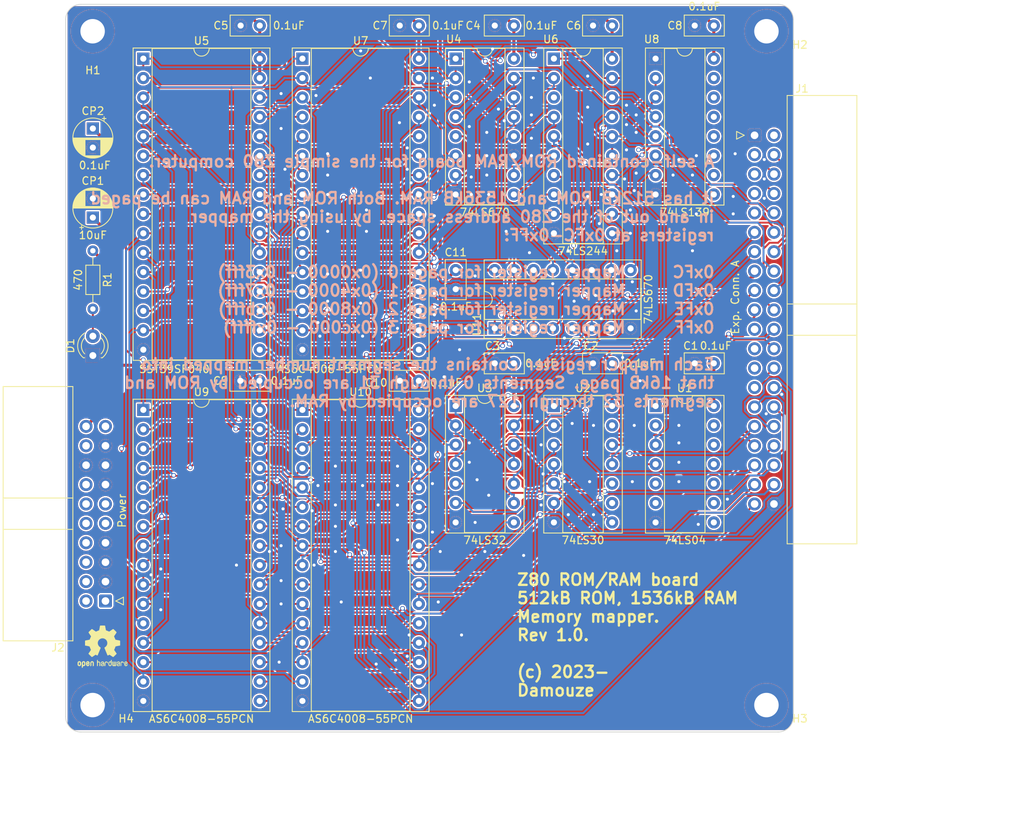
<source format=kicad_pcb>
(kicad_pcb (version 20221018) (generator pcbnew)
  (title_block (title "Simple Z80 ROM/RAM board.") (date "2023-08-31") (rev "1.0"))
  (layers (0 "F.Cu" mixed) (31 "B.Cu" mixed) (34 "B.Paste" user) (35 "F.Paste" user) (36 "B.SilkS" user "B.Silkscreen") (37 "F.SilkS" user "F.Silkscreen") (38 "B.Mask" user) (39 "F.Mask" user) (44 "Edge.Cuts" user))
  (net 0 "")
  (net 1 "/+5V")
  (net 2 "/GND")
  (net 3 "/~{RESET_SW}")
  (net 4 "/~{NMI}")
  (net 5 "/~{RESET}")
  (net 6 "/BUS_CLK")
  (net 7 "/CPU_CLK")
  (net 8 "/~{B_M1}")
  (net 9 "/~{B_IORQ}")
  (net 10 "/~{B_MREQ}")
  (net 11 "/~{B_WR}")
  (net 12 "/~{B_RD}")
  (net 13 "/~{WAIT}")
  (net 14 "/~{B_RFSH}")
  (net 15 "/-12V")
  (net 16 "/+12V")
  (net 17 "/B_D7")
  (net 18 "/PWR_OK")
  (net 19 "/B_D6")
  (net 20 "/B_D5")
  (net 21 "/B_D4")
  (net 22 "/B_D3")
  (net 23 "/B_D2")
  (net 24 "/B_D1")
  (net 25 "/B_D0")
  (net 26 "/B_A15")
  (net 27 "/B_A14")
  (net 28 "/B_A13")
  (net 29 "/B_A12")
  (net 30 "/B_A11")
  (net 31 "/B_A10")
  (net 32 "/B_A9")
  (net 33 "/B_A8")
  (net 34 "/B_A7")
  (net 35 "/B_A6")
  (net 36 "/B_A5")
  (net 37 "/B_A4")
  (net 38 "/B_A3")
  (net 39 "/B_A2")
  (net 40 "/B_A1")
  (net 41 "/B_A0")
  (net 42 "/~{B_BUSACK}")
  (net 43 "/~{ROM_CS}")
  (net 49 "/~{MM_RD}")
  (net 50 "Net-(U2-Pad8)")
  (net 51 "/~{IO_RD}")
  (net 52 "/~{MM_WR}")
  (net 53 "/~{IO_WR}")
  (net 54 "/R_A15")
  (net 55 "/R_A14")
  (net 56 "/~{RAM1_CS}")
  (net 57 "/~{RAM2_CS}")
  (net 58 "/IORQ")
  (net 62 "/~{RAM3_CS}")
  (net 64 "/R_A16")
  (net 71 "Net-(D1-A)")
  (net 72 "/~{BUSREQ}")
  (net 73 "/~{INT}")
  (net 74 "/+3.3V")
  (net 75 "/+3.3V2")
  (net 76 "/+5V2")
  (net 77 "/+5VSB")
  (net 78 "/+3.3V3")
  (net 79 "/~{PS_ON}")
  (net 80 "/+5V4")
  (net 81 "/+5V3")
  (net 84 "/R_A17")
  (net 85 "/R_A18")
  (net 87 "/R_A19")
  (net 88 "/R_A20")
  (net 89 "/R_A21")
  (footprint "MountingHole:MountingHole_3.2mm_M3_ISO7380_Pad" (layer "F.Cu") (at 28.925 28.925)
    (fp_text reference "H1")
    (fp_text value "MountingHole_Pad")
  )
  (footprint "Package_DIP:DIP-14_W7.62mm_Socket" (layer "F.Cu") (at 76.444 77.978)
    (fp_text reference "U3")
    (fp_text value "74LS32")
  )
  (footprint "Capacitor_THT:C_Disc_D5.0mm_W2.5mm_P2.50mm" (layer "F.Cu") (at 96.925 28.184 180)
    (fp_text reference "C6")
    (fp_text value "0.1uF")
  )
  (footprint "Capacitor_THT:CP_Radial_D5.0mm_P2.50mm" (layer "F.Cu") (at 28.956 53.316 90)
    (fp_text reference "CP1")
    (fp_text value "10uF")
  )
  (footprint "Capacitor_THT:C_Disc_D5.0mm_W2.5mm_P2.50mm" (layer "F.Cu") (at 50.76 74.676 180)
    (fp_text reference "C9")
    (fp_text value "0.1uF")
  )
  (footprint "Capacitor_THT:C_Disc_D5.0mm_W2.5mm_P2.50mm" (layer "F.Cu") (at 84.064 72.39 180)
    (fp_text reference "C3")
    (fp_text value "0.1uF")
  )
  (footprint "Package_DIP:DIP-32_W15.24mm_Socket" (layer "F.Cu") (at 35.56 32.512)
    (fp_text reference "U5")
    (fp_text value "SST39SF040")
  )
  (footprint "LED_THT:LED_D3.0mm" (layer "F.Cu") (at 28.956 71.374 90)
    (fp_text reference "D1")
    (fp_text value "PWR_LED")
  )
  (footprint "Package_DIP:DIP-32_W15.24mm_Socket" (layer "F.Cu") (at 56.388 78.486)
    (fp_text reference "U10")
    (fp_text value "AS6C4008-55PCN")
  )
  (footprint "Capacitor_THT:C_Disc_D5.0mm_W2.5mm_P2.50mm" (layer "F.Cu") (at 84.064 28.184 180)
    (fp_text reference "C4")
    (fp_text value "0.1uF")
  )
  (footprint "MountingHole:MountingHole_3.2mm_M3_ISO7380_Pad" (layer "F.Cu") (at 117.125 28.925)
    (fp_text reference "H2")
    (fp_text value "MountingHole_Pad")
  )
  (footprint "Package_DIP:DIP-16_W7.62mm_Socket" (layer "F.Cu") (at 76.444 32.512)
    (fp_text reference "U4")
    (fp_text value "74LS670")
  )
  (footprint "Capacitor_THT:C_Disc_D5.0mm_W2.5mm_P2.50mm" (layer "F.Cu") (at 50.8 28.184 180)
    (fp_text reference "C5")
    (fp_text value "0.1uF")
  )
  (footprint "Capacitor_THT:C_Disc_D5.0mm_W2.5mm_P2.50mm" (layer "F.Cu") (at 76.454 60.188 -90)
    (fp_text reference "C11")
    (fp_text value "0.1uF")
  )
  (footprint "Connector_IDC:IDC-Header_2x20_P2.54mm_Horizontal" (layer "F.Cu") (at 115.57 42.545)
    (fp_text reference "J1")
    (fp_text value "Exp. Conn. A")
  )
  (footprint "Resistor_THT:R_Axial_DIN0204_L3.6mm_D1.6mm_P7.62mm_Horizontal" (layer "F.Cu") (at 28.956 57.658 -90)
    (fp_text reference "R1")
    (fp_text value "470")
  )
  (footprint "Capacitor_THT:C_Disc_D5.0mm_W2.5mm_P2.50mm" (layer "F.Cu") (at 110.236 28.184 180)
    (fp_text reference "C8")
    (fp_text value "0.1uF")
  )
  (footprint "Symbol:OSHW-Logo2_7.3x6mm_SilkScreen" (layer "F.Cu") (at 30.226 109.474)
    (fp_text reference "REF**" hide)
    (fp_text value "OSHW-Logo2_7.3x6mm_SilkScreen" hide)
  )
  (footprint "Capacitor_THT:C_Disc_D5.0mm_W2.5mm_P2.50mm" (layer "F.Cu") (at 71.628 28.184 180)
    (fp_text reference "C7")
    (fp_text value "0.1uF")
  )
  (footprint "Capacitor_THT:C_Disc_D5.0mm_W2.5mm_P2.50mm" (layer "F.Cu") (at 110.236 72.39 180)
    (fp_text reference "C1")
    (fp_text value "0.1uF")
  )
  (footprint "Capacitor_THT:C_Disc_D5.0mm_W2.5mm_P2.50mm" (layer "F.Cu") (at 71.628 74.676 180)
    (fp_text reference "C10")
    (fp_text value "0.1uF")
  )
  (footprint "Package_DIP:DIP-16_W7.62mm_Socket" (layer "F.Cu") (at 81.564 67.808 90)
    (fp_text reference "U11")
    (fp_text value "74LS670")
  )
  (footprint "Package_DIP:DIP-32_W15.24mm_Socket" (layer "F.Cu") (at 56.388 32.512)
    (fp_text reference "U7")
    (fp_text value "AS6C4008-55PCN")
  )
  (footprint "Package_DIP:DIP-20_W7.62mm_Socket" (layer "F.Cu") (at 89.305 32.512)
    (fp_text reference "U6")
    (fp_text value "74LS244")
  )
  (footprint "Capacitor_THT:C_Disc_D5.0mm_W2.5mm_P2.50mm" (layer "F.Cu") (at 96.925 72.39 180)
    (fp_text reference "C2")
    (fp_text value "0.1uF")
  )
  (footprint "Package_DIP:DIP-16_W7.62mm_Socket" (layer "F.Cu") (at 102.616 32.512)
    (fp_text reference "U8")
    (fp_text value "74LS139")
  )
  (footprint "Capacitor_THT:CP_Radial_D5.0mm_P2.50mm" (layer "F.Cu") (at 28.956 41.656 -90)
    (fp_text reference "CP2")
    (fp_text value "0.1uF")
  )
  (footprint "Package_DIP:DIP-32_W15.24mm_Socket" (layer "F.Cu") (at 35.56 78.486)
    (fp_text reference "U9")
    (fp_text value "AS6C4008-55PCN")
  )
  (footprint "Package_DIP:DIP-14_W7.62mm_Socket" (layer "F.Cu") (at 102.616 77.978)
    (fp_text reference "U1")
    (fp_text value "74LS04")
  )
  (footprint "MountingHole:MountingHole_3.2mm_M3_ISO7380_Pad" (layer "F.Cu") (at 28.925 117.125)
    (fp_text reference "H4")
    (fp_text value "MountingHole_Pad")
  )
  (footprint "Connector_IDC:IDC-Header_2x10_P2.54mm_Horizontal" (layer "F.Cu") (at 30.607 103.505 180)
    (fp_text reference "J2")
    (fp_text value "Power")
  )
  (footprint "Package_DIP:DIP-14_W7.62mm_Socket" (layer "F.Cu") (at 89.305 77.978)
    (fp_text reference "U2")
    (fp_text value "74LS30")
  )
  (footprint "MountingHole:MountingHole_3.2mm_M3_ISO7380_Pad" (layer "F.Cu") (at 117.125 117.125)
    (fp_text reference "H3")
    (fp_text value "MountingHole_Pad")
  )
  (gr_line (start 25.4 27.4) (end 25.4 118.65) (stroke (width 0.1)) (layer "Edge.Cuts"))
  (gr_line (start 120.65 27.4) (end 120.65 118.65) (stroke (width 0.1)) (layer "Edge.Cuts"))
  (gr_arc (start 120.65 118.65) (mid 120.064214 120.064214) (end 118.65 120.65) (stroke (width 0.1)) (layer "Edge.Cuts"))
  (gr_arc (start 27.4 120.65) (mid 25.985786 120.064214) (end 25.4 118.65) (stroke (width 0.1)) (layer "Edge.Cuts"))
  (gr_arc (start 25.4 27.4) (mid 25.985786 25.985786) (end 27.4 25.4) (stroke (width 0.1)) (layer "Edge.Cuts"))
  (gr_arc (start 118.65 25.4) (mid 120.064214 25.985786) (end 120.65 27.4) (stroke (width 0.1)) (layer "Edge.Cuts"))
  (gr_line (start 27.4 120.65) (end 118.65 120.65) (stroke (width 0.1)) (layer "Edge.Cuts"))
  (gr_line (start 27.4 25.4) (end 118.65 25.4) (stroke (width 0.1)) (layer "Edge.Cuts"))
  (gr_text "A self-contained ROM/RAM board for the simple Z80 computer. \n\nIt has 512kB ROM and 1536kB RAM. Both ROM and RAM can be paged\nin and out of the Z80 address space, by using the mapper\nregisters at 0xFC-0xFF:\n\n0xFC	Mapper register for page 0 (0x0000 - 0x3fff)\n0xFD	Mapper register for page 1 (0x4000 - 0x7fff)\n0xFE	Mapper register for page 2 (0x8000 - 0xbfff)\n0xFF	Mapper register for page 3 (0xc000 - 0xffff)\n\nEach mapper register contains the segment number mapped into\nthat 16kB page. Segments 0 through 31 are occupied by ROM and\nsegments 32 through 127 are occupied by RAM." (at 110.49 78.232) (layer "B.SilkS") (effects (font (size 1.5 1.5) (thickness 0.3) bold) (justify left bottom mirror)))
  (gr_text "Z80 ROM/RAM board\n512kB ROM, 1536kB RAM\nMemory mapper.\nRev ${REVISION}.\n\n(c) 2023-\nDamouze" (at 84.328 116.078) (layer "F.SilkS") (effects (font (size 1.5 1.5) (thickness 0.3) bold) (justify left bottom)))
  (via (at 55.118 60.96) (size 0.6) (drill 0.4) (layers "F.Cu" "B.Cu") (net 2))
  (via (at 59.69 47.752) (size 0.6) (drill 0.4) (layers "F.Cu" "B.Cu") (net 2))
  (via (at 113.03 44.958) (size 0.6) (drill 0.4) (layers "F.Cu" "B.Cu") (net 2))
  (via (at 64.262 68.834) (size 0.6) (drill 0.4) (layers "F.Cu" "B.Cu") (net 2))
  (via (at 59.69 64.262) (size 0.6) (drill 0.4) (layers "F.Cu" "B.Cu") (net 2))
  (via (at 98.298 71.628) (size 0.6) (drill 0.4) (layers "F.Cu" "B.Cu") (net 2))
  (via (at 59.69 44.958) (size 0.6) (drill 0.4) (layers "F.Cu" "B.Cu") (net 2))
  (via (at 100.076 39.878) (size 0.6) (drill 0.4) (layers "F.Cu" "B.Cu") (net 2))
  (via (at 36.576 100.076) (size 0.6) (drill 0.4) (layers "F.Cu" "B.Cu") (net 2))
  (via (at 59.69 50.292) (size 0.6) (drill 0.4) (layers "F.Cu" "B.Cu") (net 2))
  (via (at 58.42 88.392) (size 0.6) (drill 0.4) (layers "F.Cu" "B.Cu") (net 2))
  (via (at 69.088 40.894) (size 0.6) (drill 0.4) (layers "F.Cu" "B.Cu") (net 2))
  (via (at 112.776 52.832) (size 0.6) (drill 0.4) (layers "F.Cu" "B.Cu") (net 2))
  (via (at 112.014 90.17) (size 0.6) (drill 0.4) (layers "F.Cu" "B.Cu") (net 2))
  (via (at 99.822 49.784) (size 0.6) (drill 0.4) (layers "F.Cu" "B.Cu") (net 2))
  (via (at 119.126 76.454) (size 0.6) (drill 0.4) (layers "F.Cu" "B.Cu") (net 2))
  (via (at 100.076 65.532) (size 0.6) (drill 0.4) (layers "F.Cu" "B.Cu") (net 2))
  (via (at 107.95 52.832) (size 0.6) (drill 0.4) (layers "F.Cu" "B.Cu") (net 2))
  (via (at 117.094 78.994) (size 0.6) (drill 0.4) (layers "F.Cu" "B.Cu") (net 2))
  (via (at 53.594 100.838) (size 0.6) (drill 0.4) (layers "F.Cu" "B.Cu") (net 2))
  (via (at 116.84 50.8) (size 0.6) (drill 0.4) (layers "F.Cu" "B.Cu") (net 2))
  (via (at 60.706 97.028) (size 0.6) (drill 0.4) (layers "F.Cu" "B.Cu") (net 2))
  (via (at 82.804 40.64) (size 0.6) (drill 0.4) (layers "F.Cu" "B.Cu") (net 2))
  (via (at 60.706 85.852) (size 0.6) (drill 0.4) (layers "F.Cu" "B.Cu") (net 2))
  (via (at 77.724 67.818) (size 0.6) (drill 0.4) (layers "F.Cu" "B.Cu") (net 2))
  (via (at 99.568 87.884) (size 0.6) (drill 0.4) (layers "F.Cu" "B.Cu") (net 2))
  (via (at 59.69 55.118) (size 0.6) (drill 0.4) (layers "F.Cu" "B.Cu") (net 2))
  (via (at 53.594 50.292) (size 0.6) (drill 0.4) (layers "F.Cu" "B.Cu") (net 2))
  (via (at 70.104 44.196) (size 0.6) (drill 0.4) (layers "F.Cu" "B.Cu") (net 2))
  (via (at 91.694 80.264) (size 0.6) (drill 0.4) (layers "F.Cu" "B.Cu") (net 2))
  (via (at 60.706 93.726) (size 0.6) (drill 0.4) (layers "F.Cu" "B.Cu") (net 2))
  (via (at 98.552 48.26) (size 0.6) (drill 0.4) (layers "F.Cu" "B.Cu") (net 2))
  (via (at 97.028 65.532) (size 0.6) (drill 0.4) (layers "F.Cu" "B.Cu") (net 2))
  (via (at 99.314 55.372) (size 0.6) (drill 0.4) (layers "F.Cu" "B.Cu") (net 2))
  (via (at 53.594 96.266) (size 0.6) (drill 0.4) (layers "F.Cu" "B.Cu") (net 2))
  (via (at 61.468 103.632) (size 0.6) (drill 0.4) (layers "F.Cu" "B.Cu") (net 2))
  (via (at 64.008 60.198) (size 0.6) (drill 0.4) (layers "F.Cu" "B.Cu") (net 2))
  (via (at 73.406 35.052) (size 0.6) (drill 0.4) (layers "F.Cu" "B.Cu") (net 2))
  (via (at 53.848 91.44) (size 0.6) (drill 0.4) (layers "F.Cu" "B.Cu") (net 2))
  (via (at 57.658 91.694) (size 0.6) (drill 0.4) (layers "F.Cu" "B.Cu") (net 2))
  (via (at 77.216 107.95) (size 0.6) (drill 0.4) (layers "F.Cu" "B.Cu") (net 2))
  (via (at 78.486 50.292) (size 0.6) (drill 0.4) (layers "F.Cu" "B.Cu") (net 2))
  (via (at 93.726 50.546) (size 0.6) (drill 0.4) (layers "F.Cu" "B.Cu") (net 2))
  (via (at 58.674 68.834) (size 0.6) (drill 0.4) (layers "F.Cu" "B.Cu") (net 2))
  (via (at 57.912 98.806) (size 0.6) (drill 0.4) (layers "F.Cu" "B.Cu") (net 2))
  (via (at 64.262 88.392) (size 0.6) (drill 0.4) (layers "F.Cu" "B.Cu") (net 2))
  (via (at 98.806 38.608) (size 0.6) (drill 0.4) (layers "F.Cu" "B.Cu") (net 2))
  (via (at 108.204 93.472) (size 0.6) (drill 0.4) (layers "F.Cu" "B.Cu") (net 2))
  (via (at 73.406 88.138) (size 0.6) (drill 0.4) (layers "F.Cu" "B.Cu") (net 2))
  (via (at 73.66 38.608) (size 0.6) (drill 0.4) (layers "F.Cu" "B.Cu") (net 2))
  (via (at 64.008 31.496) (size 0.6) (drill 0.4) (layers "F.Cu" "B.Cu") (net 2))
  (via (at 53.594 103.886) (size 0.6) (drill 0.4) (layers "F.Cu" "B.Cu") (net 2))
  (via (at 91.186 57.658) (size 0.6) (drill 0.4) (layers "F.Cu" "B.Cu") (net 2))
  (via (at 95.504 66.548) (size 0.6) (drill 0.4) (layers "F.Cu" "B.Cu") (net 2))
  (via (at 73.406 94.488) (size 0.6) (drill 0.4) (layers "F.Cu" "B.Cu") (net 2))
  (via (at 74.168 103.632) (size 0.6) (drill 0.4) (layers "F.Cu" "B.Cu") (net 2))
  (via (at 107.442 47.752) (size 0.6) (drill 0.4) (layers "F.Cu" "B.Cu") (net 2))
  (via (at 78.486 48.006) (size 0.6) (drill 0.4) (layers "F.Cu" "B.Cu") (net 2))
  (via (at 91.186 92.202) (size 0.6) (drill 0.4) (layers "F.Cu" "B.Cu") (net 2))
  (via (at 80.518 42.164) (size 0.6) (drill 0.4) (layers "F.Cu" "B.Cu") (net 2))
  (via (at 78.232 85.344) (size 0.6) (drill 0.4) (layers "F.Cu" "B.Cu") (net 2))
  (via (at 68.834 95.504) (size 0.6) (drill 0.4) (layers "F.Cu" "B.Cu") (net 2))
  (via (at 80.518 47.752) (size 0.6) (drill 0.4) (layers "F.Cu" "B.Cu") (net 2))
  (via (at 73.66 56.134) (size 0.6) (drill 0.4) (layers "F.Cu" "B.Cu") (net 2))
  (via (at 53.34 111.506) (size 0.6) (drill 0.4) (layers "F.Cu" "B.Cu") (net 2))
  (via (at 68.834 88.392) (size 0.6) (drill 0.4) (layers "F.Cu" "B.Cu") (net 2))
  (via (at 97.536 57.658) (size 0.6) (drill 0.4) (layers "F.Cu" "B.Cu") (net 2))
  (via (at 78.232 82.804) (size 0.6) (drill 0.4) (layers "F.Cu" "B.Cu") (net 2))
  (via (at 68.58 111.252) (size 0.6) (drill 0.4) (layers "F.Cu" "B.Cu") (net 2))
  (via (at 95.25 54.102) (size 0.6) (drill 0.4) (layers "F.Cu" "B.Cu") (net 2))
  (via (at 116.84 48.26) (size 0.6) (drill 0.4) (layers "F.Cu" "B.Cu") (net 2))
  (via (at 94.742 63.5) (size 0.6) (drill 0.4) (layers "F.Cu" "B.Cu") (net 2))
  (via (at 60.706 90.932) (size 0.6) (drill 0.4) (layers "F.Cu" "B.Cu") (net 2))
  (via (at 80.772 50.292) (size 0.6) (drill 0.4) (layers "F.Cu" "B.Cu") (net 2))
  (via (at 78.994 60.96) (size 0.6) (drill 0.4) (layers "F.Cu" "B.Cu") (net 2))
  (via (at 80.772 89.662) (size 0.6) (drill 0.4) (layers "F.Cu" "B.Cu") (net 2))
  (via (at 98.806 41.148) (size 0.6) (drill 0.4) (layers "F.Cu" "B.Cu") (net 2))
  (via (at 86.36 37.592) (size 0.6) (drill 0.4) (layers "F.Cu" "B.Cu") (net 2))
  (via (at 78.994 93.218) (size 0.6) (drill 0.4) (layers "F.Cu" "B.Cu") (net 2))
  (via (at 86.106 57.912) (size 0.6) (drill 0.4) (layers "F.Cu" "B.Cu") (net 2))
  (via (at 116.84 45.72) (size 0.6) (drill 0.4) (layers "F.Cu" "B.Cu") (net 2))
  (via (at 78.232 35.56) (size 0.6) (drill 0.4) (layers "F.Cu" "B.Cu") (net 2))
  (via (at 87.63 83.058) (size 0.6) (drill 0.4) (layers "F.Cu" "B.Cu") (net 2))
  (via (at 86.614 35.052) (size 0.6) (drill 0.4) (layers "F.Cu" "B.Cu") (net 2))
  (via (at 100.584 74.676) (size 0.6) (drill 0.4) (layers "F.Cu" "B.Cu") (net 2))
  (via (at 105.664 45.72) (size 0.6) (drill 0.4) (layers "F.Cu" "B.Cu") (net 2))
  (via (at 78.232 45.212) (size 0.6) (drill 0.4) (layers "F.Cu" "B.Cu") (net 2))
  (via (at 99.822 80.518) (size 0.6) (drill 0.4) (layers "F.Cu" "B.Cu") (net 2))
  (via (at 73.66 66.04) (size 0.6) (drill 0.4) (layers "F.Cu" "B.Cu") (net 2))
  (via (at 70.612 48.768) (size 0.6) (drill 0.4) (layers "F.Cu" "B.Cu") (net 2))
  (via (at 76.962 70.612) (size 0.6) (drill 0.4) (layers "F.Cu" "B.Cu") (net 2))
  (via (at 93.726 43.688) (size 0.6) (drill 0.4) (layers "F.Cu" "B.Cu") (net 2))
  (via (at 100.076 42.164) (size 0.6) (drill 0.4) (layers "F.Cu" "B.Cu") (net 2))
  (via (at 100.076 47.498) (size 0.6) (drill 0.4) (layers "F.Cu" "B.Cu") (net 2))
  (via (at 98.806 44.45) (size 0.6) (drill 0.4) (layers "F.Cu" "B.Cu") (net 2))
  (via (at 81.28 31.242) (size 0.6) (drill 0.4) (layers "F.Cu" "B.Cu") (net 2))
  (via (at 58.42 67.056) (size 0.6) (drill 0.4) (layers "F.Cu" "B.Cu") (net 2))
  (via (at 54.102 46.99) (size 0.6) (drill 0.4) (layers "F.Cu" "B.Cu") (net 2))
  (via (at 112.776 50.546) (size 0.6) (drill 0.4) (layers "F.Cu" "B.Cu") (net 2))
  (via (at 73.66 53.086) (size 0.6) (drill 0.4) (layers "F.Cu" "B.Cu") (net 2))
  (via (at 78.232 41.402) (size 0.6) (drill 0.4) (layers "F.Cu" "B.Cu") (net 2))
  (via (at 94.488 80.518) (size 0.6) (drill 0.4) (layers "F.Cu" "B.Cu") (net 2))
  (via (at 99.568 61.722) (size 0.6) (drill 0.4) (layers "F.Cu" "B.Cu") (net 2))
  (via (at 65.278 35.052) (size 0.6) (drill 0.4) (layers "F.Cu" "B.Cu") (net 2))
  (via (at 86.36 39.878) (size 0.6) (drill 0.4) (layers "F.Cu" "B.Cu") (net 2))
  (via (at 90.678 69.088) (size 0.6) (drill 0.4) (layers "F.Cu" "B.Cu") (net 2))
  (via (at 64.77 55.118) (size 0.6) (drill 0.4) (layers "F.Cu" "B.Cu") (net 2))
  (via (at 80.264 97.028) (size 0.6) (drill 0.4) (layers "F.Cu" "B.Cu") (net 2))
  (via (at 95.504 50.292) (size 0.6) (drill 0.4) (layers "F.Cu" "B.Cu") (net 2))
  (via (at 93.98 87.884) (size 0.6) (drill 0.4) (layers "F.Cu" "B.Cu") (net 2))
  (via (at 105.664 87.884) (size 0.6) (drill 0.4) (layers "F.Cu" "B.Cu") (net 2))
  (via (at 107.442 57.658) (size 0.6) (drill 0.4) (layers "F.Cu" "B.Cu") (net 2))
  (via (at 70.358 107.95) (size 0.6) (drill 0.4) (layers "F.Cu" "B.Cu") (net 2))
  (via (at 104.902 47.752) (size 0.6) (drill 0.4) (layers "F.Cu" "B.Cu") (net 2))
  (via (at 53.594 41.656) (size 0.6) (drill 0.4) (layers "F.Cu" "B.Cu") (net 2))
  (via (at 47.752 98.806) (size 0.6) (drill 0.4) (layers "F.Cu" "B.Cu") (net 2))
  (via (at 79.248 87.63) (size 0.6) (drill 0.4) (layers "F.Cu" "B.Cu") (net 2))
  (via (at 86.36 45.212) (size 0.6) (drill 0.4) (layers "F.Cu" "B.Cu") (net 2))
  (via (at 105.664 80.518) (size 0.6) (drill 0.4) (layers "F.Cu" "B.Cu") (net 2))
  (via (at 70.104 46.99) (size 0.6) (drill 0.4) (layers "F.Cu" "B.Cu") (net 2))
  (via (at 85.344 97.536) (size 0.6) (drill 0.4) (layers "F.Cu" "B.Cu") (net 2))
  (via (at 105.664 85.344) (size 0.6) (drill 0.4) (layers "F.Cu" "B.Cu") (net 2))
  (via (at 82.042 39.116) (size 0.6) (drill 0.4) (layers "F.Cu" "B.Cu") (net 2))
  (via (at 58.166 37.338) (size 0.6) (drill 0.4) (layers "F.Cu" "B.Cu") (net 2))
  (via (at 37.846 104.648) (size 0.6) (drill 0.4) (layers "F.Cu" "B.Cu") (net 2))
  (via (at 53.594 37.084) (size 0.6) (drill 0.4) (layers "F.Cu" "B.Cu") (net 2))
  (via (at 64.77 52.324) (size 0.6) (drill 0.4) (layers "F.Cu" "B.Cu") (net 2))
  (via (at 86.36 42.926) (size 0.6) (drill 0.4) (layers "F.Cu" "B.Cu") (net 2))
  (via (at 74.422 97.028) (size 0.6) (drill 0.4) (layers "F.Cu" "B.Cu") (net 2))
  (via (at 74.93 74.168) (size 0.6) (drill 0.4) (layers "F.Cu" "B.Cu") (net 2))
  (via (at 87.122 80.01) (size 0.6) (drill 0.4) (layers "F.Cu" "B.Cu") (net 2))
  (via (at 91.948 64.262) (size 0.6) (drill 0.4) (layers "F.Cu" "B.Cu") (net 2))
  (via (at 83.058 55.118) (size 0.6) (drill 0.4) (layers "F.Cu" "B.Cu") (net 2))
  (via (at 68.834 85.852) (size 0.6) (drill 0.4) (layers "F.Cu" "B.Cu") (net 2))
  (via (at 59.69 52.832) (size 0.6) (drill 0.4) (layers "F.Cu" "B.Cu") (net 2))
  (via (at 89.154 61.976) (size 0.6) (drill 0.4) (layers "F.Cu" "B.Cu") (net 2))
  (via (at 93.726 38.862) (size 0.6) (drill 0.4) (layers "F.Cu" "B.Cu") (net 2))
  (via (at 97.536 61.468) (size 0.6) (drill 0.4) (layers "F.Cu" "B.Cu") (net 2))
  (via (at 87.884 86.868) (size 0.6) (drill 0.4) (layers "F.Cu" "B.Cu") (net 2))
  (via (at 93.726 34.798) (size 0.6) (drill 0.4) (layers "F.Cu" "B.Cu") (net 2))
  (via (at 94.488 92.202) (size 0.6) (drill 0.4) (layers "F.Cu" "B.Cu") (net 2))
  (via (at 68.834 90.932) (size 0.6) (drill 0.4) (layers "F.Cu" "B.Cu") (net 2))
  (via (at 85.09 75.692) (size 0.6) (drill 0.4) (layers "F.Cu" "B.Cu") (net 2))
  (via (at 105.664 82.804) (size 0.6) (drill 0.4) (layers "F.Cu" "B.Cu") (net 2))
  (via (at 66.294 90.932) (size 0.6) (drill 0.4) (layers "F.Cu" "B.Cu") (net 2))
  (via (at 99.314 52.324) (size 0.6) (drill 0.4) (layers "F.Cu" "B.Cu") (net 2))
  (via (at 59.69 60.706) (size 0.6) (drill 0.4) (layers "F.Cu" "B.Cu") (net 2))
  (via (at 66.04 111.76) (size 0.6) (drill 0.4) (layers "F.Cu" "B.Cu") (net 2))
  (via (at 90.678 87.884) (size 0.6) (drill 0.4) (layers "F.Cu" "B.Cu") (net 2))
  (via (at 107.95 45.212) (size 0.6) (drill 0.4) (layers "F.Cu" "B.Cu") (net 2))
  (via (at 37.846 99.314) (size 0.6) (drill 0.4) (layers "F.Cu" "B.Cu") (net 2))
  (via (at 70.104 110.744) (size 0.6) (drill 0.4) (layers "F.Cu" "B.Cu") (net 2))
  (via (at 80.518 45.212) (size 0.6) (drill 0.4) (layers "F.Cu" "B.Cu") (net 2))
  (via (at 68.834 67.818) (size 0.6) (drill 0.4) (layers "F.Cu" "B.Cu") (net 2))
  (via (at 64.008 64.516) (size 0.6) (drill 0.4) (layers "F.Cu" "B.Cu") (net 2))
  (via (at 52.07 97.028) (size 0.6) (drill 0.4) (layers "F.Cu" "B.Cu") (net 2))
  (via (at 87.63 90.932) (size 0.6) (drill 0.4) (layers "F.Cu" "B.Cu") (net 2))
  (segment (start 28.956 71.374) (end 32.766 75.184) (width 0.4) (layer "B.Cu") (net 2))
  (segment (start 30.607 83.185) (end 32.766 81.026) (width 0.4) (layer "B.Cu") (net 2))
  (segment (start 32.766 75.184) (end 32.766 76.2) (width 0.4) (layer "B.Cu") (net 2))
  (segment (start 32.766 54.626) (end 32.766 55.372) (width 0.4) (layer "B.Cu") (net 2))
  (segment (start 32.766 54.626) (end 32.766 55.372) (width 0.4) (layer "B.Cu") (net 2))
  (segment (start 32.766 76.2) (end 32.766 75.184) (width 0.4) (layer "B.Cu") (net 2))
  (segment (start 32.766 81.026) (end 32.766 76.2) (width 0.4) (layer "B.Cu") (net 2))
  (segment (start 32.766 47.966) (end 32.766 54.626) (width 0.4) (layer "B.Cu") (net 2))
  (segment (start 32.766 75.184) (end 32.766 55.372) (width 0.4) (layer "B.Cu") (net 2))
  (segment (start 28.956 50.816) (end 32.766 54.626) (width 0.4) (layer "B.Cu") (net 2))
  (segment (start 28.956 44.156) (end 32.766 47.966) (width 0.4) (layer "B.Cu") (net 2))
  (segment (start 115.57 55.5625) (end 98.0711 73.0614) (width 0.25) (layer "B.Cu") (net 8))
  (segment (start 97.1581 84.4729) (end 96.925 84.4729) (width 0.25) (layer "B.Cu") (net 8))
  (segment (start 98.0711 83.5599) (end 97.1581 84.4729) (width 0.25) (layer "B.Cu") (net 8))
  (segment (start 115.57 55.245) (end 115.57 55.5625) (width 0.25) (layer "B.Cu") (net 8))
  (segment (start 96.925 84.4729) (end 96.925 85.598) (width 0.25) (layer "B.Cu") (net 8))
  (segment (start 98.0711 73.0614) (end 98.0711 83.5599) (width 0.25) (layer "B.Cu") (net 8))
  (segment (start 115.57 57.785) (end 104.0308 69.3242) (width 0.25) (layer "B.Cu") (net 9))
  (segment (start 102.8491 81.9329) (end 102.616 81.9329) (width 0.25) (layer "B.Cu") (net 9))
  (segment (start 104.0308 80.7512) (end 102.8491 81.9329) (width 0.25) (layer "B.Cu") (net 9))
  (segment (start 102.616 83.058) (end 102.616 81.9329) (width 0.25) (layer "B.Cu") (net 9))
  (segment (start 104.0308 69.3242) (end 104.0308 80.7512) (width 0.25) (layer "B.Cu") (net 9))
  (segment (start 115.385 61.145) (end 114.991903 61.145) (width 0.25) (layer "F.Cu") (net 10))
  (segment (start 99.90778 62.8644) (end 99.40138 62.358) (width 0.25) (layer "F.Cu") (net 10))
  (segment (start 113.945 62.191903) (end 113.945 62.585) (width 0.25) (layer "F.Cu") (net 10))
  (segment (start 84.6249 68.9416) (end 83.435 68.9416) (width 0.25) (layer "F.Cu") (net 10))
  (segment (start 90.4624 62.358) (end 85.5188 67.3016) (width 0.25) (layer "F.Cu") (net 10))
  (segment (start 115.57 60.96) (end 115.385 61.145) (width 0.25) (layer "F.Cu") (net 10))
  (segment (start 99.40138 62.358) (end 90.4624 62.358) (width 0.25) (layer "F.Cu") (net 10))
  (segment (start 85.5188 67.3016) (end 85.5188 68.0477) (width 0.25) (layer "F.Cu") (net 10))
  (segment (start 83.435 68.9416) (end 82.5942 69.7824) (width 0.25) (layer "F.Cu") (net 10))
  (segment (start 82.5942 69.7824) (end 82.5942 70.0986) (width 0.25) (layer "F.Cu") (net 10))
  (segment (start 113.6656 62.8644) (end 99.90778 62.8644) (width 0.25) (layer "F.Cu") (net 10))
  (segment (start 114.991903 61.145) (end 113.945 62.191903) (width 0.25) (layer "F.Cu") (net 10))
  (segment (start 113.945 62.585) (end 113.6656 62.8644) (width 0.25) (layer "F.Cu") (net 10))
  (segment (start 85.5188 68.0477) (end 84.6249 68.9416) (width 0.25) (layer "F.Cu") (net 10))
  (segment (start 115.57 60.325) (end 115.57 60.96) (width 0.25) (layer "F.Cu") (net 10))
  (via (at 82.5942 70.0986) (size 0.6) (drill 0.4) (layers "F.Cu" "B.Cu") (net 10))
  (segment (start 82.5942 70.0986) (end 82.1719 70.0986) (width 0.25) (layer "B.Cu") (net 10))
  (segment (start 83.7826 89.5529) (end 82.9389 88.7092) (width 0.25) (layer "B.Cu") (net 10))
  (segment (start 84.064 89.5529) (end 83.7826 89.5529) (width 0.25) (layer "B.Cu") (net 10))
  (segment (start 76.444 77.978) (end 76.444 79.1031) (width 0.25) (layer "B.Cu") (net 10))
  (segment (start 82.9389 88.7092) (end 82.9389 85.3167) (width 0.25) (layer "B.Cu") (net 10))
  (segment (start 82.1719 70.0986) (end 76.444 75.8265) (width 0.25) (layer "B.Cu") (net 10))
  (segment (start 76.444 75.8265) (end 76.444 77.978) (width 0.25) (layer "B.Cu") (net 10))
  (segment (start 82.9389 85.3167) (end 76.7253 79.1031) (width 0.25) (layer "B.Cu") (net 10))
  (segment (start 76.7253 79.1031) (end 76.444 79.1031) (width 0.25) (layer "B.Cu") (net 10))
  (segment (start 84.064 90.678) (end 84.064 89.5529) (width 0.25) (layer "B.Cu") (net 10))
  (segment (start 114.6706 63.7644) (end 99.2875 63.7644) (width 0.25) (layer "F.Cu") (net 11))
  (segment (start 99.2875 63.7644) (end 98.9561 63.433) (width 0.25) (layer "F.Cu") (net 11))
  (segment (start 115.57 62.865) (end 114.6706 63.7644) (width 0.25) (layer "F.Cu") (net 11))
  (via (at 98.9561 63.433) (size 0.6) (drill 0.4) (layers "F.Cu" "B.Cu") (net 11))
  (segment (start 84.3453 87.0129) (end 85.2135 86.1447) (width 0.25) (layer "B.Cu") (net 11))
  (segment (start 85.2135 86.1447) (end 85.2135 82.5595) (width 0.25) (layer "B.Cu") (net 11))
  (segment (start 94.729991 68.933) (end 93.627 68.933) (width 0.25) (layer "B.Cu") (net 11))
  (segment (start 84.064 87.0129) (end 84.3453 87.0129) (width 0.25) (layer "B.Cu") (net 11))
  (segment (start 93.627 68.933) (end 92.8779 69.6821) (width 0.25) (layer "B.Cu") (net 11))
  (segment (start 92.511784 70.3995) (end 92.016792 70.3995) (width 0.25) (layer "B.Cu") (net 11))
  (segment (start 85.2638 77.0422) (end 85.189 77.117) (width 0.25) (layer "B.Cu") (net 11))
  (segment (start 98.150296 63.433) (end 96.149 65.434296) (width 0.25) (layer "B.Cu") (net 11))
  (segment (start 85.189 79.393) (end 84.064 80.518) (width 0.25) (layer "B.Cu") (net 11))
  (segment (start 92.016792 70.3995) (end 85.374092 77.0422) (width 0.25) (layer "B.Cu") (net 11))
  (segment (start 84.064 88.138) (end 84.064 87.0129) (width 0.25) (layer "B.Cu") (net 11))
  (segment (start 95.679 67.342009) (end 95.679 67.983991) (width 0.25) (layer "B.Cu") (net 11))
  (segment (start 85.2135 82.5595) (end 84.2971 81.6431) (width 0.25) (layer "B.Cu") (net 11))
  (segment (start 98.9561 63.433) (end 98.150296 63.433) (width 0.25) (layer "B.Cu") (net 11))
  (segment (start 85.189 77.117) (end 85.189 79.393) (width 0.25) (layer "B.Cu") (net 11))
  (segment (start 84.2971 81.6431) (end 84.064 81.6431) (width 0.25) (layer "B.Cu") (net 11))
  (segment (start 96.149 66.872009) (end 95.679 67.342009) (width 0.25) (layer "B.Cu") (net 11))
  (segment (start 84.064 80.518) (end 84.064 81.6431) (width 0.25) (layer "B.Cu") (net 11))
  (segment (start 95.679 67.983991) (end 94.729991 68.933) (width 0.25) (layer "B.Cu") (net 11))
  (segment (start 92.8779 70.033384) (end 92.511784 70.3995) (width 0.25) (layer "B.Cu") (net 11))
  (segment (start 92.8779 69.6821) (end 92.8779 70.033384) (width 0.25) (layer "B.Cu") (net 11))
  (segment (start 85.374092 77.0422) (end 85.2638 77.0422) (width 0.25) (layer "B.Cu") (net 11))
  (segment (start 96.149 65.434296) (end 96.149 66.872009) (width 0.25) (layer "B.Cu") (net 11))
  (segment (start 114.0608 68.8192) (end 112.8148 68.8192) (width 0.25) (layer "F.Cu") (net 12))
  (segment (start 91.6279 70.1701) (end 91.457 70.341) (width 0.25) (layer "F.Cu") (net 12))
  (segment (start 83.9377 70.341) (end 83.4632 69.8665) (width 0.25) (layer "F.Cu") (net 12))
  (segment (start 91.6279 69.515616) (end 91.6279 70.1701) (width 0.25) (layer "F.Cu") (net 12))
  (segment (start 92.8779 69.515616) (end 92.511784 69.1495) (width 0.25) (layer "F.Cu") (net 12))
  (segment (start 109.132858 69.908) (end 109.115858 69.891) (width 0.25) (layer "F.Cu") (net 12))
  (segment (start 91.994016 69.1495) (end 91.6279 69.515616) (width 0.25) (layer "F.Cu") (net 12))
  (segment (start 115.57 65.405) (end 115.57 66.283299) (width 0.25) (layer "F.Cu") (net 12))
  (segment (start 109.115858 69.891) (end 93.005796 69.891) (width 0.25) (layer "F.Cu") (net 12))
  (segment (start 114.395 68.485) (end 114.0608 68.8192) (width 0.25) (layer "F.Cu") (net 12))
  (segment (start 92.511784 69.1495) (end 91.994016 69.1495) (width 0.25) (layer "F.Cu") (net 12))
  (segment (start 114.395 67.458299) (end 114.395 68.485) (width 0.25) (layer "F.Cu") (net 12))
  (segment (start 112.8148 68.8192) (end 111.726 69.908) (width 0.25) (layer "F.Cu") (net 12))
  (segment (start 115.57 66.283299) (end 114.395 67.458299) (width 0.25) (layer "F.Cu") (net 12))
  (segment (start 92.8779 69.763104) (end 92.8779 69.515616) (width 0.25) (layer "F.Cu") (net 12))
  (segment (start 93.005796 69.891) (end 92.8779 69.763104) (width 0.25) (layer "F.Cu") (net 12))
  (segment (start 91.457 70.341) (end 83.9377 70.341) (width 0.25) (layer "F.Cu") (net 12))
  (segment (start 111.726 69.908) (end 109.132858 69.908) (width 0.25) (layer "F.Cu") (net 12))
  (via (at 83.4632 69.8665) (size 0.6) (drill 0.4) (layers "F.Cu" "B.Cu") (net 12))
  (segment (start 76.444 85.598) (end 76.444 84.4729) (width 0.25) (layer "B.Cu") (net 12))
  (segment (start 82.1603 69.4735) (end 75.3188 76.315) (width 0.25) (layer "B.Cu") (net 12))
  (segment (start 83.0702 69.4735) (end 82.1603 69.4735) (width 0.25) (layer "B.Cu") (net 12))
  (segment (start 77.5798 82.4976) (end 77.5798 83.5702) (width 0.25) (layer "B.Cu") (net 12))
  (segment (start 77.5798 83.5702) (end 76.6771 84.4729) (width 0.25) (layer "B.Cu") (net 12))
  (segment (start 76.444 81.6431) (end 76.7253 81.6431) (width 0.25) (layer "B.Cu") (net 12))
  (segment (start 75.3188 79.3928) (end 76.444 80.518) (width 0.25) (layer "B.Cu") (net 12))
  (segment (start 76.6771 84.4729) (end 76.444 84.4729) (width 0.25) (layer "B.Cu") (net 12))
  (segment (start 83.4632 69.8665) (end 83.0702 69.4735) (width 0.25) (layer "B.Cu") (net 12))
  (segment (start 76.444 80.518) (end 76.444 81.6431) (width 0.25) (layer "B.Cu") (net 12))
  (segment (start 75.3188 76.315) (end 75.3188 79.3928) (width 0.25) (layer "B.Cu") (net 12))
  (segment (start 76.7253 81.6431) (end 77.5798 82.4976) (width 0.25) (layer "B.Cu") (net 12))
  (segment (start 51.4048 61.835) (end 39.6053 61.835) (width 0.25) (layer "F.Cu") (net 17))
  (segment (start 36.6851 108.966) (end 37.9551 107.696) (width 0.25) (layer "F.Cu") (net 17))
  (segment (start 57.5131 62.992) (end 56.388 62.992) (width 0.25) (layer "F.Cu") (net 17))
  (segment (start 65.827984 62.9708) (end 57.5343 62.9708) (width 0.25) (layer "F.Cu") (net 17))
  (segment (start 114.395 62.897) (end 113.9776 63.3144) (width 0.25) (layer "F.Cu") (net 17))
  (segment (start 73.6242 63.2474) (end 72.2013 61.8245) (width 0.25) (layer "F.Cu") (net 17))
  (segment (start 38.4483 62.992) (end 38.7231 62.7172) (width 0.25) (layer "F.Cu") (net 17))
  (segment (start 116.7452 57.3922) (end 116.7452 60.8508) (width 0.25) (layer "F.Cu") (net 17))
  (segment (start 69.6961 63.1459) (end 66.003084 63.1459) (width 0.25) (layer "F.Cu") (net 17))
  (segment (start 55.466896 109.474) (end 55.88 109.474) (width 0.25) (layer "F.Cu") (net 17))
  (segment (start 117.5276 56.6098) (end 116.7452 57.3922) (width 0.25) (layer "F.Cu") (net 17))
  (segment (start 57.5343 62.9708) (end 57.5131 62.992) (width 0.25) (layer "F.Cu") (net 17))
  (segment (start 115.178299 61.595) (end 114.395 62.378299) (width 0.25) (layer "F.Cu") (net 17))
  (segment (start 51.120991 107.696) (end 51.940991 108.516) (width 0.25) (layer "F.Cu") (net 17))
  (segment (start 35.56 108.966) (end 36.6851 108.966) (width 0.25) (layer "F.Cu") (net 17))
  (segment (start 119.634 46.609) (end 119.634 55.624604) (width 0.25) (layer "F.Cu") (net 17))
  (segment (start 72.2013 61.8245) (end 71.0175 61.8245) (width 0.25) (layer "F.Cu") (net 17))
  (segment (start 51.940991 108.516) (end 54.508896 108.516) (width 0.25) (layer "F.Cu") (net 17))
  (segment (start 52.5618 62.992) (end 51.4048 61.835) (width 0.25) (layer "F.Cu") (net 17))
  (segment (start 36.5726 62.992) (end 38.4483 62.992) (width 0.25) (layer "F.Cu") (net 17))
  (segment (start 99.721384 63.3144) (end 99.214984 62.808) (width 0.25) (layer "F.Cu") (net 17))
  (segment (start 35.56 62.992) (end 36.5726 62.992) (width 0.25) (layer "F.Cu") (net 17))
  (segment (start 114.395 62.378299) (end 114.395 62.897) (width 0.25) (layer "F.Cu") (net 17))
  (segment (start 54.508896 108.516) (end 55.466896 109.474) (width 0.25) (layer "F.Cu") (net 17))
  (segment (start 66.003084 63.1459) (end 65.827984 62.9708) (width 0.25) (layer "F.Cu") (net 17))
  (segment (start 113.9776 63.3144) (end 99.721384 63.3144) (width 0.25) (layer "F.Cu") (net 17))
  (segment (start 116.7452 60.8508) (end 116.001 61.595) (width 0.25) (layer "F.Cu") (net 17))
  (segment (start 118.11 45.085) (end 119.634 46.609) (width 0.25) (layer "F.Cu") (net 17))
  (segment (start 116.001 61.595) (end 115.178299 61.595) (width 0.25) (layer "F.Cu") (net 17))
  (segment (start 90.648796 62.808) (end 86.644 66.812796) (width 0.25) (layer "F.Cu") (net 17))
  (segment (start 86.644 66.812796) (end 86.644 67.808) (width 0.25) (layer "F.Cu") (net 17))
  (segment (start 37.9551 107.696) (end 51.120991 107.696) (width 0.25) (layer "F.Cu") (net 17))
  (segment (start 119.634 55.624604) (end 118.648804 56.6098) (width 0.25) (layer "F.Cu") (net 17))
  (segment (start 99.214984 62.808) (end 90.648796 62.808) (width 0.25) (layer "F.Cu") (net 17))
  (segment (start 118.648804 56.6098) (end 117.5276 56.6098) (width 0.25) (layer "F.Cu") (net 17))
  (segment (start 56.388 62.992) (end 52.5618 62.992) (width 0.25) (layer "F.Cu") (net 17))
  (segment (start 39.6053 61.835) (end 38.7231 62.7172) (width 0.25) (layer "F.Cu") (net 17))
  (segment (start 55.88 109.474) (end 56.388 108.966) (width 0.25) (layer "F.Cu") (net 17))
  (segment (start 71.0175 61.8245) (end 69.6961 63.1459) (width 0.25) (layer "F.Cu") (net 17))
  (via (at 73.6242 63.2474) (size 0.6) (drill 0.4) (layers "F.Cu" "B.Cu") (net 17))
  (via (at 38.7231 62.7172) (size 0.6) (drill 0.4) (layers "F.Cu" "B.Cu") (net 17))
  (segment (start 38.7231 62.7172) (end 38.4132 63.0271) (width 0.25) (layer "B.Cu") (net 17))
  (segment (start 38.4132 63.0271) (end 38.4132 91.978516) (width 0.25) (layer "B.Cu") (net 17))
  (segment (start 85.5189 67.808) (end 85.5189 67.6007) (width 0.25) (layer "B.Cu") (net 17))
  (segment (start 81.7313 63.8131) (end 74.1899 63.8131) (width 0.25) (layer "B.Cu") (net 17))
  (segment (start 74.1899 63.8131) (end 73.6242 63.2474) (width 0.25) (layer "B.Cu") (net 17))
  (segment (start 85.5189 67.6007) (end 81.7313 63.8131) (width 0.25) (layer "B.Cu") (net 17))
  (segment (start 38.5882 105.9378) (end 35.56 108.966) (width 0.25) (layer "B.Cu") (net 17))
  (segment (start 86.644 67.808) (end 85.5189 67.808) (width 0.25) (layer "B.Cu") (net 17))
  (segment (start 38.4132 91.978516) (end 38.5882 92.153516) (width 0.25) (layer "B.Cu") (net 17))
  (segment (start 38.5882 92.153516) (end 38.5882 105.9378) (width 0.25) (layer "B.Cu") (net 17))
  (segment (start 91.948 58.373009) (end 90.599 59.722009) (width 0.25) (layer "F.Cu") (net 19))
  (segment (start 67.639084 65.6741) (end 67.121316 65.6741) (width 0.25) (layer "F.Cu") (net 19))
  (segment (start 73.0629 64.4068) (end 70.9262 64.4068) (width 0.25) (layer "F.Cu") (net 19))
  (segment (start 55.2629 111.506) (end 54.1134 110.3565) (width 0.25) (layer "F.Cu") (net 19))
  (segment (start 59.4868 65.532) (end 56.388 65.532) (width 0.25) (layer "F.Cu") (net 19))
  (segment (start 66.544316 66.2511) (end 60.4391 66.2511) (width 0.25) (layer "F.Cu") (net 19))
  (segment (start 93.400996 45.4842) (end 91.408796 43.492) (width 0.25) (layer "F.Cu") (net 19))
  (segment (start 70.9262 64.4068) (end 69.4839 65.8491) (width 0.25) (layer "F.Cu") (net 19))
  (segment (start 90.599 61.547) (end 84.338 67.808) (width 0.25) (layer "F.Cu") (net 19))
  (segment (start 94.0146 46.355) (end 94.0146 45.850316) (width 0.25) (layer "F.Cu") (net 19))
  (segment (start 93.648484 45.4842) (end 93.400996 45.4842) (width 0.25) (layer "F.Cu") (net 19))
  (segment (start 69.4839 65.8491) (end 67.814084 65.8491) (width 0.25) (layer "F.Cu") (net 19))
  (segment (start 116.84 46.355) (end 94.0146 46.355) (width 0.25) (layer "F.Cu") (net 19))
  (segment (start 60.4391 66.2511) (end 59.6034 65.4154) (width 0.25) (layer "F.Cu") (net 19))
  (segment (start 91.948 57.0388) (end 91.948 58.373009) (width 0.25) (layer "F.Cu") (net 19))
  (segment (start 56.388 111.506) (end 55.2629 111.506) (width 0.25) (layer "F.Cu") (net 19))
  (segment (start 84.338 67.808) (end 84.104 67.808) (width 0.25) (layer "F.Cu") (net 19))
  (segment (start 51.925 65.066009) (end 51.241491 64.3825) (width 0.25) (layer "F.Cu") (net 19))
  (segment (start 90.599 59.722009) (end 90.599 61.547) (width 0.25) (layer "F.Cu") (net 19))
  (segment (start 90.125 43.492) (end 89.305 42.672) (width 0.25) (layer "F.Cu") (net 19))
  (segment (start 37.8346 64.3825) (end 36.6851 65.532) (width 0.25) (layer "F.Cu") (net 19))
  (segment (start 36.6851 65.532) (end 35.56 65.532) (width 0.25) (layer "F.Cu") (net 19))
  (segment (start 35.56 111.506) (end 36.6851 111.506) (width 0.25) (layer "F.Cu") (net 19))
  (segment (start 59.6034 65.4154) (end 59.4868 65.532) (width 0.25) (layer "F.Cu") (net 19))
  (segment (start 51.925 65.133) (end 51.925 65.066009) (width 0.25) (layer "F.Cu") (net 19))
  (segment (start 73.6742 65.0181) (end 73.0629 64.4068) (width 0.25) (layer "F.Cu") (net 19))
  (segment (start 118.11 47.625) (end 116.84 46.355) (width 0.25) (layer "F.Cu") (net 19))
  (segment (start 91.8819 56.9727) (end 91.948 57.0388) (width 0.25) (layer "F.Cu") (net 19))
  (segment (start 67.121316 65.6741) (end 66.544316 66.2511) (width 0.25) (layer "F.Cu") (net 19))
  (segment (start 37.8346 110.3565) (end 36.6851 111.506) (width 0.25) (layer "F.Cu") (net 19))
  (segment (start 94.0146 45.850316) (end 93.648484 45.4842) (width 0.25) (layer "F.Cu") (net 19))
  (segment (start 91.408796 43.492) (end 90.125 43.492) (width 0.25) (layer "F.Cu") (net 19))
  (segment (start 56.388 65.532) (end 55.713 66.207) (width 0.25) (layer "F.Cu") (net 19))
  (segment (start 54.1134 110.3565) (end 37.8346 110.3565) (width 0.25) (layer "F.Cu") (net 19))
  (segment (start 51.241491 64.3825) (end 37.8346 64.3825) (width 0.25) (layer "F.Cu") (net 19))
  (segment (start 52.999 66.207) (end 51.925 65.133) (width 0.25) (layer "F.Cu") (net 19))
  (segment (start 55.713 66.207) (end 52.999 66.207) (width 0.25) (layer "F.Cu") (net 19))
  (segment (start 67.814084 65.8491) (end 67.639084 65.6741) (width 0.25) (layer "F.Cu") (net 19))
  (via (at 73.6742 65.0181) (size 0.6) (drill 0.4) (layers "F.Cu" "B.Cu") (net 19))
  (via (at 91.8819 56.9727) (size 0.6) (drill 0.4) (layers "F.Cu" "B.Cu") (net 19))
  (via (at 59.6034 65.4154) (size 0.6) (drill 0.4) (layers "F.Cu" "B.Cu") (net 19))
  (segment (start 56.6211 110.3809) (end 59.6034 107.3986) (width 0.25) (layer "B.Cu") (net 19))
  (segment (start 89.5863 43.7971) (end 91.8819 46.0927) (width 0.25) (layer "B.Cu") (net 19))
  (segment (start 89.305 42.672) (end 89.305 43.7971) (width 0.25) (layer "B.Cu") (net 19))
  (segment (start 59.6034 107.3986) (end 59.6034 65.4154) (width 0.25) (layer "B.Cu") (net 19))
  (segment (start 84.104 67.5267) (end 84.104 67.808) (width 0.25) (layer "B.Cu") (net 19))
  (segment (start 84.104 67.2454) (end 84.104 66.8543) (width 0.25) (layer "B.Cu") (net 19))
  (segment (start 89.305 43.7971) (end 89.5863 43.7971) (width 0.25) (layer "B.Cu") (net 19))
  (segment (start 56.388 110.3809) (end 56.6211 110.3809) (width 0.25) (layer "B.Cu") (net 19))
  (segment (start 91.8819 46.0927) (end 91.8819 56.9727) (width 0.25) (layer "B.Cu") (net 19))
  (segment (start 82.2678 65.0181) (end 73.6742 65.0181) (width 0.25) (layer "B.Cu") (net 19))
  (segment (start 84.104 67.5267) (end 84.104 67.2454) (width 0.25) (layer "B.Cu") (net 19))
  (segment (start 56.388 111.506) (end 56.388 110.3809) (width 0.25) (layer "B.Cu") (net 19))
  (segment (start 84.104 66.8543) (end 82.2678 65.0181) (width 0.25) (layer "B.Cu") (net 19))
  (segment (start 82.979 63.986) (end 81.564 65.401) (width 0.25) (layer "F.Cu") (net 20))
  (segment (start 35.56 68.072) (end 36.6851 68.072) (width 0.25) (layer "F.Cu") (net 20))
  (segment (start 81.564 65.401) (end 81.564 67.808) (width 0.25) (layer "F.Cu") (net 20))
  (segment (start 88.9 51.562) (end 83.654 56.808) (width 0.25) (layer "F.Cu") (net 20))
  (segment (start 90.2021 48.006) (end 91.2127 49.0166) (width 0.25) (layer "F.Cu") (net 20))
  (segment (start 89.305 47.752) (end 89.916 47.752) (width 0.25) (layer "F.Cu") (net 20))
  (segment (start 73.6242 67.3283) (end 73.1959 66.9) (width 0.25) (layer "F.Cu") (net 20))
  (segment (start 68.5897 66.9) (end 67.4177 68.072) (width 0.25) (layer "F.Cu") (net 20))
  (segment (start 89.916 47.752) (end 90.17 48.006) (width 0.25) (layer "F.Cu") (net 20))
  (segment (start 91.2127 49.0166) (end 91.2127 50.2653) (width 0.25) (layer "F.Cu") (net 20))
  (segment (start 116.9218 48.9768) (end 91.2525 48.9768) (width 0.25) (layer "F.Cu") (net 20))
  (segment (start 83.654 59.047009) (end 82.979 59.722009) (width 0.25) (layer "F.Cu") (net 20))
  (segment (start 89.916 51.562) (end 88.9 51.562) (width 0.25) (layer "F.Cu") (net 20))
  (segment (start 82.979 59.722009) (end 82.979 63.986) (width 0.25) (layer "F.Cu") (net 20))
  (segment (start 118.11 50.165) (end 116.9218 48.9768) (width 0.25) (layer "F.Cu") (net 20))
  (segment (start 90.17 48.006) (end 90.2021 48.006) (width 0.25) (layer "F.Cu") (net 20))
  (segment (start 51.3954 66.9056) (end 52.5618 68.072) (width 0.25) (layer "F.Cu") (net 20))
  (segment (start 67.4177 68.072) (end 56.388 68.072) (width 0.25) (layer "F.Cu") (net 20))
  (segment (start 91.2525 48.9768) (end 91.2127 49.0166) (width 0.25) (layer "F.Cu") (net 20))
  (segment (start 73.1959 66.9) (end 68.5897 66.9) (width 0.25) (layer "F.Cu") (net 20))
  (segment (start 83.654 56.808) (end 83.654 59.047009) (width 0.25) (layer "F.Cu") (net 20))
  (segment (start 91.2127 50.2653) (end 89.916 51.562) (width 0.25) (layer "F.Cu") (net 20))
  (segment (start 37.8515 66.9056) (end 51.3954 66.9056) (width 0.25) (layer "F.Cu") (net 20))
  (segment (start 52.5618 68.072) (end 56.388 68.072) (width 0.25) (layer "F.Cu") (net 20))
  (segment (start 36.6851 68.072) (end 37.8515 66.9056) (width 0.25) (layer "F.Cu") (net 20))
  (via (at 73.6242 67.3283) (size 0.6) (drill 0.4) (layers "F.Cu" "B.Cu") (net 20))
  (segment (start 35.56 112.9209) (end 54.1378 112.9209) (width 0.25) (layer "B.Cu") (net 20))
  (segment (start 73.893 67.0595) (end 73.6242 67.3283) (width 0.25) (layer "B.Cu") (net 20))
  (segment (start 79.6904 67.0595) (end 73.893 67.0595) (width 0.25) (layer "B.Cu") (net 20))
  (segment (start 35.56 114.046) (end 35.56 113.0334) (width 0.25) (layer "B.Cu") (net 20))
  (segment (start 54.1378 112.9209) (end 55.2629 114.046) (width 0.25) (layer "B.Cu") (net 20))
  (segment (start 80.4389 67.808) (end 79.6904 67.0595) (width 0.25) (layer "B.Cu") (net 20))
  (segment (start 81.564 67.808) (end 80.4389 67.808) (width 0.25) (layer "B.Cu") (net 20))
  (segment (start 33.7412 111.3353) (end 35.3268 112.9209) (width 0.25) (layer "B.Cu") (net 20))
  (segment (start 35.3268 112.9209) (end 35.56 112.9209) (width 0.25) (layer "B.Cu") (net 20))
  (segment (start 34.29 68.072) (end 33.7412 68.6208) (width 0.25) (layer "B.Cu") (net 20))
  (segment (start 35.56 113.0334) (end 35.56 112.9209) (width 0.25) (layer "B.Cu") (net 20))
  (segment (start 33.7412 68.6208) (end 33.7412 111.3353) (width 0.25) (layer "B.Cu") (net 20))
  (segment (start 35.56 68.072) (end 34.29 68.072) (width 0.25) (layer "B.Cu") (net 20))
  (segment (start 56.388 114.046) (end 55.2629 114.046) (width 0.25) (layer "B.Cu") (net 20))
  (segment (start 64.2612 71.7421) (end 64.761 71.2423) (width 0.25) (layer "F.Cu") (net 21))
  (segment (start 50.8 116.586) (end 51.9251 116.586) (width 0.25) (layer "F.Cu") (net 21))
  (segment (start 69.8726 71.2423) (end 70.5029 70.612) (width 0.25) (layer "F.Cu") (net 21))
  (segment (start 91.7725 51.4896) (end 90.4301 52.832) (width 0.25) (layer "F.Cu") (net 21))
  (segment (start 71.628 70.612) (end 70.5029 70.612) (width 0.25) (layer "F.Cu") (net 21))
  (segment (start 116.2596 51.4896) (end 91.7725 51.4896) (width 0.25) (layer "F.Cu") (net 21))
  (segment (start 90.4301 52.832) (end 89.305 52.832) (width 0.25) (layer "F.Cu") (net 21))
  (segment (start 84.104 60.188) (end 84.104 64.429) (width 0.25) (layer "F.Cu") (net 21))
  (segment (start 84.104 56.994396) (end 84.104 60.188) (width 0.25) (layer "F.Cu") (net 21))
  (segment (start 117.475 52.705) (end 116.2596 51.4896) (width 0.25) (layer "F.Cu") (net 21))
  (segment (start 53.0552 71.7421) (end 64.2612 71.7421) (width 0.25) (layer "F.Cu") (net 21))
  (segment (start 53.0901 117.751) (end 69.3379 117.751) (width 0.25) (layer "F.Cu") (net 21))
  (segment (start 69.3379 117.751) (end 70.5029 116.586) (width 0.25) (layer "F.Cu") (net 21))
  (segment (start 50.8 70.612) (end 51.9251 70.612) (width 0.25) (layer "F.Cu") (net 21))
  (segment (start 118.11 52.705) (end 117.475 52.705) (width 0.25) (layer "F.Cu") (net 21))
  (segment (start 84.104 64.429) (end 82.4493 66.0837) (width 0.25) (layer "F.Cu") (net 21))
  (segment (start 51.9251 116.586) (end 53.0901 117.751) (width 0.25) (layer "F.Cu") (net 21))
  (segment (start 71.628 116.586) (end 70.5029 116.586) (width 0.25) (layer "F.Cu") (net 21))
  (segment (start 89.305 52.832) (end 88.266396 52.832) (width 0.25) (layer "F.Cu") (net 21))
  (segment (start 51.9251 70.612) (end 53.0552 71.7421) (width 0.25) (layer "F.Cu") (net 21))
  (segment (start 88.266396 52.832) (end 84.104 56.994396) (width 0.25) (layer "F.Cu") (net 21))
  (segment (start 64.761 71.2423) (end 69.8726 71.2423) (width 0.25) (layer "F.Cu") (net 21))
  (via (at 64.761 71.2423) (size 0.6) (drill 0.4) (layers "F.Cu" "B.Cu") (net 21))
  (via (at 82.4493 66.0837) (size 0.6) (drill 0.4) (layers "F.Cu" "B.Cu") (net 21))
  (segment (start 71.628 70.612) (end 72.7531 70.612) (width 0.25) (layer "B.Cu") (net 21))
  (segment (start 71.3948 115.4609) (end 71.628 115.4609) (width 0.25) (layer "B.Cu") (net 21))
  (segment (start 82.5351 68.9332) (end 74.4319 68.9332) (width 0.25) (layer "B.Cu") (net 21))
  (segment (start 65.1189 109.185) (end 71.3948 115.4609) (width 0.25) (layer "B.Cu") (net 21))
  (segment (start 71.628 116.586) (end 71.628 115.4609) (width 0.25) (layer "B.Cu") (net 21))
  (segment (start 74.4319 68.9332) (end 72.7531 70.612) (width 0.25) (layer "B.Cu") (net 21))
  (segment (start 82.6892 66.3236) (end 82.6892 68.7791) (width 0.25) (layer "B.Cu") (net 21))
  (segment (start 64.761 71.2423) (end 65.1189 71.6002) (width 0.25) (layer "B.Cu") (net 21))
  (segment (start 82.4493 66.0837) (end 82.6892 66.3236) (width 0.25) (layer "B.Cu") (net 21))
  (segment (start 82.6892 68.7791) (end 82.5351 68.9332) (width 0.25) (layer "B.Cu") (net 21))
  (segment (start 65.1189 71.6002) (end 65.1189 109.185) (width 0.25) (layer "B.Cu") (net 21))
  (segment (start 87.914 59.819) (end 87.914 62.198) (width 0.25) (layer "F.Cu") (net 22))
  (segment (start 53.7031 69.85) (end 51.9251 68.072) (width 0.25) (layer "F.Cu") (net 22))
  (segment (start 98.0501 52.832) (end 96.925 52.832) (width 0.25) (layer "F.Cu") (net 22))
  (segment (start 50.8 114.046) (end 51.9251 114.046) (width 0.25) (layer "F.Cu") (net 22))
  (segment (start 82.5277 68.983) (end 76.4013 68.983) (width 0.25) (layer "F.Cu") (net 22))
  (segment (start 55.922009 69.487) (end 55.559009 69.85) (width 0.25) (layer "F.Cu") (net 22))
  (segment (start 94.901 52.832) (end 87.914 59.819) (width 0.25) (layer "F.Cu") (net 22))
  (segment (start 96.925 52.832) (end 94.901 52.832) (width 0.25) (layer "F.Cu") (net 22))
  (segment (start 67.6467 68.7271) (end 66.5238 69.85) (width 0.25) (layer "F.Cu") (net 22))
  (segment (start 66.5238 69.85) (end 57.216991 69.85) (width 0.25) (layer "F.Cu") (net 22))
  (segment (start 51.9251 68.072) (end 50.8 68.072) (width 0.25) (layer "F.Cu") (net 22))
  (segment (start 57.216991 69.85) (end 56.853991 69.487) (width 0.25) (layer "F.Cu") (net 22))
  (segment (start 87.914 62.198) (end 82.8392 67.2728) (width 0.25) (layer "F.Cu") (net 22))
  (segment (start 117.475 53.975) (end 99.1931 53.975) (width 0.25) (layer "F.Cu") (net 22))
  (segment (start 53.0746 115.1955) (end 51.9251 114.046) (width 0.25) (layer "F.Cu") (net 22))
  (segment (start 55.559009 69.85) (end 53.7031 69.85) (width 0.25) (layer "F.Cu") (net 22))
  (segment (start 76.4013 68.983) (end 75.1422 67.7239) (width 0.25) (layer "F.Cu") (net 22))
  (segment (start 82.8392 68.6715) (end 82.5277 68.983) (width 0.25) (layer "F.Cu") (net 22))
  (segment (start 70.5029 68.072) (end 69.8478 68.7271) (width 0.25) (layer "F.Cu") (net 22))
  (segment (start 69.8478 68.7271) (end 67.6467 68.7271) (width 0.25) (layer "F.Cu") (net 22))
  (segment (start 71.628 114.046) (end 70.5029 114.046) (width 0.25) (layer "F.Cu") (net 22))
  (segment (start 70.5029 114.046) (end 69.3534 115.1955) (width 0.25) (layer "F.Cu") (net 22))
  (segment (start 56.853991 69.487) (end 55.922009 69.487) (width 0.25) (layer "F.Cu") (net 22))
  (segment (start 118.11 55.245) (end 118.11 54.61) (width 0.25) (layer "F.Cu") (net 22))
  (segment (start 71.628 68.072) (end 70.5029 68.072) (width 0.25) (layer "F.Cu") (net 22))
  (segment (start 99.1931 53.975) (end 98.0501 52.832) (width 0.25) (layer "F.Cu") (net 22))
  (segment (start 69.3534 115.1955) (end 53.0746 115.1955) (width 0.25) (layer "F.Cu") (net 22))
  (segment (start 82.8392 67.2728) (end 82.8392 68.6715) (width 0.25) (layer "F.Cu") (net 22))
  (segment (start 118.11 54.61) (end 117.475 53.975) (width 0.25) (layer "F.Cu") (net 22))
  (via (at 67.6467 68.7271) (size 0.6) (drill 0.4) (layers "F.Cu" "B.Cu") (net 22))
  (via (at 75.1422 67.7239) (size 0.6) (drill 0.4) (layers "F.Cu" "B.Cu") (net 22))
  (segment (start 75.3189 37.592) (end 74.1824 36.4555) (width 0.25) (layer "B.Cu") (net 22))
  (segment (start 71.2308 107.696) (end 72.0323 107.696) (width 0.25) (layer "B.Cu") (net 22))
  (segment (start 74.1824 36.4555) (end 71.1062 36.4555) (width 0.25) (layer "B.Cu") (net 22))
  (segment (start 72.7531 68.072) (end 74.7941 68.072) (width 0.25) (layer "B.Cu") (net 22))
  (segment (start 71.628 68.072) (end 72.7531 68.072) (width 0.25) (layer "B.Cu") (net 22))
  (segment (start 67.5416 68.8322) (end 67.5416 104.0068) (width 0.25) (layer "B.Cu") (net 22))
  (segment (start 67.458 66.9241) (end 67.458 68.5384) (width 0.25) (layer "B.Cu") (net 22))
  (segment (start 67.5416 104.0068) (end 71.2308 107.696) (width 0.25) (layer "B.Cu") (net 22))
  (segment (start 73.66 109.3237) (end 73.66 113.03) (width 0.25) (layer "B.Cu") (net 22))
  (segment (start 67.639084 66.9241) (end 67.458 66.9241) (width 0.25) (layer "B.Cu") (net 22))
  (segment (start 72.0323 107.696) (end 73.66 109.3237) (width 0.25) (layer "B.Cu") (net 22))
  (segment (start 71.1062 36.4555) (end 67.8302 39.7315) (width 0.25) (layer "B.Cu") (net 22))
  (segment (start 68.0052 66.040216) (end 68.0052 66.557984) (width 0.25) (layer "B.Cu") (net 22))
  (segment (start 67.458 68.5384) (end 67.6467 68.7271) (width 0.25) (layer "B.Cu") (net 22))
  (segment (start 67.8302 39.7315) (end 67.8302 65.865216) (width 0.25) (layer "B.Cu") (net 22))
  (segment (start 67.8302 65.865216) (end 68.0052 66.040216) (width 0.25) (layer "B.Cu") (net 22))
  (segment (start 74.7941 68.072) (end 75.1422 67.7239) (width 0.25) (layer "B.Cu") (net 22))
  (segment (start 73.66 113.03) (end 72.644 114.046) (width 0.25) (layer "B.Cu") (net 22))
  (segment (start 76.444 37.592) (end 75.3189 37.592) (width 0.25) (layer "B.Cu") (net 22))
  (segment (start 68.0052 66.557984) (end 67.639084 66.9241) (width 0.25) (layer "B.Cu") (net 22))
  (segment (start 72.644 114.046) (end 71.628 114.046) (width 0.25) (layer "B.Cu") (net 22))
  (segment (start 67.6467 68.7271) (end 67.5416 68.8322) (width 0.25) (layer "B.Cu") (net 22))
  (segment (start 51.687604 65.532) (end 50.8 65.532) (width 0.25) (layer "F.Cu") (net 23))
  (segment (start 81.28 32.766) (end 82.296 32.766) (width 0.25) (layer "F.Cu") (net 23))
  (segment (start 71.628 111.506) (end 70.5029 111.506) (width 0.25) (layer "F.Cu") (net 23))
  (segment (start 103.342 30.988) (end 100.9841 30.988) (width 0.25) (layer "F.Cu") (net 23))
  (segment (start 76.444 33.9269) (end 75.7408 33.9269) (width 0.25) (layer "F.Cu") (net 23))
  (segment (start 120.142 45.4005) (end 118.6195 43.878) (width 0.25) (layer "F.Cu") (net 23))
  (segment (start 76.444 35.052) (end 76.444 33.9269) (width 0.25) (layer "F.Cu") (net 23))
  (segment (start 57.470991 66.04) (end 56.853991 66.657) (width 0.25) (layer "F.Cu") (net 23))
  (segment (start 98.3221 33.65) (end 95.6678 33.65) (width 0.25) (layer "F.Cu") (net 23))
  (segment (start 70.5029 65.532) (end 69.7358 66.2991) (width 0.25) (layer "F.Cu") (net 23))
  (segment (start 104.1912 31.8372) (end 103.342 30.988) (width 0.25) (layer "F.Cu") (net 23))
  (segment (start 75.7408 33.9269) (end 75.3189 33.505) (width 0.25) (layer "F.Cu") (net 23))
  (segment (start 75.4454 31.3868) (end 79.9008 31.3868) (width 0.25) (layer "F.Cu") (net 23))
  (segment (start 104.1912 43.8505) (end 104.1912 31.8372) (width 0.25) (layer "F.Cu") (net 23))
  (segment (start 100.9841 30.988) (end 98.3221 33.65) (width 0.25) (layer "F.Cu") (net 23))
  (segment (start 66.9782 66.7011) (end 60.252704 66.7011) (width 0.25) (layer "F.Cu") (net 23))
  (segment (start 59.591604 66.04) (end 57.470991 66.04) (width 0.25) (layer "F.Cu") (net 23))
  (segment (start 95.6678 33.65) (end 93.3687 31.3509) (width 0.25) (layer "F.Cu") (net 23))
  (segment (start 104.2187 43.878) (end 102.0885 43.878) (width 0.25) (layer "F.Cu") (net 23))
  (segment (start 79.9008 31.3868) (end 81.28 32.766) (width 0.25) (layer "F.Cu") (net 23))
  (segment (start 52.812604 66.657) (end 51.687604 65.532) (width 0.25) (layer "F.Cu") (net 23))
  (segment (start 56.853991 66.657) (end 52.812604 66.657) (width 0.25) (layer "F.Cu") (net 23))
  (segment (start 50.8 111.506) (end 51.9251 111.506) (width 0.25) (layer "F.Cu") (net 23))
  (segment (start 118.6195 43.878) (end 104.2187 43.878) (width 0.25) (layer "F.Cu") (net 23))
  (segment (start 75.3189 33.505) (end 75.3189 31.5133) (width 0.25) (layer "F.Cu") (net 23))
  (segment (start 69.3534 112.6555) (end 53.0746 112.6555) (width 0.25) (layer "F.Cu") (net 23))
  (segment (start 67.3802 66.2991) (end 66.9782 66.7011) (width 0.25) (layer "F.Cu") (net 23))
  (segment (start 93.3687 31.3509) (end 87.2671 31.3509) (width 0.25) (layer "F.Cu") (net 23))
  (segment (start 120.142 55.753) (end 120.142 45.4005) (width 0.25) (layer "F.Cu") (net 23))
  (segment (start 60.252704 66.7011) (end 59.591604 66.04) (width 0.25) (layer "F.Cu") (net 23))
  (segment (start 118.11 57.785) (end 120.142 55.753) (width 0.25) (layer "F.Cu") (net 23))
  (segment (start 102.0885 43.878) (end 100.8443 45.1222) (width 0.25) (layer "F.Cu") (net 23))
  (segment (start 75.3189 31.5133) (end 75.4454 31.3868) (width 0.25) (layer "F.Cu") (net 23))
  (segment (start 70.5029 111.506) (end 69.3534 112.6555) (width 0.25) (layer "F.Cu") (net 23))
  (segment (start 69.7358 66.2991) (end 67.3802 66.2991) (width 0.25) (layer "F.Cu") (net 23))
  (segment (start 87.2671 31.3509) (end 86.614 32.004) (width 0.25) (layer "F.Cu") (net 23))
  (segment (start 53.0746 112.6555) (end 51.9251 111.506) (width 0.25) (layer "F.Cu") (net 23))
  (segment (start 71.628 65.532) (end 70.5029 65.532) (width 0.25) (layer "F.Cu") (net 23))
  (via (at 82.296 32.766) (size 0.6) (drill 0.4) (layers "F.Cu" "B.Cu") (net 23))
  (via (at 67.3802 66.2991) (size 0.6) (drill 0.4) (layers "F.Cu" "B.Cu") (net 23))
  (via (at 86.614 32.004) (size 0.6) (drill 0.4) (layers "F.Cu" "B.Cu") (net 23))
  (via (at 100.8443 45.1222) (size 0.6) (drill 0.4) (layers "F.Cu" "B.Cu") (net 23))
  (segment (start 70.503 36.422304) (end 67.3802 39.545104) (width 0.25) (layer "B.Cu") (net 23))
  (segment (start 75.3189 35.052) (end 74.1939 33.927) (width 0.25) (layer "B.Cu") (net 23))
  (segment (start 100.6799 45.1222) (end 100.8443 45.1222) (width 0.25) (layer "B.Cu") (net 23))
  (segment (start 85.9412 31.3312) (end 83.097196 31.3312) (width 0.25) (layer "B.Cu") (net 23))
  (segment (start 82.296 32.132396) (end 82.296 32.766) (width 0.25) (layer "B.Cu") (net 23))
  (segment (start 96.925 47.752) (end 98.0501 47.752) (width 0.25) (layer "B.Cu") (net 23))
  (segment (start 69.225 110.119) (end 70.362884 110.119) (width 0.25) (layer "B.Cu") (net 23))
  (segment (start 70.362884 110.119) (end 70.729 110.485116) (width 0.25) (layer "B.Cu") (net 23))
  (segment (start 71.434942 111.506) (end 71.628 111.506) (width 0.25) (layer "B.Cu") (net 23))
  (segment (start 67.3802 39.545104) (end 67.3802 66.2991) (width 0.25) (layer "B.Cu") (net 23))
  (segment (start 98.0501 47.752) (end 100.6799 45.1222) (width 0.25) (layer "B.Cu") (net 23))
  (segment (start 74.1939 33.927) (end 71.162009 33.927) (width 0.25) (layer "B.Cu") (net 23))
  (segment (start 86.614 32.004) (end 85.9412 31.3312) (width 0.25) (layer "B.Cu") (net 23))
  (segment (start 67.008 107.902) (end 69.225 110.119) (width 0.25) (layer "B.Cu") (net 23))
  (segment (start 67.3802 66.2991) (end 67.008 66.6713) (width 0.25) (layer "B.Cu") (net 23))
  (segment (start 83.097196 31.3312) (end 82.296 32.132396) (width 0.25) (layer "B.Cu") (net 23))
  (segment (start 70.729 110.485116) (end 70.729 110.800058) (width 0.25) (layer "B.Cu") (net 23))
  (segment (start 71.162009 33.927) (end 70.503 34.586009) (width 0.25) (layer "B.Cu") (net 23))
  (segment (start 70.503 34.586009) (end 70.503 36.422304) (width 0.25) (layer "B.Cu") (net 23))
  (segment (start 67.008 66.6713) (end 67.008 107.902) (width 0.25) (layer "B.Cu") (net 23))
  (segment (start 70.729 110.800058) (end 71.434942 111.506) (width 0.25) (layer "B.Cu") (net 23))
  (segment (start 76.444 35.052) (end 75.3189 35.052) (width 0.25) (layer "B.Cu") (net 23))
  (segment (start 65.5692 63.5959) (end 65.3941 63.4208) (width 0.25) (layer "F.Cu") (net 24))
  (segment (start 57.720696 63.4208) (end 57.024496 64.117) (width 0.25) (layer "F.Cu") (net 24))
  (segment (start 55.4483 110.0918) (end 54.3225 108.966) (width 0.25) (layer "F.Cu") (net 24))
  (segment (start 71.628 62.992) (end 70.5029 62.992) (width 0.25) (layer "F.Cu") (net 24))
  (segment (start 69.899 63.5959) (end 65.5692 63.5959) (width 0.25) (layer "F.Cu") (net 24))
  (segment (start 57.024496 64.117) (end 55.4475 64.117) (width 0.25) (layer "F.Cu") (net 24))
  (segment (start 76.444 32.512) (end 77.5691 32.512) (width 0.25) (layer "F.Cu") (net 24))
  (segment (start 83.5006 38.7248) (end 77.5691 32.7933) (width 0.25) (layer "F.Cu") (net 24))
  (segment (start 70.5029 62.992) (end 69.899 63.5959) (width 0.25) (layer "F.Cu") (net 24))
  (segment (start 77.5691 32.7933) (end 77.5691 32.512) (width 0.25) (layer "F.Cu") (net 24))
  (segment (start 51.2662 63.4582) (end 50.8 62.992) (width 0.25) (layer "F.Cu") (net 24))
  (segment (start 54.3225 108.966) (end 51.9251 108.966) (width 0.25) (layer "F.Cu") (net 24))
  (segment (start 91.227 38.7248) (end 83.5006 38.7248) (width 0.25) (layer "F.Cu") (net 24))
  (segment (start 71.628 108.966) (end 70.5029 108.966) (width 0.25) (layer "F.Cu") (net 24))
  (segment (start 55.4475 64.117) (end 54.7887 63.4582) (width 0.25) (layer "F.Cu") (net 24))
  (segment (start 65.3941 63.4208) (end 57.720696 63.4208) (width 0.25) (layer "F.Cu") (net 24))
  (segment (start 50.8 108.966) (end 51.9251 108.966) (width 0.25) (layer "F.Cu") (net 24))
  (segment (start 70.5029 108.966) (end 69.3771 110.0918) (width 0.25) (layer "F.Cu") (net 24))
  (segment (start 54.7887 63.4582) (end 51.2662 63.4582) (width 0.25) (layer "F.Cu") (net 24))
  (segment (start 95.1742 42.672) (end 91.227 38.7248) (width 0.25) (layer "F.Cu") (net 24))
  (segment (start 96.925 42.672) (end 95.1742 42.672) (width 0.25) (layer "F.Cu") (net 24))
  (segment (start 69.3771 110.0918) (end 55.4483 110.0918) (width 0.25) (layer "F.Cu") (net 24))
  (via (at 65.5692 63.5959) (size 0.6) (drill 0.4) (layers "F.Cu" "B.Cu") (net 24))
  (segment (start 66.9302 62.2349) (end 65.5692 63.5959) (width 0.25) (layer "B.Cu") (net 24))
  (segment (start 74.1751 31.3682) (end 71.180809 31.3682) (width 0.25) (layer "B.Cu") (net 24))
  (segment (start 104.8077 45.7888) (end 103.0133 43.9944) (width 0.25) (layer "B.Cu") (net 24))
  (segment (start 118.11 60.325) (end 116.7452 58.9602) (width 0.25) (layer "B.Cu") (net 24))
  (segment (start 98.044 42.672) (end 96.925 42.672) (width 0.25) (layer "B.Cu") (net 24))
  (segment (start 75.3189 32.512) (end 74.1751 31.3682) (width 0.25) (layer "B.Cu") (net 24))
  (segment (start 70.053 32.496009) (end 70.053 36.235908) (width 0.25) (layer "B.Cu") (net 24))
  (segment (start 70.053 36.235908) (end 66.9302 39.358708) (width 0.25) (layer "B.Cu") (net 24))
  (segment (start 72.7645 110.1025) (end 71.628 108.966) (width 0.25) (layer "B.Cu") (net 24))
  (segment (start 71.1096 112.6548) (end 72.1363 112.6548) (width 0.25) (layer "B.Cu") (net 24))
  (segment (start 65.5692 107.1144) (end 71.1096 112.6548) (width 0.25) (layer "B.Cu") (net 24))
  (segment (start 116.001 53.975) (end 112.2959 53.975) (width 0.25) (layer "B.Cu") (net 24))
  (segment (start 100.817984 43.9944) (end 100.643184 43.8196) (width 0.25) (layer "B.Cu") (net 24))
  (segment (start 100.643184 43.8196) (end 99.1916 43.8196) (width 0.25) (layer "B.Cu") (net 24))
  (segment (start 116.7452 58.9602) (end 116.7452 54.7192) (width 0.25) (layer "B.Cu") (net 24))
  (segment (start 66.9302 39.358708) (end 66.9302 62.2349) (width 0.25) (layer "B.Cu") (net 24))
  (segment (start 103.0133 43.9944) (end 100.817984 43.9944) (width 0.25) (layer "B.Cu") (net 24))
  (segment (start 76.444 32.512) (end 75.3189 32.512) (width 0.25) (layer "B.Cu") (net 24))
  (segment (start 99.1916 43.8196) (end 98.044 42.672) (width 0.25) (layer "B.Cu") (net 24))
  (segment (start 72.7645 112.0266) (end 72.7645 110.1025) (width 0.25) (layer "B.Cu") (net 24))
  (segment (start 112.2959 53.975) (end 104.8077 46.4868) (width 0.25) (layer "B.Cu") (net 24))
  (segment (start 71.180809 31.3682) (end 70.053 32.496009) (width 0.25) (layer "B.Cu") (net 24))
  (segment (start 65.5692 63.5959) (end 65.5692 107.1144) (width 0.25) (layer "B.Cu") (net 24))
  (segment (start 72.1363 112.6548) (end 72.7645 112.0266) (width 0.25) (layer "B.Cu") (net 24))
  (segment (start 104.8077 46.4868) (end 104.8077 45.7888) (width 0.25) (layer "B.Cu") (net 24))
  (segment (start 116.7452 54.7192) (end 116.001 53.975) (width 0.25) (layer "B.Cu") (net 24))
  (segment (start 95.7999 37.592) (end 94.6748 36.4669) (width 0.25) (layer "F.Cu") (net 25))
  (segment (start 51.9251 106.426) (end 53.0746 107.5755) (width 0.25) (layer "F.Cu") (net 25))
  (segment (start 53.0746 107.5755) (end 69.3534 107.5755) (width 0.25) (layer "F.Cu") (net 25))
  (segment (start 69.3534 107.5755) (end 70.5029 106.426) (width 0.25) (layer "F.Cu") (net 25))
  (segment (start 71.628 60.452) (end 64.713 60.452) (width 0.25) (layer "F.Cu") (net 25))
  (segment (start 94.6748 36.4669) (end 86.604 36.4669) (width 0.25) (layer "F.Cu") (net 25))
  (segment (start 86.604 36.4669) (end 85.1891 35.052) (width 0.25) (layer "F.Cu") (net 25))
  (segment (start 71.628 106.426) (end 70.5029 106.426) (width 0.25) (layer "F.Cu") (net 25))
  (segment (start 84.064 35.052) (end 85.1891 35.052) (width 0.25) (layer "F.Cu") (net 25))
  (segment (start 50.8 60.452) (end 51.9251 60.452) (width 0.25) (layer "F.Cu") (net 25))
  (segment (start 53.0989 61.6258) (end 51.9251 60.452) (width 0.25) (layer "F.Cu") (net 25))
  (segment (start 50.8 106.426) (end 51.9251 106.426) (width 0.25) (layer "F.Cu") (net 25))
  (segment (start 96.925 37.592) (end 95.7999 37.592) (width 0.25) (layer "F.Cu") (net 25))
  (segment (start 63.5392 61.6258) (end 53.0989 61.6258) (width 0.25) (layer "F.Cu") (net 25))
  (segment (start 64.713 60.452) (end 63.5392 61.6258) (width 0.25) (layer "F.Cu") (net 25))
  (segment (start 50.5668 105.3009) (end 50.8 105.3009) (width 0.25) (layer "B.Cu") (net 25))
  (segment (start 49.385 75.141991) (end 49.276 75.250991) (width 0.25) (layer "B.Cu") (net 25))
  (segment (start 71.8044 59.3269) (end 71.628 59.3269) (width 0.25) (layer "B.Cu") (net 25))
  (segment (start 71.628 60.452) (end 71.628 59.3269) (width 0.25) (layer "B.Cu") (net 25))
  (segment (start 112.6594 49.022) (end 109.9109 49.022) (width 0.25) (layer "B.Cu") (net 25))
  (segment (start 119.2983 54.7307) (end 118.5428 53.9752) (width 0.25) (layer "B.Cu") (net 25))
  (segment (start 116.7452 53.0043) (end 116.7452 52.1792) (width 0.25) (layer "B.Cu") (net 25))
  (segment (start 118.5428 53.9752) (end 117.7161 53.9752) (width 0.25) (layer "B.Cu") (net 25))
  (segment (start 101.491 40.597991) (end 101.491 39.643396) (width 0.25) (layer "B.Cu") (net 25))
  (segment (start 117.7161 53.9752) (end 116.7452 53.0043) (width 0.25) (layer "B.Cu") (net 25))
  (segment (start 49.276 62.8198) (end 49.276 74.101009) (width 0.25) (layer "B.Cu") (net 25))
  (segment (start 84.064 36.1771) (end 83.7827 36.1771) (width 0.25) (layer "B.Cu") (net 25))
  (segment (start 101.491 39.643396) (end 99.439604 37.592) (width 0.25) (layer "B.Cu") (net 25))
  (segment (start 115.0724 51.435) (end 112.6594 49.022) (width 0.25) (layer "B.Cu") (net 25))
  (segment (start 50.8 105.3009) (end 50.8 106.426) (width 0.25) (layer "B.Cu") (net 25))
  (segment (start 49.385 74.210009) (end 49.385 75.141991) (width 0.25) (layer "B.Cu") (net 25))
  (segment (start 109.9109 49.022) (end 104.6752 43.7863) (width 0.25) (layer "B.Cu") (net 25))
  (segment (start 79.3312 40.6286) (end 79.3312 51.8001) (width 0.25) (layer "B.Cu") (net 25))
  (segment (start 104.6752 43.7863) (end 104.6752 43.0834) (width 0.25) (layer "B.Cu") (net 25))
  (segment (start 118.11 62.865) (end 119.2983 61.6767) (width 0.25) (layer "B.Cu") (net 25))
  (segment (start 83.7827 36.1771) (end 79.3312 40.6286) (width 0.25) (layer "B.Cu") (net 25))
  (segment (start 102.9938 41.402) (end 102.295009 41.402) (width 0.25) (layer "B.Cu") (net 25))
  (segment (start 49.276 75.250991) (end 49.276 104.0101) (width 0.25) (layer "B.Cu") (net 25))
  (segment (start 50.5187 61.5771) (end 49.276 62.8198) (width 0.25) (layer "B.Cu") (net 25))
  (segment (start 116.001 51.435) (end 115.0724 51.435) (width 0.25) (layer "B.Cu") (net 25))
  (segment (start 49.276 74.101009) (end 49.385 74.210009) (width 0.25) (layer "B.Cu") (net 25))
  (segment (start 50.8 61.5771) (end 50.5187 61.5771) (width 0.25) (layer "B.Cu") (net 25))
  (segment (start 99.439604 37.592) (end 96.925 37.592) (width 0.25) (layer "B.Cu") (net 25))
  (segment (start 49.276 104.0101) (end 50.5668 105.3009) (width 0.25) (layer "B.Cu") (net 25))
  (segment (start 116.7452 52.1792) (end 116.001 51.435) (width 0.25) (layer "B.Cu") (net 25))
  (segment (start 50.8 60.452) (end 50.8 61.5771) (width 0.25) (layer "B.Cu") (net 25))
  (segment (start 119.2983 61.6767) (end 119.2983 54.7307) (width 0.25) (layer "B.Cu") (net 25))
  (segment (start 84.064 35.052) (end 84.064 36.1771) (width 0.25) (layer "B.Cu") (net 25))
  (segment (start 104.6752 43.0834) (end 102.9938 41.402) (width 0.25) (layer "B.Cu") (net 25))
  (segment (start 79.3312 51.8001) (end 71.8044 59.3269) (width 0.25) (layer "B.Cu") (net 25))
  (segment (start 102.295009 41.402) (end 101.491 40.597991) (width 0.25) (layer "B.Cu") (net 25))
  (segment (start 92.105 64.887) (end 92.206884 64.887) (width 0.25) (layer "F.Cu") (net 26))
  (segment (start 92.573 64.419) (end 92.7776 64.2144) (width 0.25) (layer "F.Cu") (net 26))
  (segment (start 92.206884 64.887) (end 92.573 64.520884) (width 0.25) (layer "F.Cu") (net 26))
  (segment (start 92.7776 64.2144) (end 93.6695 64.2144) (width 0.25) (layer "F.Cu") (net 26))
  (segment (start 116.9194 64.2144) (end 93.6695 64.2144) (width 0.25) (layer "F.Cu") (net 26))
  (segment (start 118.11 65.405) (end 116.9194 64.2144) (width 0.25) (layer "F.Cu") (net 26))
  (segment (start 92.573 64.520884) (end 92.573 64.419) (width 0.25) (layer "F.Cu") (net 26))
  (segment (start 93.3068 63.4982) (end 93.3068 63.8517) (width 0.25) (layer "F.Cu") (net 26))
  (segment (start 93.3068 63.8517) (end 93.6695 64.2144) (width 0.25) (layer "F.Cu") (net 26))
  (segment (start 89.184 67.808) (end 92.105 64.887) (width 0.25) (layer "F.Cu") (net 26))
  (via (at 93.3068 63.4982) (size 0.6) (drill 0.4) (layers "F.Cu" "B.Cu") (net 26))
  (segment (start 76.444 40.132) (end 77.5691 40.132) (width 0.25) (layer "B.Cu") (net 26))
  (segment (start 93.032 46.6356) (end 93.032 63.2234) (width 0.25) (layer "B.Cu") (net 26))
  (segment (start 89.8198 33.9147) (end 92.7645 36.8594) (width 0.25) (layer "B.Cu") (net 26))
  (segment (start 83.5051 33.9147) (end 89.8198 33.9147) (width 0.25) (layer "B.Cu") (net 26))
  (segment (start 77.5691 40.132) (end 77.5691 39.8507) (width 0.25) (layer "B.Cu") (net 26))
  (segment (start 92.7645 36.8594) (end 92.7645 46.3681) (width 0.25) (layer "B.Cu") (net 26))
  (segment (start 93.032 63.2234) (end 93.3068 63.4982) (width 0.25) (layer "B.Cu") (net 26))
  (segment (start 92.7645 46.3681) (end 93.032 46.6356) (width 0.25) (layer "B.Cu") (net 26))
  (segment (start 77.5691 39.8507) (end 83.5051 33.9147) (width 0.25) (layer "B.Cu") (net 26))
  (segment (start 93.3896 46.1092) (end 91.2224 43.942) (width 0.25) (layer "F.Cu") (net 27))
  (segment (start 76.444 42.672) (end 77.5691 42.672) (width 0.25) (layer "F.Cu") (net 27))
  (segment (start 111.2605 69.458) (end 109.319254 69.458) (width 0.25) (layer "F.Cu") (net 27))
  (segment (start 91.724 67.808) (end 91.839 67.808) (width 0.25) (layer "F.Cu") (net 27))
  (segment (start 91.2224 43.942) (end 78.8391 43.942) (width 0.25) (layer "F.Cu") (net 27))
  (segment (start 78.8391 43.942) (end 77.5691 42.672) (width 0.25) (layer "F.Cu") (net 27))
  (segment (start 109.319254 69.458) (end 109.302254 69.441) (width 0.25) (layer "F.Cu") (net 27))
  (segment (start 91.839 67.808) (end 93.472 69.441) (width 0.25) (layer "F.Cu") (net 27))
  (segment (start 112.1693 68.5492) (end 111.2605 69.458) (width 0.25) (layer "F.Cu") (net 27))
  (segment (start 109.302254 69.441) (end 93.472 69.441) (width 0.25) (layer "F.Cu") (net 27))
  (via (at 112.1693 68.5492) (size 0.6) (drill 0.4) (layers "F.Cu" "B.Cu") (net 27))
  (via (at 93.3896 46.1092) (size 0.6) (drill 0.4) (layers "F.Cu" "B.Cu") (net 27))
  (segment (start 91.724 67.808) (end 91.866108 67.808) (width 0.25) (layer "B.Cu") (net 27))
  (segment (start 91.866108 67.808) (end 96.354 63.320108) (width 0.25) (layer "B.Cu") (net 27))
  (segment (start 94.4277 54.465691) (end 94.4277 47.1473) (width 0.25) (layer "B.Cu") (net 27))
  (segment (start 112.7519 69.1318) (end 112.1693 68.5492) (width 0.25) (layer "B.Cu") (net 27))
  (segment (start 118.11 67.945) (end 116.9232 69.1318) (width 0.25) (layer "B.Cu") (net 27))
  (segment (start 96.354 63.320108) (end 96.354 61.328991) (width 0.25) (layer "B.Cu") (net 27))
  (segment (start 96.354 59.047009) (end 96.354 56.391991) (width 0.25) (layer "B.Cu") (net 27))
  (segment (start 116.9232 69.1318) (end 112.7519 69.1318) (width 0.25) (layer "B.Cu") (net 27))
  (segment (start 95.679 59.722009) (end 96.354 59.047009) (width 0.25) (layer "B.Cu") (net 27))
  (segment (start 96.354 61.328991) (end 95.679 60.653991) (width 0.25) (layer "B.Cu") (net 27))
  (segment (start 94.4277 47.1473) (end 93.3896 46.1092) (width 0.25) (layer "B.Cu") (net 27))
  (segment (start 96.354 56.391991) (end 94.4277 54.465691) (width 0.25) (layer "B.Cu") (net 27))
  (segment (start 95.679 60.653991) (end 95.679 59.722009) (width 0.25) (layer "B.Cu") (net 27))
  (segment (start 58.596704 89.466) (end 71.062 89.466) (width 0.25) (layer "F.Cu") (net 28))
  (segment (start 75.901 81.9321) (end 74.095 83.7381) (width 0.25) (layer "F.Cu") (net 28))
  (segment (start 53.0788 87.6532) (end 53.4357 87.6532) (width 0.25) (layer "F.Cu") (net 28))
  (segment (start 55.5537 89.7712) (end 58.291504 89.7712) (width 0.25) (layer "F.Cu") (net 28))
  (segment (start 71.062 89.466) (end 71.628 88.9) (width 0.25) (layer "F.Cu") (net 28))
  (segment (start 108.946462 70.358) (end 108.929462 70.341) (width 0.25) (layer "F.Cu") (net 28))
  (segment (start 58.291504 89.7712) (end 58.596704 89.466) (width 0.25) (layer "F.Cu") (net 28))
  (segment (start 92.8194 70.341) (end 92.2529 69.7745) (width 0.25) (layer "F.Cu") (net 28))
  (segment (start 71.628 88.9) (end 71.628 88.646) (width 0.25) (layer "F.Cu") (net 28))
  (segment (start 116.8942 69.2692) (end 113.001196 69.2692) (width 0.25) (layer "F.Cu") (net 28))
  (segment (start 83.3175 76.5922) (end 77.9776 81.9321) (width 0.25) (layer "F.Cu") (net 28))
  (segment (start 74.095 83.7381) (end 74.095 84.3735) (width 0.25) (layer "F.Cu") (net 28))
  (segment (start 51.9893 87.4567) (end 52.8823 87.4567) (width 0.25) (layer "F.Cu") (net 28))
  (segment (start 52.8823 87.4567) (end 53.0788 87.6532) (width 0.25) (layer "F.Cu") (net 28))
  (segment (start 77.9776 81.9321) (end 75.901 81.9321) (width 0.25) (layer "F.Cu") (net 28))
  (segment (start 50.8 42.672) (end 51.9251 42.672) (width 0.25) (layer "F.Cu") (net 28))
  (segment (start 53.4357 87.6532) (end 55.5537 89.7712) (width 0.25) (layer "F.Cu") (net 28))
  (segment (start 50.8 88.646) (end 51.9893 87.4567) (width 0.25) (layer "F.Cu") (net 28))
  (segment (start 118.11 70.485) (end 116.8942 69.2692) (width 0.25) (layer "F.Cu") (net 28))
  (segment (start 113.001196 69.2692) (end 111.912396 70.358) (width 0.25) (layer "F.Cu") (net 28))
  (segment (start 51.9251 42.672) (end 53.1157 43.8626) (width 0.25) (layer "F.Cu") (net 28))
  (segment (start 108.929462 70.341) (end 92.8194 70.341) (width 0.25) (layer "F.Cu") (net 28))
  (segment (start 69.3123 43.8626) (end 70.5029 42.672) (width 0.25) (layer "F.Cu") (net 28))
  (segment (start 111.912396 70.358) (end 108.946462 70.358) (width 0.25) (layer "F.Cu") (net 28))
  (segment (start 71.628 42.672) (end 70.5029 42.672) (width 0.25) (layer "F.Cu") (net 28))
  (segment (start 53.1157 43.8626) (end 69.3123 43.8626) (width 0.25) (layer "F.Cu") (net 28))
  (via (at 92.2529 69.7745) (size 0.6) (drill 0.4) (layers "F.Cu" "B.Cu") (net 28))
  (via (at 83.3175 76.5922) (size 0.6) (drill 0.4) (layers "F.Cu" "B.Cu") (net 28))
  (via (at 53.0788 87.6532) (size 0.6) (drill 0.4) (layers "F.Cu" "B.Cu") (net 28))
  (via (at 74.095 84.3735) (size 0.6) (drill 0.4) (layers "F.Cu" "B.Cu") (net 28))
  (segment (start 52.9038 87.4782) (end 53.0788 87.6532) (width 0.25) (layer "B.Cu") (net 28))
  (segment (start 92.005396 69.7745) (end 85.187696 76.5922) (width 0.25) (layer "B.Cu") (net 28))
  (segment (start 52.4045 44.2765) (end 52.4045 55.272316) (width 0.25) (layer "B.Cu") (net 28))
  (segment (start 74.095 85.287) (end 74.095 84.3735) (width 0.25) (layer "B.Cu") (net 28))
  (segment (start 85.187696 76.5922) (end 83.3175 76.5922) (width 0.25) (layer "B.Cu") (net 28))
  (segment (start 71.628 88.646) (end 71.628 87.754) (width 0.25) (layer "B.Cu") (net 28))
  (segment (start 53.1178 56.503384) (end 52.9038 56.717384) (width 0.25) (layer "B.Cu") (net 28))
  (segment (start 50.8 42.672) (end 52.4045 44.2765) (width 0.25) (layer "B.Cu") (net 28))
  (segment (start 92.2529 69.7745) (end 92.005396 69.7745) (width 0.25) (layer "B.Cu") (net 28))
  (segment (start 52.4045 55.272316) (end 53.1178 55.985616) (width 0.25) (layer "B.Cu") (net 28))
  (segment (start 52.9038 56.717384) (end 52.9038 87.4782) (width 0.25) (layer "B.Cu") (net 28))
  (segment (start 53.1178 55.985616) (end 53.1178 56.503384) (width 0.25) (layer "B.Cu") (net 28))
  (segment (start 71.628 87.754) (end 74.095 85.287) (width 0.25) (layer "B.Cu") (net 28))
  (segment (start 54.494392 86.8024) (end 53.798692 86.1067) (width 0.25) (layer "F.Cu") (net 29))
  (segment (start 53.798692 86.1067) (end 52.3247 86.1067) (width 0.25) (layer "F.Cu") (net 29))
  (segment (start 73.8361 84.9986) (end 74.3539 84.9986) (width 0.25) (layer "F.Cu") (net 29))
  (segment (start 41.706 86.0307) (end 36.7604 86.0307) (width 0.25) (layer "F.Cu") (net 29))
  (segment (start 53.0415 40.132) (end 56.388 40.132) (width 0.25) (layer "F.Cu") (net 29))
  (segment (start 35.56 40.132) (end 36.6851 40.132) (width 0.25) (layer "F.Cu") (net 29))
  (segment (start 75.1693 84.1832) (end 78.1913 84.1832) (width 0.25) (layer "F.Cu") (net 29))
  (segment (start 37.8421 38.975) (end 51.8845 38.975) (width 0.25) (layer "F.Cu") (net 29))
  (segment (start 52.3247 86.1067) (end 51.925 85.707) (width 0.25) (layer "F.Cu") (net 29))
  (segment (start 51.925 85.640009) (end 51.241491 84.9565) (width 0.25) (layer "F.Cu") (net 29))
  (segment (start 42.7802 84.9565) (end 41.706 86.0307) (width 0.25) (layer "F.Cu") (net 29))
  (segment (start 114.3 75.946) (end 114.3 74.924649) (width 0.25) (layer "F.Cu") (net 29))
  (segment (start 36.7604 86.0307) (end 36.6851 86.106) (width 0.25) (layer "F.Cu") (net 29))
  (segment (start 55.6916 86.8024) (end 54.494392 86.8024) (width 0.25) (layer "F.Cu") (net 29))
  (segment (start 73.7394 84.9019) (end 73.8361 84.9986) (width 0.25) (layer "F.Cu") (net 29))
  (segment (start 116.84 74.295) (end 118.11 73.025) (width 0.25) (layer "F.Cu") (net 29))
  (segment (start 57.5131 86.106) (end 58.7172 84.9019) (width 0.25) (layer "F.Cu") (net 29))
  (segment (start 114.929649 74.295) (end 116.84 74.295) (width 0.25) (layer "F.Cu") (net 29))
  (segment (start 36.6851 40.132) (end 37.8421 38.975) (width 0.25) (layer "F.Cu") (net 29))
  (segment (start 58.7172 84.9019) (end 73.7394 84.9019) (width 0.25) (layer "F.Cu") (net 29))
  (segment (start 51.241491 84.9565) (end 42.7802 84.9565) (width 0.25) (layer "F.Cu") (net 29))
  (segment (start 56.388 86.106) (end 55.6916 86.8024) (width 0.25) (layer "F.Cu") (net 29))
  (segment (start 35.56 86.106) (end 36.6851 86.106) (width 0.25) (layer "F.Cu") (net 29))
  (segment (start 78.1913 84.1832) (end 82.9978 79.3767) (width 0.25) (layer "F.Cu") (net 29))
  (segment (start 110.8693 79.3767) (end 114.3 75.946) (width 0.25) (layer "F.Cu") (net 29))
  (segment (start 56.388 86.106) (end 57.5131 86.106) (width 0.25) (layer "F.Cu") (net 29))
  (segment (start 51.925 85.707) (end 51.925 85.640009) (width 0.25) (layer "F.Cu") (net 29))
  (segment (start 74.3539 84.9986) (end 75.1693 84.1832) (width 0.25) (layer "F.Cu") (net 29))
  (segment (start 51.8845 38.975) (end 53.0415 40.132) (width 0.25) (layer "F.Cu") (net 29))
  (segment (start 114.3 74.924649) (end 114.929649 74.295) (width 0.25) (layer "F.Cu") (net 29))
  (segment (start 82.9978 79.3767) (end 110.8693 79.3767) (width 0.25) (layer "F.Cu") (net 29))
  (via (at 41.706 86.0307) (size 0.6) (drill 0.4) (layers "F.Cu" "B.Cu") (net 29))
  (segment (start 35.7931 41.2571) (end 35.56 41.2571) (width 0.25) (layer "B.Cu") (net 29))
  (segment (start 41.706 86.0307) (end 41.706 47.17) (width 0.25) (layer "B.Cu") (net 29))
  (segment (start 41.706 47.17) (end 35.7931 41.2571) (width 0.25) (layer "B.Cu") (net 29))
  (segment (start 35.56 40.132) (end 35.56 41.2571) (width 0.25) (layer "B.Cu") (net 29))
  (segment (start 53.0746 51.4415) (end 51.9251 50.292) (width 0.25) (layer "F.Cu") (net 30))
  (segment (start 71.628 96.266) (end 71.281204 96.266) (width 0.25) (layer "F.Cu") (net 30))
  (segment (start 60.9884 51.4415) (end 53.0746 51.4415) (width 0.25) (layer "F.Cu") (net 30))
  (segment (start 62.9677 97.8176) (end 62.5863 97.4362) (width 0.25) (layer "F.Cu") (net 30))
  (segment (start 52.324 96.266) (end 50.8 96.266) (width 0.25) (layer "F.Cu") (net 30))
  (segment (start 87.4898 92.203) (end 83.4268 96.266) (width 0.25) (layer "F.Cu") (net 30))
  (segment (start 58.860784 97.536) (end 54.629296 97.536) (width 0.25) (layer "F.Cu") (net 30))
  (segment (start 50.8 50.292) (end 51.9251 50.292) (width 0.25) (layer "F.Cu") (net 30))
  (segment (start 71.628 50.292) (end 70.5029 50.292) (width 0.25) (layer "F.Cu") (net 30))
  (segment (start 71.281204 96.266) (end 69.729604 97.8176) (width 0.25) (layer "F.Cu") (net 30))
  (segment (start 70.1431 50.6518) (end 61.7781 50.6518) (width 0.25) (layer "F.Cu") (net 30))
  (segment (start 70.5029 50.292) (end 70.1431 50.6518) (width 0.25) (layer "F.Cu") (net 30))
  (segment (start 54.629296 97.536) (end 54.529496 97.4362) (width 0.25) (layer "F.Cu") (net 30))
  (segment (start 61.7781 50.6518) (end 60.9884 51.4415) (width 0.25) (layer "F.Cu") (net 30))
  (segment (start 69.729604 97.8176) (end 62.9677 97.8176) (width 0.25) (layer "F.Cu") (net 30))
  (segment (start 83.4268 96.266) (end 71.628 96.266) (width 0.25) (layer "F.Cu") (net 30))
  (segment (start 53.4942 97.4362) (end 52.324 96.266) (width 0.25) (layer "F.Cu") (net 30))
  (segment (start 62.1182 97.9043) (end 59.229084 97.9043) (width 0.25) (layer "F.Cu") (net 30))
  (segment (start 59.229084 97.9043) (end 58.860784 97.536) (width 0.25) (layer "F.Cu") (net 30))
  (segment (start 54.529496 97.4362) (end 53.4942 97.4362) (width 0.25) (layer "F.Cu") (net 30))
  (segment (start 62.5863 97.4362) (end 62.1182 97.9043) (width 0.25) (layer "F.Cu") (net 30))
  (via (at 62.5863 97.4362) (size 0.6) (drill 0.4) (layers "F.Cu" "B.Cu") (net 30))
  (via (at 61.7781 50.6518) (size 0.6) (drill 0.4) (layers "F.Cu" "B.Cu") (net 30))
  (via (at 87.4898 92.203) (size 0.6) (drill 0.4) (layers "F.Cu" "B.Cu") (net 30))
  (segment (start 118.11 75.565) (end 119.144304 75.565) (width 0.25) (layer "B.Cu") (net 30))
  (segment (start 93.1682 95.2812) (end 89.9798 92.0928) (width 0.25) (layer "B.Cu") (net 30))
  (segment (start 61.7781 96.628) (end 62.5863 97.4362) (width 0.25) (layer "B.Cu") (net 30))
  (segment (start 119.8126 90.879004) (end 115.410404 95.2812) (width 0.25) (layer "B.Cu") (net 30))
  (segment (start 119.144304 75.565) (end 119.8126 76.233296) (width 0.25) (layer "B.Cu") (net 30))
  (segment (start 119.8126 76.233296) (end 119.8126 90.879004) (width 0.25) (layer "B.Cu") (net 30))
  (segment (start 89.9798 92.0928) (end 87.6 92.0928) (width 0.25) (layer "B.Cu") (net 30))
  (segment (start 61.7781 50.6518) (end 61.7781 96.628) (width 0.25) (layer "B.Cu") (net 30))
  (segment (start 115.410404 95.2812) (end 93.1682 95.2812) (width 0.25) (layer "B.Cu") (net 30))
  (segment (start 87.6 92.0928) (end 87.4898 92.203) (width 0.25) (layer "B.Cu") (net 30))
  (segment (start 70.5029 101.346) (end 69.3766 102.4723) (width 0.25) (layer "F.Cu") (net 31))
  (segment (start 52.4928 56.2445) (end 52.7461 56.4978) (width 0.25) (layer "F.Cu") (net 31))
  (segment (start 96.1442 91.948) (end 86.7462 101.346) (width 0.25) (layer "F.Cu") (net 31))
  (segment (start 69.3771 56.4978) (end 70.5029 55.372) (width 0.25) (layer "F.Cu") (net 31))
  (segment (start 116.84 86.1431) (end 115.8932 87.0899) (width 0.25) (layer "F.Cu") (net 31))
  (segment (start 50.8 55.372) (end 51.9251 55.372) (width 0.25) (layer "F.Cu") (net 31))
  (segment (start 51.9251 55.372) (end 52.4928 55.9397) (width 0.25) (layer "F.Cu") (net 31))
  (segment (start 118.4118 84.5498) (end 117.5842 84.5498) (width 0.25) (layer "F.Cu") (net 31))
  (segment (start 112.2763 89.5307) (end 106.5313 89.5307) (width 0.25) (layer "F.Cu") (net 31))
  (segment (start 119.3145 83.6471) (end 118.4118 84.5498) (width 0.25) (layer "F.Cu") (net 31))
  (segment (start 52.7461 56.4978) (end 69.3771 56.4978) (width 0.25) (layer "F.Cu") (net 31))
  (segment (start 117.5842 84.5498) (end 116.84 85.294) (width 0.25) (layer "F.Cu") (net 31))
  (segment (start 104.114 91.948) (end 96.1442 91.948) (width 0.25) (layer "F.Cu") (net 31))
  (segment (start 118.11 78.105) (end 119.3145 79.3095) (width 0.25) (layer "F.Cu") (net 31))
  (segment (start 54.1677 102.4723) (end 53.0414 101.346) (width 0.25) (layer "F.Cu") (net 31))
  (segment (start 71.628 101.346) (end 70.5029 101.346) (width 0.25) (layer "F.Cu") (net 31))
  (segment (start 50.8 101.346) (end 51.9251 101.346) (width 0.25) (layer "F.Cu") (net 31))
  (segment (start 106.5313 89.5307) (end 104.114 91.948) (width 0.25) (layer "F.Cu") (net 31))
  (segment (start 114.7171 87.0899) (end 112.2763 89.5307) (width 0.25) (layer "F.Cu") (net 31))
  (segment (start 119.3145 79.3095) (end 119.3145 83.6471) (width 0.25) (layer "F.Cu") (net 31))
  (segment (start 52.4928 55.9397) (end 52.4928 56.2445) (width 0.25) (layer "F.Cu") (net 31))
  (segment (start 116.84 85.294) (end 116.84 86.1431) (width 0.25) (layer "F.Cu") (net 31))
  (segment (start 53.0414 101.346) (end 51.9251 101.346) (width 0.25) (layer "F.Cu") (net 31))
  (segment (start 71.628 55.372) (end 70.5029 55.372) (width 0.25) (layer "F.Cu") (net 31))
  (segment (start 69.3766 102.4723) (end 54.1677 102.4723) (width 0.25) (layer "F.Cu") (net 31))
  (segment (start 86.7462 101.346) (end 71.628 101.346) (width 0.25) (layer "F.Cu") (net 31))
  (segment (start 115.8932 87.0899) (end 114.7171 87.0899) (width 0.25) (layer "F.Cu") (net 31))
  (via (at 52.4928 56.2445) (size 0.6) (drill 0.4) (layers "F.Cu" "B.Cu") (net 31))
  (segment (start 52.4928 56.2445) (end 52.4538 56.2835) (width 0.25) (layer "B.Cu") (net 31))
  (segment (start 52.832 99.314) (end 50.8 101.346) (width 0.25) (layer "B.Cu") (net 31))
  (segment (start 52.4538 56.2835) (end 52.4538 87.912084) (width 0.25) (layer "B.Cu") (net 31))
  (segment (start 52.4538 87.912084) (end 52.832 88.290284) (width 0.25) (layer "B.Cu") (net 31))
  (segment (start 52.832 88.290284) (end 52.832 99.314) (width 0.25) (layer "B.Cu") (net 31))
  (segment (start 70.5029 47.752) (end 69.1082 49.1467) (width 0.25) (layer "F.Cu") (net 32))
  (segment (start 61.8308 94.8856) (end 55.4676 94.8856) (width 0.25) (layer "F.Cu") (net 32))
  (segment (start 63.0776 49.1467) (end 56.0209 49.1467) (width 0.25) (layer "F.Cu") (net 32))
  (segment (start 71.175 93.019) (end 63.6974 93.019) (width 0.25) (layer "F.Cu") (net 32))
  (segment (start 71.628 47.752) (end 70.5029 47.752) (width 0.25) (layer "F.Cu") (net 32))
  (segment (start 63.0776 49.1467) (end 63.0776 49.8436) (width 0.25) (layer "F.Cu") (net 32))
  (segment (start 56.0209 49.1467) (end 54.6262 47.752) (width 0.25) (layer "F.Cu") (net 32))
  (segment (start 71.628 93.472) (end 71.175 93.019) (width 0.25) (layer "F.Cu") (net 32))
  (segment (start 69.1082 49.1467) (end 63.0776 49.1467) (width 0.25) (layer "F.Cu") (net 32))
  (segment (start 54.6262 47.752) (end 50.8 47.752) (width 0.25) (layer "F.Cu") (net 32))
  (segment (start 71.628 93.726) (end 71.628 93.472) (width 0.25) (layer "F.Cu") (net 32))
  (segment (start 62.9904 93.726) (end 61.8308 94.8856) (width 0.25) (layer "F.Cu") (net 32))
  (segment (start 62.9904 93.2989) (end 62.9904 93.726) (width 0.25) (layer "F.Cu") (net 32))
  (segment (start 54.308 93.726) (end 50.8 93.726) (width 0.25) (layer "F.Cu") (net 32))
  (segment (start 63.6974 93.019) (end 62.9904 93.726) (width 0.25) (layer "F.Cu") (net 32))
  (segment (start 55.4676 94.8856) (end 54.308 93.726) (width 0.25) (layer "F.Cu") (net 32))
  (via (at 63.0776 49.8436) (size 0.6) (drill 0.4) (layers "F.Cu" "B.Cu") (net 32))
  (via (at 62.9904 93.2989) (size 0.6) (drill 0.4) (layers "F.Cu" "B.Cu") (net 32))
  (segment (start 116.780604 76.258) (end 116.780604 75.193496) (width 0.25) (layer "B.Cu") (net 32))
  (segment (start 117.221 80.645) (end 116.745 80.169) (width 0.25) (layer "B.Cu") (net 32))
  (segment (start 115.881101 79.2944) (end 114.97445 79.2944) (width 0.25) (layer "B.Cu") (net 32))
  (segment (start 120.3148 76.0991) (end 120.3148 91.0132) (width 0.25) (layer "B.Cu") (net 32))
  (segment (start 114.3 78.61995) (end 114.3 77.47) (width 0.25) (layer "B.Cu") (net 32))
  (segment (start 116.745 80.158299) (end 115.881101 79.2944) (width 0.25) (layer "B.Cu") (net 32))
  (segment (start 116.780604 75.193496) (end 117.5891 74.385) (width 0.25) (layer "B.Cu") (net 32))
  (segment (start 116.203604 76.835) (end 116.780604 76.258) (width 0.25) (layer "B.Cu") (net 32))
  (segment (start 63.53 93.8385) (end 62.9904 93.2989) (width 0.25) (layer "B.Cu") (net 32))
  (segment (start 117.5891 74.385) (end 118.6007 74.385) (width 0.25) (layer "B.Cu") (net 32))
  (segment (start 114.97445 79.2944) (end 114.3 78.61995) (width 0.25) (layer "B.Cu") (net 32))
  (segment (start 70.8264 118.1775) (end 63.53 110.8811) (width 0.25) (layer "B.Cu") (net 32))
  (segment (start 114.935 76.835) (end 116.203604 76.835) (width 0.25) (layer "B.Cu") (net 32))
  (segment (start 118.11 80.645) (end 117.221 80.645) (width 0.25) (layer "B.Cu") (net 32))
  (segment (start 114.3 77.47) (end 114.935 76.835) (width 0.25) (layer "B.Cu") (net 32))
  (segment (start 118.6007 74.385) (end 120.3148 76.0991) (width 0.25) (layer "B.Cu") (net 32))
  (segment (start 63.53 110.8811) (end 63.53 93.8385) (width 0.25) (layer "B.Cu") (net 32))
  (segment (start 63.0776 93.2117) (end 62.9904 93.2989) (width 0.25) (layer "B.Cu") (net 32))
  (segment (start 116.745 80.169) (end 116.745 80.158299) (width 0.25) (layer "B.Cu") (net 32))
  (segment (start 120.3148 91.0132) (end 93.1505 118.1775) (width 0.25) (layer "B.Cu") (net 32))
  (segment (start 93.1505 118.1775) (end 70.8264 118.1775) (width 0.25) (layer "B.Cu") (net 32))
  (segment (start 63.0776 49.8436) (end 63.0776 93.2117) (width 0.25) (layer "B.Cu") (net 32))
  (segment (start 53.0989 92.3598) (end 58.242904 92.3598) (width 0.25) (layer "F.Cu") (net 33))
  (segment (start 70.5029 45.212) (end 69.3779 46.337) (width 0.25) (layer "F.Cu") (net 33))
  (segment (start 111.318991 87.63) (end 110.701991 87.013) (width 0.25) (layer "F.Cu") (net 33))
  (segment (start 81.17935 91.8031) (end 73.3702 91.8031) (width 0.25) (layer "F.Cu") (net 33))
  (segment (start 87.0646 89.35) (end 83.63245 89.35) (width 0.25) (layer "F.Cu") (net 33))
  (segment (start 111.971 87.63) (end 111.318991 87.63) (width 0.25) (layer "F.Cu") (net 33))
  (segment (start 55.922009 46.337) (end 55.247009 45.662) (width 0.25) (layer "F.Cu") (net 33))
  (segment (start 58.242904 92.3598) (end 58.483704 92.119) (width 0.25) (layer "F.Cu") (net 33))
  (segment (start 55.247009 45.662) (end 51.25 45.662) (width 0.25) (layer "F.Cu") (net 33))
  (segment (start 115.1622 84.4388) (end 111.971 87.63) (width 0.25) (layer "F.Cu") (net 33))
  (segment (start 105.034116 87.63) (end 103.698991 87.63) (width 0.25) (layer "F.Cu") (net 33))
  (segment (start 72.7531 91.186) (end 71.628 91.186) (width 0.25) (layer "F.Cu") (net 33))
  (segment (start 51.25 45.662) (end 50.8 45.212) (width 0.25) (layer "F.Cu") (net 33))
  (segment (start 116.8562 84.4388) (end 115.1622 84.4388) (width 0.25) (layer "F.Cu") (net 33))
  (segment (start 87.9246 89.3295) (end 87.7638 89.1687) (width 0.25) (layer "F.Cu") (net 33))
  (segment (start 87.7638 89.1687) (end 87.2459 89.1687) (width 0.25) (layer "F.Cu") (net 33))
  (segment (start 51.9251 91.186) (end 53.0989 92.3598) (width 0.25) (layer "F.Cu") (net 33))
  (segment (start 110.701991 87.013) (end 109.770009 87.013) (width 0.25) (layer "F.Cu") (net 33))
  (segment (start 103.698991 87.63) (end 103.081991 87.013) (width 0.25) (layer "F.Cu") (net 33))
  (segment (start 83.63245 89.35) (end 81.17935 91.8031) (width 0.25) (layer "F.Cu") (net 33))
  (segment (start 106.289 87.625116) (end 105.922884 87.259) (width 0.25) (layer "F.Cu") (net 33))
  (segment (start 90.1949 89.3295) (end 87.9246 89.3295) (width 0.25) (layer "F.Cu") (net 33))
  (segment (start 50.8 91.186) (end 51.9251 91.186) (width 0.25) (layer "F.Cu") (net 33))
  (segment (start 92.5114 87.013) (end 90.1949 89.3295) (width 0.25) (layer "F.Cu") (net 33))
  (segment (start 118.11 83.185) (end 116.8562 84.4388) (width 0.25) (layer "F.Cu") (net 33))
  (segment (start 109.153009 87.63) (end 106.289 87.63) (width 0.25) (layer "F.Cu") (net 33))
  (segment (start 103.081991 87.013) (end 92.5114 87.013) (width 0.25) (layer "F.Cu") (net 33))
  (segment (start 109.770009 87.013) (end 109.153009 87.63) (width 0.25) (layer "F.Cu") (net 33))
  (segment (start 70.695 92.119) (end 71.628 91.186) (width 0.25) (layer "F.Cu") (net 33))
  (segment (start 69.3779 46.337) (end 55.922009 46.337) (width 0.25) (layer "F.Cu") (net 33))
  (segment (start 105.405116 87.259) (end 105.034116 87.63) (width 0.25) (layer "F.Cu") (net 33))
  (segment (start 71.628 45.212) (end 70.5029 45.212) (width 0.25) (layer "F.Cu") (net 33))
  (segment (start 87.2459 89.1687) (end 87.0646 89.35) (width 0.25) (layer "F.Cu") (net 33))
  (segment (start 105.922884 87.259) (end 105.405116 87.259) (width 0.25) (layer "F.Cu") (net 33))
  (segment (start 58.483704 92.119) (end 70.695 92.119) (width 0.25) (layer "F.Cu") (net 33))
  (segment (start 73.3702 91.8031) (end 72.7531 91.186) (width 0.25) (layer "F.Cu") (net 33))
  (segment (start 106.289 87.63) (end 106.289 87.625116) (width 0.25) (layer "F.Cu") (net 33))
  (segment (start 50.8 46.3371) (end 51.0813 46.3371) (width 0.25) (layer "B.Cu") (net 33))
  (segment (start 51.0331 90.0609) (end 50.8 90.0609) (width 0.25) (layer "B.Cu") (net 33))
  (segment (start 50.8 91.186) (end 50.8 90.0609) (width 0.25) (layer "B.Cu") (net 33))
  (segment (start 51.9356 89.1584) (end 51.0331 90.0609) (width 0.25) (layer "B.Cu") (net 33))
  (segment (start 51.9356 56.5713) (end 51.9356 89.1584) (width 0.25) (layer "B.Cu") (net 33))
  (segment (start 51.9545 55.8988) (end 51.8677 55.9856) (width 0.25) (layer "B.Cu") (net 33))
  (segment (start 51.0813 46.3371) (end 51.9545 47.2103) (width 0.25) (layer "B.Cu") (net 33))
  (segment (start 51.9545 47.2103) (end 51.9545 55.8988) (width 0.25) (layer "B.Cu") (net 33))
  (segment (start 50.8 45.212) (end 50.8 46.3371) (width 0.25) (layer "B.Cu") (net 33))
  (segment (start 51.8677 56.5034) (end 51.9356 56.5713) (width 0.25) (layer "B.Cu") (net 33))
  (segment (start 51.8677 55.9856) (end 51.8677 56.5034) (width 0.25) (layer "B.Cu") (net 33))
  (segment (start 91.0623 89.1384) (end 89.5227 90.678) (width 0.25) (layer "F.Cu") (net 34))
  (segment (start 89.4139 90.678) (end 89.305 90.678) (width 0.25) (layer "F.Cu") (net 34))
  (segment (start 51.490291 87.0067) (end 51.265991 87.231) (width 0.25) (layer "F.Cu") (net 34))
  (segment (start 38.0999 87.2312) (end 36.6851 88.646) (width 0.25) (layer "F.Cu") (net 34))
  (segment (start 51.411996 41.5225) (end 53.302096 43.4126) (width 0.25) (layer "F.Cu") (net 34))
  (segment (start 53.4259 87.0067) (end 51.490291 87.0067) (width 0.25) (layer "F.Cu") (net 34))
  (segment (start 55.0652 88.646) (end 53.4259 87.0067) (width 0.25) (layer "F.Cu") (net 34))
  (segment (start 95.9767 89.1384) (end 91.0623 89.1384) (width 0.25) (layer "F.Cu") (net 34))
  (segment (start 35.56 42.672) (end 36.6851 42.672) (width 0.25) (layer "F.Cu") (net 34))
  (segment (start 50.334009 87.231) (end 50.225009 87.122) (width 0.25) (layer "F.Cu") (net 34))
  (segment (start 50.225009 87.122) (end 39.6405 87.122) (width 0.25) (layer "F.Cu") (net 34))
  (segment (start 51.265991 87.231) (end 50.334009 87.231) (width 0.25) (layer "F.Cu") (net 34))
  (segment (start 89.305 90.678) (end 89.305 91.8031) (width 0.25) (layer "F.Cu") (net 34))
  (segment (start 53.302096 43.4126) (end 55.6474 43.4126) (width 0.25) (layer "F.Cu") (net 34))
  (segment (start 89.4139 90.678) (end 89.5227 90.678) (width 0.25) (layer "F.Cu") (net 34))
  (segment (start 69.8293 98.3543) (end 58.7952 98.3543) (width 0.25) (layer "F.Cu") (net 34))
  (segment (start 70.5028 97.6808) (end 69.8293 98.3543) (width 0.25) (layer "F.Cu") (net 34))
  (segment (start 36.6851 42.672) (end 37.8346 41.5225) (width 0.25) (layer "F.Cu") (net 34))
  (segment (start 39.6405 87.122) (end 39.5313 87.2312) (width 0.25) (layer "F.Cu") (net 34))
  (segment (start 39.5313 87.2312) (end 39.5313 87.0469) (width 0.25) (layer "F.Cu") (net 34))
  (segment (start 35.56 88.646) (end 36.6851 88.646) (width 0.25) (layer "F.Cu") (net 34))
  (segment (start 82.9269 97.6808) (end 70.5028 97.6808) (width 0.25) (layer "F.Cu") (net 34))
  (segment (start 88.8046 91.8031) (end 82.9269 97.6808) (width 0.25) (layer "F.Cu") (net 34))
  (segment (start 89.305 91.8031) (end 88.8046 91.8031) (width 0.25) (layer "F.Cu") (net 34))
  (segment (start 37.8346 41.5225) (end 51.411996 41.5225) (width 0.25) (layer "F.Cu") (net 34))
  (segment (start 55.6474 43.4126) (end 56.388 42.672) (width 0.25) (layer "F.Cu") (net 34))
  (segment (start 39.5313 87.2312) (end 38.0999 87.2312) (width 0.25) (layer "F.Cu") (net 34))
  (segment (start 56.388 88.646) (end 55.0652 88.646) (width 0.25) (layer "F.Cu") (net 34))
  (via (at 58.7952 98.3543) (size 0.6) (drill 0.4) (layers "F.Cu" "B.Cu") (net 34))
  (via (at 95.9767 89.1384) (size 0.6) (drill 0.4) (layers "F.Cu" "B.Cu") (net 34))
  (via (at 39.5313 87.0469) (size 0.6) (drill 0.4) (layers "F.Cu" "B.Cu") (net 34))
  (segment (start 116.7642 87.0708) (end 114.9966 87.0708) (width 0.25) (layer "B.Cu") (net 34))
  (segment (start 114.9966 87.0708) (end 112.8042 89.2632) (width 0.25) (layer "B.Cu") (net 34))
  (segment (start 39.5313 87.0469) (end 38.8632 86.3788) (width 0.25) (layer "B.Cu") (net 34))
  (segment (start 35.7931 43.7971) (end 35.56 43.7971) (width 0.25) (layer "B.Cu") (net 34))
  (segment (start 39.3481 47.3521) (end 35.7931 43.7971) (width 0.25) (layer "B.Cu") (net 34))
  (segment (start 58.7952 91.0532) (end 56.388 88.646) (width 0.25) (layer "B.Cu") (net 34))
  (segment (start 118.11 85.725) (end 116.7642 87.0708) (width 0.25) (layer "B.Cu") (net 34))
  (segment (start 96.1015 89.2632) (end 95.9767 89.1384) (width 0.25) (layer "B.Cu") (net 34))
  (segment (start 38.8632 63.460984) (end 39.3481 62.976084) (width 0.25) (layer "B.Cu") (net 34))
  (segment (start 38.8632 86.3788) (end 38.8632 63.460984) (width 0.25) (layer "B.Cu") (net 34))
  (segment (start 35.56 43.7971) (end 35.56 42.672) (width 0.25) (layer "B.Cu") (net 34))
  (segment (start 112.8042 89.2632) (end 96.1015 89.2632) (width 0.25) (layer "B.Cu") (net 34))
  (segment (start 58.7952 98.3543) (end 58.7952 91.0532) (width 0.25) (layer "B.Cu") (net 34))
  (segment (start 39.3481 62.976084) (end 39.3481 47.3521) (width 0.25) (layer "B.Cu") (net 34))
  (segment (start 52.5618 45.212) (end 51.4048 44.055) (width 0.25) (layer "F.Cu") (net 35))
  (segment (start 87.059504 88.7187) (end 86.878204 88.9) (width 0.25) (layer "F.Cu") (net 35))
  (segment (start 54.1134 90.0365) (end 53.754 90.0365) (width 0.25) (layer "F.Cu") (net 35))
  (segment (start 53.754 90.0365) (end 53.754 89.9381) (width 0.25) (layer "F.Cu") (net 35))
  (segment (start 37.8421 44.055) (end 36.6851 45.212) (width 0.25) (layer "F.Cu") (net 35))
  (segment (start 87.5992 88.7187) (end 87.059504 88.7187) (width 0.25) (layer "F.Cu") (net 35))
  (segment (start 37.8346 90.0365) (end 36.6851 91.186) (width 0.25) (layer "F.Cu") (net 35))
  (segment (start 74.0072 89.916) (end 58.7831 89.916) (width 0.25) (layer "F.Cu") (net 35))
  (segment (start 56.388 45.212) (end 52.5618 45.212) (width 0.25) (layer "F.Cu") (net 35))
  (segment (start 35.56 45.212) (end 36.6851 45.212) (width 0.25) (layer "F.Cu") (net 35))
  (segment (start 85.598 88.9) (end 85.189 88.491) (width 0.25) (layer "F.Cu") (net 35))
  (segment (start 85.189 87.672009) (end 84.529991 87.013) (width 0.25) (layer "F.Cu") (net 35))
  (segment (start 56.388 91.186) (end 55.2629 91.186) (width 0.25) (layer "F.Cu") (net 35))
  (segment (start 58.4779 90.2212) (end 57.3528 90.2212) (width 0.25) (layer "F.Cu") (net 35))
  (segment (start 57.3528 90.2212) (end 56.388 91.186) (width 0.25) (layer "F.Cu") (net 35))
  (segment (start 58.7831 89.916) (end 58.4779 90.2212) (width 0.25) (layer "F.Cu") (net 35))
  (segment (start 80.8982 87.013) (end 78.648 89.2632) (width 0.25) (layer "F.Cu") (net 35))
  (segment (start 84.529991 87.013) (end 80.8982 87.013) (width 0.25) (layer "F.Cu") (net 35))
  (segment (start 88.1799 88.138) (end 87.5992 88.7187) (width 0.25) (layer "F.Cu") (net 35))
  (segment (start 78.648 89.2632) (end 74.66 89.2632) (width 0.25) (layer "F.Cu") (net 35))
  (segment (start 86.878204 88.9) (end 85.598 88.9) (width 0.25) (layer "F.Cu") (net 35))
  (segment (start 51.4048 44.055) (end 37.8421 44.055) (width 0.25) (layer "F.Cu") (net 35))
  (segment (start 53.754 90.0365) (end 37.8346 90.0365) (width 0.25) (layer "F.Cu") (net 35))
  (segment (start 85.189 88.491) (end 85.189 87.672009) (width 0.25) (layer "F.Cu") (net 35))
  (segment (start 89.305 88.138) (end 88.1799 88.138) (width 0.25) (layer "F.Cu") (net 35))
  (segment (start 74.66 89.2632) (end 74.0072 89.916) (width 0.25) (layer "F.Cu") (net 35))
  (segment (start 35.56 91.186) (end 36.6851 91.186) (width 0.25) (layer "F.Cu") (net 35))
  (segment (start 55.2629 91.186) (end 54.1134 90.0365) (width 0.25) (layer "F.Cu") (net 35))
  (via (at 53.754 89.9381) (size 0.6) (drill 0.4) (layers "F.Cu" "B.Cu") (net 35))
  (segment (start 54.023 89.6691) (end 54.023 87.713516) (width 0.25) (layer "B.Cu") (net 35))
  (segment (start 53.754 89.9381) (end 54.023 89.6691) (width 0.25) (layer "B.Cu") (net 35))
  (segment (start 114.147 89.535) (end 111.734 91.948) (width 0.25) (layer "B.Cu") (net 35))
  (segment (start 53.5678 55.328417) (end 54.668 54.228217) (width 0.25) (layer "B.Cu") (net 35))
  (segment (start 53.3538 87.044316) (end 53.3538 56.90378) (width 0.25) (layer "B.Cu") (net 35))
  (segment (start 56.388 46.1039) (end 56.388 45.212) (width 0.25) (layer "B.Cu") (net 35))
  (segment (start 118.11 88.265) (end 116.84 89.535) (width 0.25) (layer "B.Cu") (net 35))
  (segment (start 54.023 87.713516) (end 53.3538 87.044316) (width 0.25) (layer "B.Cu") (net 35))
  (segment (start 55.118 47.3739) (end 56.388 46.1039) (width 0.25) (layer "B.Cu") (net 35))
  (segment (start 55.118 51.769404) (end 55.118 47.3739) (width 0.25) (layer "B.Cu") (net 35))
  (segment (start 54.668 54.228217) (end 54.668 52.219404) (width 0.25) (layer "B.Cu") (net 35))
  (segment (start 95.470196 94.3792) (end 89.305 88.214004) (width 0.25) (layer "B.Cu") (net 35))
  (segment (start 54.668 52.219404) (end 55.118 51.769404) (width 0.25) (layer "B.Cu") (net 35))
  (segment (start 111.734 91.948) (end 107.2152 91.948) (width 0.25) (layer "B.Cu") (net 35))
  (segment (start 53.5678 56.68978) (end 53.5678 55.328417) (width 0.25) (layer "B.Cu") (net 35))
  (segment (start 107.2152 91.948) (end 104.784 94.3792) (width 0.25) (layer "B.Cu") (net 35))
  (segment (start 53.3538 56.90378) (end 53.5678 56.68978) (width 0.25) (layer "B.Cu") (net 35))
  (segment (start 89.305 88.214004) (end 89.305 88.138) (width 0.25) (layer "B.Cu") (net 35))
  (segment (start 116.84 89.535) (end 114.147 89.535) (width 0.25) (layer "B.Cu") (net 35))
  (segment (start 104.784 94.3792) (end 95.470196 94.3792) (width 0.25) (layer "B.Cu") (net 35))
  (segment (start 55.060613 46.112) (end 56.388 47.439387) (width 0.25) (layer "F.Cu") (net 36))
  (segment (start 75.4113 94.3944) (end 73.5859 92.569) (width 0.25) (layer "F.Cu") (net 36))
  (segment (start 84.301491 92.0315) (end 83.1747 92.0315) (width 0.25) (layer "F.Cu") (net 36))
  (segment (start 37.9632 92.5445) (end 37.9632 92.4124) (width 0.25) (layer "F.Cu") (net 36))
  (segment (start 56.388 47.439387) (end 56.388 47.752) (width 0.25) (layer "F.Cu") (net 36))
  (segment (start 36.6851 47.752) (end 37.9551 46.482) (width 0.25) (layer "F.Cu") (net 36))
  (segment (start 51.932 46.112) (end 55.060613 46.112) (width 0.25) (layer "F.Cu") (net 36))
  (segment (start 52.375 93.2598) (end 54.7967 93.2598) (width 0.25) (layer "F.Cu") (net 36))
  (segment (start 35.56 47.752) (end 36.6851 47.752) (width 0.25) (layer "F.Cu") (net 36))
  (segment (start 87.4986 89.8) (end 85.714 89.8) (width 0.25) (layer "F.Cu") (net 36))
  (segment (start 35.56 93.726) (end 36.6851 93.726) (width 0.25) (layer "F.Cu") (net 36))
  (segment (start 54.7967 93.2598) (end 55.2629 93.726) (width 0.25) (layer "F.Cu") (net 36))
  (segment (start 87.5048 89.7938) (end 87.4986 89.8) (width 0.25) (layer "F.Cu") (net 36))
  (segment (start 80.8118 94.3944) (end 75.4113 94.3944) (width 0.25) (layer "F.Cu") (net 36))
  (segment (start 51.6597 92.5445) (end 52.375 93.2598) (width 0.25) (layer "F.Cu") (net 36))
  (segment (start 85.189 90.325) (end 85.189 91.143991) (width 0.25) (layer "F.Cu") (net 36))
  (segment (start 51.562 46.482) (end 51.932 46.112) (width 0.25) (layer "F.Cu") (net 36))
  (segment (start 56.388 93.726) (end 55.2629 93.726) (width 0.25) (layer "F.Cu") (net 36))
  (segment (start 85.714 89.8) (end 85.189 90.325) (width 0.25) (layer "F.Cu") (net 36))
  (segment (start 37.9632 92.5445) (end 51.6597 92.5445) (width 0.25) (layer "F.Cu") (net 36))
  (segment (start 58.6701 92.569) (end 57.5131 93.726) (width 0.25) (layer "F.Cu") (net 36))
  (segment (start 85.189 91.143991) (end 84.301491 92.0315) (width 0.25) (layer "F.Cu") (net 36))
  (segment (start 83.1747 92.0315) (end 80.8118 94.3944) (width 0.25) (layer "F.Cu") (net 36))
  (segment (start 37.8666 92.5445) (end 37.9632 92.5445) (width 0.25) (layer "F.Cu") (net 36))
  (segment (start 37.9551 46.482) (end 51.562 46.482) (width 0.25) (layer "F.Cu") (net 36))
  (segment (start 57.5131 93.726) (end 56.388 93.726) (width 0.25) (layer "F.Cu") (net 36))
  (segment (start 73.5859 92.569) (end 58.6701 92.569) (width 0.25) (layer "F.Cu") (net 36))
  (segment (start 36.6851 93.726) (end 37.8666 92.5445) (width 0.25) (layer "F.Cu") (net 36))
  (via (at 37.9632 92.4124) (size 0.6) (drill 0.4) (layers "F.Cu" "B.Cu") (net 36))
  (via (at 87.5048 89.7938) (size 0.6) (drill 0.4) (layers "F.Cu" "B.Cu") (net 36))
  (segment (start 113.2235 94.8294) (end 95.284 94.8294) (width 0.25) (layer "B.Cu") (net 36))
  (segment (start 118.5162 89.535) (end 117.7006 89.535) (width 0.25) (layer "B.Cu") (net 36))
  (segment (start 116.935 76.74) (end 118.5225 76.74) (width 0.25) (layer "B.Cu") (net 36))
  (segment (start 116.84 91.2129) (end 113.2235 94.8294) (width 0.25) (layer "B.Cu") (net 36))
  (segment (start 37.9632 51.0472) (end 35.7931 48.8771) (width 0.25) (layer "B.Cu") (net 36))
  (segment (start 35.56 47.752) (end 35.56 48.8771) (width 0.25) (layer "B.Cu") (net 36))
  (segment (start 88.1778 87.6171) (end 88.1778 89.1208) (width 0.25) (layer "B.Cu") (net 36))
  (segment (start 118.5225 76.74) (end 119.3626 77.5801) (width 0.25) (layer "B.Cu") (net 36))
  (segment (start 119.3626 88.6886) (end 118.5162 89.535) (width 0.25) (layer "B.Cu") (net 36))
  (segment (start 89.8626 89.408) (end 88.465 89.408) (width 0.25) (layer "B.Cu") (net 36))
  (segment (start 116.84 90.3956) (end 116.84 91.2129) (width 0.25) (layer "B.Cu") (net 36))
  (segment (start 117.7006 89.535) (end 116.84 90.3956) (width 0.25) (layer "B.Cu") (net 36))
  (segment (start 88.1778 89.1208) (end 87.5048 89.7938) (width 0.25) (layer "B.Cu") (net 36))
  (segment (start 89.305 85.598) (end 89.305 86.7231) (width 0.25) (layer "B.Cu") (net 36))
  (segment (start 35.7931 48.8771) (end 35.56 48.8771) (width 0.25) (layer "B.Cu") (net 36))
  (segment (start 89.305 86.7231) (end 89.0718 86.7231) (width 0.25) (layer "B.Cu") (net 36))
  (segment (start 95.284 94.8294) (end 89.8626 89.408) (width 0.25) (layer "B.Cu") (net 36))
  (segment (start 115.57 78.105) (end 116.935 76.74) (width 0.25) (layer "B.Cu") (net 36))
  (segment (start 89.0718 86.7231) (end 88.1778 87.6171) (width 0.25) (layer "B.Cu") (net 36))
  (segment (start 119.3626 77.5801) (end 119.3626 88.6886) (width 0.25) (layer "B.Cu") (net 36))
  (segment (start 37.9632 92.4124) (end 37.9632 51.0472) (width 0.25) (layer "B.Cu") (net 36))
  (segment (start 88.465 89.408) (end 88.1778 89.1208) (width 0.25) (layer "B.Cu") (net 36))
  (segment (start 37.8346 95.1165) (end 36.6851 96.266) (width 0.25) (layer "F.Cu") (net 37))
  (segment (start 54.1134 95.1165) (end 37.8346 95.1165) (width 0.25) (layer "F.Cu") (net 37))
  (segment (start 63.5623 96.266) (end 64.4859 97.1896) (width 0.25) (layer "F.Cu") (net 37))
  (segment (start 99.2275 84.1908) (end 91.5629 84.1908) (width 0.25) (layer "F.Cu") (net 37))
  (segment (start 56.4589 96.266) (end 57.5131 96.266) (width 0.25) (layer "F.Cu") (net 37))
  (segment (start 91.5629 84.1908) (end 90.4301 83.058) (width 0.25) (layer "F.Cu") (net 37))
  (segment (start 54.1134 49.1425) (end 37.8346 49.1425) (width 0.25) (layer "F.Cu") (net 37))
  (segment (start 89.305 83.058) (end 90.4301 83.058) (width 0.25) (layer "F.Cu") (net 37))
  (segment (start 56.4589 96.266) (end 56.388 96.266) (width 0.25) (layer "F.Cu") (net 37))
  (segment (start 56.388 96.266) (end 55.2629 96.266) (width 0.25) (layer "F.Cu") (net 37))
  (segment (start 55.2629 50.292) (end 54.1134 49.1425) (width 0.25) (layer "F.Cu") (net 37))
  (segment (start 56.388 50.292) (end 55.2629 50.292) (width 0.25) (layer "F.Cu") (net 37))
  (segment (start 55.2629 96.266) (end 54.1134 95.1165) (width 0.25) (layer "F.Cu") (net 37))
  (segment (start 35.56 96.266) (end 36.6851 96.266) (width 0.25) (layer "F.Cu") (net 37))
  (segment (start 57.5131 96.266) (end 63.5623 96.266) (width 0.25) (layer "F.Cu") (net 37))
  (segment (start 37.8346 49.1425) (end 36.6851 50.292) (width 0.25) (layer "F.Cu") (net 37))
  (segment (start 35.56 50.292) (end 36.6851 50.292) (width 0.25) (layer "F.Cu") (net 37))
  (via (at 64.4859 97.1896) (size 0.6) (drill 0.4) (layers "F.Cu" "B.Cu") (net 37))
  (via (at 99.2275 84.1908) (size 0.6) (drill 0.4) (layers "F.Cu" "B.Cu") (net 37))
  (segment (start 71.0902 117.7167) (end 64.4859 111.1124) (width 0.25) (layer "B.Cu") (net 37))
  (segment (start 87.1362 89.2784) (end 86.8797 89.5349) (width 0.25) (layer "B.Cu") (net 37))
  (segment (start 86.8647 91.9441) (end 86.8647 102.9806) (width 0.25) (layer "B.Cu") (net 37))
  (segment (start 72.1286 117.7167) (end 71.0902 117.7167) (width 0.25) (layer "B.Cu") (net 37))
  (segment (start 54.473 94.351) (end 56.388 96.266) (width 0.25) (layer "B.Cu") (net 37))
  (segment (start 115.57 80.645) (end 112.0242 84.1908) (width 0.25) (layer "B.Cu") (net 37))
  (segment (start 89.0237 84.1831) (end 87.1362 86.0706) (width 0.25) (layer "B.Cu") (net 37))
  (segment (start 112.0242 84.1908) (end 99.2275 84.1908) (width 0.25) (layer "B.Cu") (net 37))
  (segment (start 54.473 87.52712) (end 54.473 94.351) (width 0.25) (layer "B.Cu") (net 37))
  (segment (start 89.305 83.058) (end 89.305 84.1831) (width 0.25) (layer "B.Cu") (net 37))
  (segment (start 56.388 50.292) (end 56.134 50.292) (width 0.25) (layer "B.Cu") (net 37))
  (segment (start 55.118 52.4058) (end 55.118 54.414613) (width 0.25) (layer "B.Cu") (net 37))
  (segment (start 56.134 50.292) (end 55.568 50.858) (width 0.25) (layer "B.Cu") (net 37))
  (segment (start 55.568 51.9558) (end 55.118 52.4058) (width 0.25) (layer "B.Cu") (net 37))
  (segment (start 64.4859 111.1124) (end 64.4859 97.1896) (width 0.25) (layer "B.Cu") (net 37))
  (segment (start 53.8038 57.090176) (end 53.8038 86.85792) (width 0.25) (layer "B.Cu") (net 37))
  (segment (start 54.0178 55.514813) (end 54.0178 56.876176) (width 0.25) (layer "B.Cu") (net 37))
  (segment (start 89.305 84.1831) (end 89.0237 84.1831) (width 0.25) (layer "B.Cu") (net 37))
  (segment (start 86.8647 102.9806) (end 72.1286 117.7167) (width 0.25) (layer "B.Cu") (net 37))
  (segment (start 54.0178 56.876176) (end 53.8038 57.090176) (width 0.25) (layer "B.Cu") (net 37))
  (segment (start 86.8797 91.9291) (end 86.8647 91.9441) (width 0.25) (layer "B.Cu") (net 37))
  (segment (start 53.8038 86.85792) (end 54.473 87.52712) (width 0.25) (layer "B.Cu") (net 37))
  (segment (start 55.118 54.414613) (end 54.0178 55.514813) (width 0.25) (layer "B.Cu") (net 37))
  (segment (start 86.8797 89.5349) (end 86.8797 91.9291) (width 0.25) (layer "B.Cu") (net 37))
  (segment (start 87.1362 86.0706) (end 87.1362 89.2784) (width 0.25) (layer "B.Cu") (net 37))
  (segment (start 55.568 50.858) (end 55.568 51.9558) (width 0.25) (layer "B.Cu") (net 37))
  (segment (start 55.2629 98.806) (end 54.3431 97.8862) (width 0.25) (layer "F.Cu") (net 38))
  (segment (start 51.471191 97.8862) (end 51.265991 97.681) (width 0.25) (layer "F.Cu") (net 38))
  (segment (start 52.5618 52.832) (end 56.388 52.832) (width 0.25) (layer "F.Cu") (net 38))
  (segment (start 51.265991 97.681) (end 36.685 97.681) (width 0.25) (layer "F.Cu") (net 38))
  (segment (start 70.5477 87.6577) (end 57.4617 87.6577) (width 0.25) (layer "F.Cu") (net 38))
  (segment (start 83.427604 81.6431) (end 78.202704 86.868) (width 0.25) (layer "F.Cu") (net 38))
  (segment (start 51.2918 51.562) (end 52.5618 52.832) (width 0.25) (layer "F.Cu") (net 38))
  (segment (start 36.685 97.681) (end 35.56 98.806) (width 0.25) (layer "F.Cu") (net 38))
  (segment (start 70.728 87.4774) (end 70.5477 87.6577) (width 0.25) (layer "F.Cu") (net 38))
  (segment (start 88.1799 80.518) (end 87.0548 81.6431) (width 0.25) (layer "F.Cu") (net 38))
  (segment (start 36.6851 52.832) (end 37.9551 51.562) (width 0.25) (layer "F.Cu") (net 38))
  (segment (start 54.3431 97.8862) (end 51.471191 97.8862) (width 0.25) (layer "F.Cu") (net 38))
  (segment (start 56.388 98.806) (end 55.2629 98.806) (width 0.25) (layer "F.Cu") (net 38))
  (segment (start 72.0566 87.4774) (end 70.728 87.4774) (width 0.25) (layer "F.Cu") (net 38))
  (segment (start 89.305 80.518) (end 88.1799 80.518) (width 0.25) (layer "F.Cu") (net 38))
  (segment (start 35.56 52.832) (end 36.6851 52.832) (width 0.25) (layer "F.Cu") (net 38))
  (segment (start 37.9551 51.562) (end 51.2918 51.562) (width 0.25) (layer "F.Cu") (net 38))
  (segment (start 72.666 86.868) (end 72.0566 87.4774) (width 0.25) (layer "F.Cu") (net 38))
  (segment (start 87.0548 81.6431) (end 83.427604 81.6431) (width 0.25) (layer "F.Cu") (net 38))
  (segment (start 91.7001 81.788) (end 90.4301 80.518) (width 0.25) (layer "F.Cu") (net 38))
  (segment (start 114.173 81.788) (end 91.7001 81.788) (width 0.25) (layer "F.Cu") (net 38))
  (segment (start 115.57 83.185) (end 114.173 81.788) (width 0.25) (layer "F.Cu") (net 38))
  (segment (start 78.202704 86.868) (end 72.666 86.868) (width 0.25) (layer "F.Cu") (net 38))
  (segment (start 89.305 80.518) (end 90.4301 80.518) (width 0.25) (layer "F.Cu") (net 38))
  (via (at 57.4617 87.6577) (size 0.6) (drill 0.4) (layers "F.Cu" "B.Cu") (net 38))
  (segment (start 58.3452 95.9568) (end 58.3452 91.239596) (width 0.25) (layer "B.Cu") (net 38))
  (segment (start 57.3208 87.5168) (end 55.2385 87.5168) (width 0.25) (layer "B.Cu") (net 38))
  (segment (start 55.2385 87.5168) (end 54.2538 86.5321) (width 0.25) (layer "B.Cu") (net 38))
  (segment (start 55.878 89.7877) (end 55.2385 89.1482) (width 0.25) (layer "B.Cu") (net 38))
  (segment (start 56.893304 89.7877) (end 55.878 89.7877) (width 0.25) (layer "B.Cu") (net 38))
  (segment (start 54.4678 55.701209) (end 55.568 54.601009) (width 0.25) (layer "B.Cu") (net 38))
  (segment (start 55.2385 89.1482) (end 55.2385 87.5168) (width 0.25) (layer "B.Cu") (net 38))
  (segment (start 55.568 54.601009) (end 55.568 53.652) (width 0.25) (layer "B.Cu") (net 38))
  (segment (start 54.2538 57.276572) (end 54.4678 57.062572) (width 0.25) (layer "B.Cu") (net 38))
  (segment (start 55.568 53.652) (end 56.388 52.832) (width 0.25) (layer "B.Cu") (net 38))
  (segment (start 58.3452 91.239596) (end 56.893304 89.7877) (width 0.25) (layer "B.Cu") (net 38))
  (segment (start 54.4678 57.062572) (end 54.4678 55.701209) (width 0.25) (layer "B.Cu") (net 38))
  (segment (start 56.388 97.6809) (end 56.6211 97.6809) (width 0.25) (layer "B.Cu") (net 38))
  (segment (start 57.4617 87.6577) (end 57.3208 87.5168) (width 0.25) (layer "B.Cu") (net 38))
  (segment (start 56.388 98.806) (end 56.388 97.6809) (width 0.25) (layer "B.Cu") (net 38))
  (segment (start 56.6211 97.6809) (end 58.3452 95.9568) (width 0.25) (layer "B.Cu") (net 38))
  (segment (start 54.2538 86.5321) (end 54.2538 57.276572) (width 0.25) (layer "B.Cu") (net 38))
  (segment (start 55.2629 101.346) (end 54.1134 100.1965) (width 0.25) (layer "F.Cu") (net 39))
  (segment (start 89.305 77.978) (end 90.4301 77.978) (width 0.25) (layer "F.Cu") (net 39))
  (segment (start 85.4106 99.931) (end 70.991504 99.931) (width 0.25) (layer "F.Cu") (net 39))
  (segment (start 90.9786 78.5265) (end 90.4301 77.978) (width 0.25) (layer "F.Cu") (net 39))
  (segment (start 70.991504 99.931) (end 70.314804 99.2543) (width 0.25) (layer "F.Cu") (net 39))
  (segment (start 36.6851 55.372) (end 37.8588 54.1983) (width 0.25) (layer "F.Cu") (net 39))
  (segment (start 36.1226 101.346) (end 35.56 101.346) (width 0.25) (layer "F.Cu") (net 39))
  (segment (start 53.3152 56.0478) (end 55.7122 56.0478) (width 0.25) (layer "F.Cu") (net 39))
  (segment (start 93.4438 78.5265) (end 90.9786 78.5265) (width 0.25) (layer "F.Cu") (net 39))
  (segment (start 35.56 100.2209) (end 35.2787 100.2209) (width 0.25) (layer "F.Cu") (net 39))
  (segment (start 57.5131 101.346) (end 56.388 101.346) (width 0.25) (layer "F.Cu") (net 39))
  (segment (start 51.4657 54.1983) (end 53.3152 56.0478) (width 0.25) (layer "F.Cu") (net 39))
  (segment (start 59.6048 99.2543) (end 57.5131 101.346) (width 0.25) (layer "F.Cu") (net 39))
  (segment (start 70.314804 99.2543) (end 59.6048 99.2543) (width 0.25) (layer "F.Cu") (net 39))
  (segment (start 54.1134 100.1965) (end 37.8346 100.1965) (width 0.25) (layer "F.Cu") (net 39))
  (segment (start 36.1226 101.346) (end 36.6851 101.346) (width 0.25) (layer "F.Cu") (net 39))
  (segment (start 37.8346 100.1965) (end 36.6851 101.346) (width 0.25) (layer "F.Cu") (net 39))
  (segment (start 95.352 89.9896) (end 85.4106 99.931) (width 0.25) (layer "F.Cu") (net 39))
  (segment (start 35.56 101.346) (end 35.56 100.2209) (width 0.25) (layer "F.Cu") (net 39))
  (segment (start 32.718 97.6602) (end 32.718 83.5444) (width 0.25) (layer "F.Cu") (net 39))
  (segment (start 35.56 55.372) (end 36.6851 55.372) (width 0.25) (layer "F.Cu") (net 39))
  (segment (start 56.388 101.346) (end 55.2629 101.346) (width 0.25) (layer "F.Cu") (net 39))
  (segment (start 55.7122 56.0478) (end 56.388 55.372) (width 0.25) (layer "F.Cu") (net 39))
  (segment (start 37.8588 54.1983) (end 51.4657 54.1983) (width 0.25) (layer "F.Cu") (net 39))
  (segment (start 35.2787 100.2209) (end 32.718 97.6602) (width 0.25) (layer "F.Cu") (net 39))
  (via (at 93.4438 78.5265) (size 0.6) (drill 0.4) (layers "F.Cu" "B.Cu") (net 39))
  (via (at 95.352 89.9896) (size 0.6) (drill 0.4) (layers "F.Cu" "B.Cu") (net 39))
  (via (at 32.718 83.5444) (size 0.6) (drill 0.4) (layers "F.Cu" "B.Cu") (net 39))
  (segment (start 32.718 83.5444) (end 33.2912 82.9712) (width 0.25) (layer "B.Cu") (net 39))
  (segment (start 33.2912 82.9712) (end 33.2912 57.6408) (width 0.25) (layer "B.Cu") (net 39))
  (segment (start 95.3516 89.9892) (end 95.352 89.9896) (width 0.25) (layer "B.Cu") (net 39))
  (segment (start 95.352 86.7251) (end 114.5699 86.7251) (width 0.25) (layer "B.Cu") (net 39))
  (segment (start 95.3516 86.7255) (end 95.3516 89.9892) (width 0.25) (layer "B.Cu") (net 39))
  (segment (start 114.5699 86.7251) (end 115.57 85.725) (width 0.25) (layer "B.Cu") (net 39))
  (segment (start 95.352 86.7251) (end 95.3516 86.7255) (width 0.25) (layer "B.Cu") (net 39))
  (segment (start 93.4438 84.8169) (end 95.352 86.7251) (width 0.25) (layer "B.Cu") (net 39))
  (segment (start 33.2912 57.6408) (end 35.56 55.372) (width 0.25) (layer "B.Cu") (net 39))
  (segment (start 93.4438 78.5265) (end 93.4438 84.8169) (width 0.25) (layer "B.Cu") (net 39))
  (segment (start 97.6864 102.616) (end 70.2918 102.616) (width 0.25) (layer "F.Cu") (net 40))
  (segment (start 37.338 57.404) (end 37.592 57.15) (width 0.25) (layer "F.Cu") (net 40))
  (segment (start 53.7953 102.7365) (end 54.9448 103.886) (width 0.25) (layer "F.Cu") (net 40))
  (segment (start 56.388 103.886) (end 55.2629 103.886) (width 0.25) (layer "F.Cu") (net 40))
  (segment (start 72.0782 56.75) (end 73.6171 58.2889) (width 0.25) (layer "F.Cu") (net 40))
  (segment (start 37.592 57.15) (end 49.971009 57.15) (width 0.25) (layer "F.Cu") (net 40))
  (segment (start 108.3544 91.948) (end 97.6864 102.616) (width 0.25) (layer "F.Cu") (net 40))
  (segment (start 69.828 57.912) (end 70.99 56.75) (width 0.25) (layer "F.Cu") (net 40))
  (segment (start 36.83 57.912) (end 37.338 57.404) (width 0.25) (layer "F.Cu") (net 40))
  (segment (start 35.56 57.912) (end 36.83 57.912) (width 0.25) (layer "F.Cu") (net 40))
  (segment (start 73.6171 58.2889) (end 73.6171 58.6448) (width 0.25) (layer "F.Cu") (net 40))
  (segment (start 51.265991 56.787) (end 51.426791 56.9478) (width 0.25) (layer "F.Cu") (net 40))
  (segment (start 35.56 103.886) (end 36.6851 103.886) (width 0.25) (layer "F.Cu") (net 40))
  (segment (start 54.9448 103.886) (end 55.2629 103.886) (width 0.25) (layer "F.Cu") (net 40))
  (segment (start 70.2918 102.616) (end 68.3466 104.5612) (width 0.25) (layer "F.Cu") (net 40))
  (segment (start 111.887 91.948) (end 108.3544 91.948) (width 0.25) (layer "F.Cu") (net 40))
  (segment (start 51.426791 56.9478) (end 55.4238 56.9478) (width 0.25) (layer "F.Cu") (net 40))
  (segment (start 37.8346 102.7365) (end 53.7953 102.7365) (width 0.25) (layer "F.Cu") (net 40))
  (segment (start 115.57 88.265) (end 111.887 91.948) (width 0.25) (layer "F.Cu") (net 40))
  (segment (start 56.388 57.912) (end 69.828 57.912) (width 0.25) (layer "F.Cu") (net 40))
  (segment (start 70.99 56.75) (end 72.0782 56.75) (width 0.25) (layer "F.Cu") (net 40))
  (segment (start 68.3466 104.5612) (end 57.0632 104.5612) (width 0.25) (layer "F.Cu") (net 40))
  (segment (start 57.0632 104.5612) (end 56.388 103.886) (width 0.25) (layer "F.Cu") (net 40))
  (segment (start 55.4238 56.9478) (end 56.388 57.912) (width 0.25) (layer "F.Cu") (net 40))
  (segment (start 49.971009 57.15) (end 50.334009 56.787) (width 0.25) (layer "F.Cu") (net 40))
  (segment (start 36.6851 103.886) (end 37.8346 102.7365) (width 0.25) (layer "F.Cu") (net 40))
  (segment (start 50.334009 56.787) (end 51.265991 56.787) (width 0.25) (layer "F.Cu") (net 40))
  (via (at 73.6171 58.6448) (size 0.6) (drill 0.4) (layers "F.Cu" "B.Cu") (net 40))
  (segment (start 35.56 103.886) (end 37.221 102.225) (width 0.25) (layer "B.Cu") (net 40))
  (segment (start 86.758 61.722) (end 88.292 60.188) (width 0.25) (layer "B.Cu") (net 40))
  (segment (start 77.078991 61.722) (end 86.758 61.722) (width 0.25) (layer "B.Cu") (net 40))
  (segment (start 37.5132 91.978516) (end 37.5132 59.8652) (width 0.25) (layer "B.Cu") (net 40))
  (segment (start 75.988009 61.563) (end 76.919991 61.563) (width 0.25) (layer "B.Cu") (net 40))
  (segment (start 73.6171 58.6448) (end 73.0076 59.2543) (width 0.25) (layer "B.Cu") (net 40))
  (segment (start 73.0076 59.9943) (end 74.7353 61.722) (width 0.25) (layer "B.Cu") (net 40))
  (segment (start 75.829009 61.722) (end 75.988009 61.563) (width 0.25) (layer "B.Cu") (net 40))
  (segment (start 37.221 92.270716) (end 37.5132 91.978516) (width 0.25) (layer "B.Cu") (net 40))
  (segment (start 74.7353 61.722) (end 75.829009 61.722) (width 0.25) (layer "B.Cu") (net 40))
  (segment (start 82.4454 52.3243) (end 89.184 59.0629) (width 0.25) (layer "B.Cu") (net 40))
  (segment (start 89.184 59.0629) (end 89.184 60.188) (width 0.25) (layer "B.Cu") (net 40))
  (segment (start 82.4454 43.156204) (end 82.4454 52.3243) (width 0.25) (layer "B.Cu") (net 40))
  (segment (start 83.82 41.402) (end 83.743009 41.402) (width 0.25) (layer "B.Cu") (net 40))
  (segment (start 82.939 42.662604) (end 82.4454 43.156204) (width 0.25) (layer "B.Cu") (net 40))
  (segment (start 84.064 40.132) (end 84.064 41.158) (width 0.25) (layer "B.Cu") (net 40))
  (segment (start 37.221 102.225) (end 37.221 92.270716) (width 0.25) (layer "B.Cu") (net 40))
  (segment (start 82.939 42.206009) (end 82.939 42.662604) (width 0.25) (layer "B.Cu") (net 40))
  (segment (start 84.064 41.158) (end 83.82 41.402) (width 0.25) (layer "B.Cu") (net 40))
  (segment (start 76.919991 61.563) (end 77.078991 61.722) (width 0.25) (layer "B.Cu") (net 40))
  (segment (start 73.0076 59.2543) (end 73.0076 59.9943) (width 0.25) (layer "B.Cu") (net 40))
  (segment (start 83.743009 41.402) (end 82.939 42.206009) (width 0.25) (layer "B.Cu") (net 40))
  (segment (start 88.292 60.188) (end 89.184 60.188) (width 0.25) (layer "B.Cu") (net 40))
  (segment (start 37.5132 59.8652) (end 35.56 57.912) (width 0.25) (layer "B.Cu") (net 40))
  (segment (start 36.6851 60.452) (end 37.8346 59.3025) (width 0.25) (layer "F.Cu") (net 41))
  (segment (start 73.2613 59.3198) (end 73.6528 59.7113) (width 0.25) (layer "F.Cu") (net 41))
  (segment (start 35.56 60.452) (end 36.6851 60.452) (width 0.25) (layer "F.Cu") (net 41))
  (segment (start 69.1667 107.1255) (end 57.0875 107.1255) (width 0.25) (layer "F.Cu") (net 41))
  (segment (start 56.388 60.452) (end 57.5131 60.452) (width 0.25) (layer "F.Cu") (net 41))
  (segment (start 57.0875 107.1255) (end 56.388 106.426) (width 0.25) (layer "F.Cu") (net 41))
  (segment (start 101.219 105.156) (end 71.1362 105.156) (width 0.25) (layer "F.Cu") (net 41))
  (segment (start 115.57 90.805) (end 101.219 105.156) (width 0.25) (layer "F.Cu") (net 41))
  (segment (start 71.1362 105.156) (end 69.1667 107.1255) (width 0.25) (layer "F.Cu") (net 41))
  (segment (start 56.388 59.944) (end 56.388 60.452) (width 0.25) (layer "F.Cu") (net 41))
  (segment (start 57.5131 60.452) (end 58.6453 59.3198) (width 0.25) (layer "F.Cu") (net 41))
  (segment (start 55.7465 59.3025) (end 56.388 59.944) (width 0.25) (layer "F.Cu") (net 41))
  (segment (start 58.6453 59.3198) (end 73.2613 59.3198) (width 0.25) (layer "F.Cu") (net 41))
  (segment (start 37.8346 59.3025) (end 55.7465 59.3025) (width 0.25) (layer "F.Cu") (net 41))
  (via (at 73.6528 59.7113) (size 0.6) (drill 0.4) (layers "F.Cu" "B.Cu") (net 41))
  (segment (start 85.5189 59.9549) (end 85.5189 60.188) (width 0.25) (layer "B.Cu") (net 41))
  (segment (start 35.56 106.426) (end 34.9974 106.426) (width 0.25) (layer "B.Cu") (net 41))
  (segment (start 51.5697 110.1192) (end 55.2629 106.426) (width 0.25) (layer "B.Cu") (net 41))
  (segment (start 34.4109 107.0671) (end 34.4109 109.4134) (width 0.25) (layer "B.Cu") (net 41))
  (segment (start 34.4205 95.6275) (end 34.4205 105.664) (width 0.25) (layer "B.Cu") (net 41))
  (segment (start 37.0632 91.79212) (end 36.771 92.08432) (width 0.25) (layer "B.Cu") (net 41))
  (segment (start 34.4205 107.0575) (end 34.4109 107.0671) (width 0.25) (layer "B.Cu") (net 41))
  (segment (start 55.2629 106.426) (end 56.388 106.426) (width 0.25) (layer "B.Cu") (net 41))
  (segment (start 36.068 60.452) (end 37.0632 61.4472) (width 0.25) (layer "B.Cu") (net 41))
  (segment (start 36.771 94.1608) (end 35.9358 94.996) (width 0.25) (layer "B.Cu") (net 41))
  (segment (start 86.644 60.188) (end 85.5189 60.188) (width 0.25) (layer "B.Cu") (net 41))
  (segment (start 35.56 106.426) (end 35.1825 106.426) (width 0.25) (layer "B.Cu") (net 41))
  (segment (start 84.5619 58.9979) (end 85.5189 59.9549) (width 0.25) (layer "B.Cu") (net 41))
  (segment (start 73.6528 59.7113) (end 74.3662 58.9979) (width 0.25) (layer "B.Cu") (net 41))
  (segment (start 34.4109 109.4134) (end 35.1167 110.1192) (width 0.25) (layer "B.Cu") (net 41))
  (segment (start 81.9864 58.9979) (end 84.5619 58.9979) (width 0.25) (layer "B.Cu") (net 41))
  (segment (start 35.56 60.452) (end 36.068 60.452) (width 0.25) (layer "B.Cu") (net 41))
  (segment (start 37.0632 61.4472) (end 37.0632 91.79212) (width 0.25) (layer "B.Cu") (net 41))
  (segment (start 84.064 38.7171) (end 83.7827 38.7171) (width 0.25) (layer "B.Cu") (net 41))
  (segment (start 35.052 94.996) (end 34.4205 95.6275) (width 0.25) (layer "B.Cu") (net 41))
  (segment (start 84.064 37.592) (end 84.064 38.7171) (width 0.25) (layer "B.Cu") (net 41))
  (segment (start 35.9358 94.996) (end 35.052 94.996) (width 0.25) (layer "B.Cu") (net 41))
  (segment (start 36.771 92.08432) (end 36.771 94.1608) (width 0.25) (layer "B.Cu") (net 41))
  (segment (start 74.3662 58.9979) (end 81.9864 58.9979) (width 0.25) (layer "B.Cu") (net 41))
  (segment (start 35.1825 106.426) (end 34.4205 105.664) (width 0.25) (layer "B.Cu") (net 41))
  (segment (start 83.7827 38.7171) (end 81.9864 40.5134) (width 0.25) (layer "B.Cu") (net 41))
  (segment (start 35.1167 110.1192) (end 51.5697 110.1192) (width 0.25) (layer "B.Cu") (net 41))
  (segment (start 81.9864 40.5134) (end 81.9864 58.9979) (width 0.25) (layer "B.Cu") (net 41))
  (segment (start 34.4205 105.664) (end 34.4205 107.0575) (width 0.25) (layer "B.Cu") (net 41))
  (segment (start 50.5668 56.7869) (end 50.8 56.7869) (width 0.25) (layer "B.Cu") (net 43))
  (segment (start 49.276 40.065009) (end 49.276 55.4961) (width 0.25) (layer "B.Cu") (net 43))
  (segment (start 50.8 56.7869) (end 50.8 57.912) (width 0.25) (layer "B.Cu") (net 43))
  (segment (start 97.390991 36.467) (end 96.691 36.467) (width 0.25) (layer "B.Cu") (net 43))
  (segment (start 54.006 38.196) (end 53.224704 38.196) (width 0.25) (layer "B.Cu") (net 43))
  (segment (start 55.88 36.322) (end 54.006 38.196) (width 0.25) (layer "B.Cu") (net 43))
  (segment (start 51.265991 39.007) (end 50.334009 39.007) (width 0.25) (layer "B.Cu") (net 43))
  (segment (start 90.6552 30.4312) (end 63.7768 30.4312) (width 0.25) (layer "B.Cu") (net 43))
  (segment (start 98.065991 37.142) (end 97.390991 36.467) (width 0.25) (layer "B.Cu") (net 43))
  (segment (start 102.616 40.132) (end 99.626 37.142) (width 0.25) (layer "B.Cu") (net 43))
  (segment (start 49.276 55.4961) (end 50.5668 56.7869) (width 0.25) (layer "B.Cu") (net 43))
  (segment (start 63.7768 30.4312) (end 57.886 36.322) (width 0.25) (layer "B.Cu") (net 43))
  (segment (start 51.839847 39.580857) (end 51.265991 39.007) (width 0.25) (layer "B.Cu") (net 43))
  (segment (start 50.334009 39.007) (end 49.276 40.065009) (width 0.25) (layer "B.Cu") (net 43))
  (segment (start 99.626 37.142) (end 98.065991 37.142) (width 0.25) (layer "B.Cu") (net 43))
  (segment (start 53.224704 38.196) (end 51.839847 39.580857) (width 0.25) (layer "B.Cu") (net 43))
  (segment (start 96.691 36.467) (end 90.6552 30.4312) (width 0.25) (layer "B.Cu") (net 43))
  (segment (start 57.886 36.322) (end 55.88 36.322) (width 0.25) (layer "B.Cu") (net 43))
  (segment (start 52.3751 53.282) (end 55.247009 53.282) (width 0.25) (layer "F.Cu") (net 49))
  (segment (start 53.8527 98.3362) (end 51.2698 98.3362) (width 0.25) (layer "F.Cu") (net 49))
  (segment (start 51.9251 52.832) (end 52.3751 53.282) (width 0.25) (layer "F.Cu") (net 49))
  (segment (start 71.628 98.806) (end 70.5029 98.806) (width 0.25) (layer "F.Cu") (net 49))
  (segment (start 55.922009 53.957) (end 70.503 53.957) (width 0.25) (layer "F.Cu") (net 49))
  (segment (start 55.247009 53.282) (end 55.922009 53.957) (width 0.25) (layer "F.Cu") (net 49))
  (segment (start 59.229084 98.8043) (end 58.101584 99.9318) (width 0.25) (layer "F.Cu") (net 49))
  (segment (start 70.5012 98.8043) (end 59.229084 98.8043) (width 0.25) (layer "F.Cu") (net 49))
  (segment (start 51.2698 98.3362) (end 50.8 98.806) (width 0.25) (layer "F.Cu") (net 49))
  (segment (start 58.101584 99.9318) (end 55.4483 99.9318) (width 0.25) (layer "F.Cu") (net 49))
  (segment (start 70.5029 98.806) (end 70.5012 98.8043) (width 0.25) (layer "F.Cu") (net 49))
  (segment (start 50.8 52.832) (end 51.9251 52.832) (width 0.25) (layer "F.Cu") (net 49))
  (segment (start 70.503 53.957) (end 71.628 52.832) (width 0.25) (layer "F.Cu") (net 49))
  (segment (start 55.4483 99.9318) (end 53.8527 98.3362) (width 0.25) (layer "F.Cu") (net 49))
  (segment (start 71.8611 97.6809) (end 71.628 97.6809) (width 0.25) (layer "B.Cu") (net 49))
  (segment (start 73.1916 80.9525) (end 75.2971 83.058) (width 0.25) (layer "B.Cu") (net 49))
  (segment (start 71.628 52.832) (end 71.628 53.9571) (width 0.25) (layer "B.Cu") (net 49))
  (segment (start 76.444 83.058) (end 75.3189 83.058) (width 0.25) (layer "B.Cu") (net 49))
  (segment (start 70.4594 54.8925) (end 70.4594 71.9054) (width 0.25) (layer "B.Cu") (net 49))
  (segment (start 75.2971 83.058) (end 75.2971 94.2449) (width 0.25) (layer "B.Cu") (net 49))
  (segment (start 71.3948 53.9571) (end 70.4594 54.8925) (width 0.25) (layer "B.Cu") (net 49))
  (segment (start 70.4594 71.9054) (end 73.1916 74.6376) (width 0.25) (layer "B.Cu") (net 49))
  (segment (start 73.1916 74.6376) (end 73.1916 80.9525) (width 0.25) (layer "B.Cu") (net 49))
  (segment (start 75.3189 83.058) (end 75.2971 83.058) (width 0.25) (layer "B.Cu") (net 49))
  (segment (start 75.2971 94.2449) (end 71.8611 97.6809) (width 0.25) (layer "B.Cu") (net 49))
  (segment (start 71.628 53.9571) (end 71.3948 53.9571) (width 0.25) (layer "B.Cu") (net 49))
  (segment (start 71.628 98.806) (end 71.628 97.6809) (width 0.25) (layer "B.Cu") (net 49))
  (segment (start 82.6491 83.058) (end 84.064 83.058) (width 0.25) (layer "F.Cu") (net 50))
  (segment (start 84.064 83.058) (end 85.1891 83.058) (width 0.25) (layer "F.Cu") (net 50))
  (segment (start 89.9181 86.7232) (end 90.3387 87.1438) (width 0.25) (layer "F.Cu") (net 50))
  (segment (start 76.444 88.138) (end 77.5691 88.138) (width 0.25) (layer "F.Cu") (net 50))
  (segment (start 77.5691 88.138) (end 82.6491 83.058) (width 0.25) (layer "F.Cu") (net 50))
  (segment (start 88.7137 86.7232) (end 89.9181 86.7232) (width 0.25) (layer "F.Cu") (net 50))
  (segment (start 85.1891 83.058) (end 85.1891 83.1986) (width 0.25) (layer "F.Cu") (net 50))
  (segment (start 85.1891 83.1986) (end 88.7137 86.7232) (width 0.25) (layer "F.Cu") (net 50))
  (via (at 90.3387 87.1438) (size 0.6) (drill 0.4) (layers "F.Cu" "B.Cu") (net 50))
  (segment (start 90.3387 87.1438) (end 90.8508 87.1438) (width 0.25) (layer "B.Cu") (net 50))
  (segment (start 90.8508 87.1438) (end 96.925 93.218) (width 0.25) (layer "B.Cu") (net 50))
  (segment (start 93.2599 32.512) (end 90.4301 32.512) (width 0.25) (layer "F.Cu") (net 51))
  (segment (start 96.3625 35.052) (end 96.925 35.052) (width 0.25) (layer "F.Cu") (net 51))
  (segment (start 95.7999 35.052) (end 93.2599 32.512) (width 0.25) (layer "F.Cu") (net 51))
  (segment (start 102.9434 41.402) (end 102.074504 41.402) (width 0.25) (layer "F.Cu") (net 51))
  (segment (start 89.305 32.512) (end 90.4301 32.512) (width 0.25) (layer "F.Cu") (net 51))
  (segment (start 101.491 41.985504) (end 101.491 43.839104) (width 0.25) (layer "F.Cu") (net 51))
  (segment (start 98.0501 35.052) (end 99.2328 33.8693) (width 0.25) (layer "F.Cu") (net 51))
  (segment (start 101.491 43.839104) (end 100.885504 44.4446) (width 0.25) (layer "F.Cu") (net 51))
  (segment (start 96.925 35.052) (end 98.0501 35.052) (width 0.25) (layer "F.Cu") (net 51))
  (segment (start 96.3625 35.052) (end 95.7999 35.052) (width 0.25) (layer "F.Cu") (net 51))
  (segment (start 99.2328 33.8693) (end 103.045 33.8693) (width 0.25) (layer "F.Cu") (net 51))
  (segment (start 103.7412 34.5655) (end 103.7412 40.6042) (width 0.25) (layer "F.Cu") (net 51))
  (segment (start 103.7412 40.6042) (end 102.9434 41.402) (width 0.25) (layer "F.Cu") (net 51))
  (segment (start 100.885504 44.4446) (end 100.3843 44.4446) (width 0.25) (layer "F.Cu") (net 51))
  (segment (start 102.074504 41.402) (end 101.491 41.985504) (width 0.25) (layer "F.Cu") (net 51))
  (segment (start 103.045 33.8693) (end 103.7412 34.5655) (width 0.25) (layer "F.Cu") (net 51))
  (via (at 100.3843 44.4446) (size 0.6) (drill 0.4) (layers "F.Cu" "B.Cu") (net 51))
  (segment (start 93.3279 70.21978) (end 92.69818 70.8495) (width 0.25) (layer "B.Cu") (net 51))
  (segment (start 92.69818 70.8495) (end 92.203188 70.8495) (width 0.25) (layer "B.Cu") (net 51))
  (segment (start 85.6933 88.8115) (end 85.5294 88.9754) (width 0.25) (layer "B.Cu") (net 51))
  (segment (start 100.3843 44.4446) (end 101.1162 44.4446) (width 0.25) (layer "B.Cu") (net 51))
  (segment (start 94.916387 69.383) (end 93.813396 69.383) (width 0.25) (layer "B.Cu") (net 51))
  (segment (start 101.1162 44.4446) (end 101.4908 44.8192) (width 0.25) (layer "B.Cu") (net 51))
  (segment (start 99.197 50.330204) (end 100.9411 52.074304) (width 0.25) (layer "B.Cu") (net 51))
  (segment (start 97.79 66.333296) (end 97.79 67.203009) (width 0.25) (layer "B.Cu") (net 51))
  (segment (start 99.314 49.408116) (end 99.197 49.525116) (width 0.25) (layer "B.Cu") (net 51))
  (segment (start 92.203188 70.8495) (end 85.6933 77.359388) (width 0.25) (layer "B.Cu") (net 51))
  (segment (start 100.9411 52.074304) (end 100.9411 63.182196) (width 0.25) (layer "B.Cu") (net 51))
  (segment (start 78.7418 91.8507) (end 77.5691 90.678) (width 0.25) (layer "B.Cu") (net 51))
  (segment (start 101.4908 45.359584) (end 101.103184 45.7472) (width 0.25) (layer "B.Cu") (net 51))
  (segment (start 77.5691 90.678) (end 76.444 90.678) (width 0.25) (layer "B.Cu") (net 51))
  (segment (start 93.3279 69.868496) (end 93.3279 70.21978) (width 0.25) (layer "B.Cu") (net 51))
  (segment (start 97.3477 68.9367) (end 95.362687 68.9367) (width 0.25) (layer "B.Cu") (net 51))
  (segment (start 101.4908 44.8192) (end 101.4908 45.359584) (width 0.25) (layer "B.Cu") (net 51))
  (segment (start 97.79 67.203009) (end 97.929 67.342009) (width 0.25) (layer "B.Cu") (net 51))
  (segment (start 95.362687 68.9367) (end 94.916387 69.383) (width 0.25) (layer "B.Cu") (net 51))
  (segment (start 100.9411 63.182196) (end 97.79 66.333296) (width 0.25) (layer "B.Cu") (net 51))
  (segment (start 85.6933 77.359388) (end 85.6933 88.8115) (width 0.25) (layer "B.Cu") (net 51))
  (segment (start 93.813396 69.383) (end 93.3279 69.868496) (width 0.25) (layer "B.Cu") (net 51))
  (segment (start 101.103184 45.7472) (end 100.691296 45.7472) (width 0.25) (layer "B.Cu") (net 51))
  (segment (start 85.5294 90.829) (end 84.5077 91.8507) (width 0.25) (layer "B.Cu") (net 51))
  (segment (start 97.929 68.3554) (end 97.3477 68.9367) (width 0.25) (layer "B.Cu") (net 51))
  (segment (start 85.5294 88.9754) (end 85.5294 90.829) (width 0.25) (layer "B.Cu") (net 51))
  (segment (start 84.5077 91.8507) (end 78.7418 91.8507) (width 0.25) (layer "B.Cu") (net 51))
  (segment (start 99.314 47.124496) (end 99.314 49.408116) (width 0.25) (layer "B.Cu") (net 51))
  (segment (start 99.197 49.525116) (end 99.197 50.330204) (width 0.25) (layer "B.Cu") (net 51))
  (segment (start 97.929 67.342009) (end 97.929 68.3554) (width 0.25) (layer "B.Cu") (net 51))
  (segment (start 100.691296 45.7472) (end 99.314 47.124496) (width 0.25) (layer "B.Cu") (net 51))
  (segment (start 70.361304 87.2077) (end 57.895584 87.2077) (width 0.25) (layer "F.Cu") (net 52))
  (segment (start 51.2507 86.5567) (end 50.8 86.106) (width 0.25) (layer "F.Cu") (net 52))
  (segment (start 54.307996 87.2524) (end 53.612296 86.5567) (width 0.25) (layer "F.Cu") (net 52))
  (segment (start 57.2027 87.0327) (end 56.983 87.2524) (width 0.25) (layer "F.Cu") (net 52))
  (segment (start 57.720584 87.0327) (end 57.2027 87.0327) (width 0.25) (layer "F.Cu") (net 52))
  (segment (start 57.895584 87.2077) (end 57.720584 87.0327) (width 0.25) (layer "F.Cu") (net 52))
  (segment (start 56.983 87.2524) (end 54.307996 87.2524) (width 0.25) (layer "F.Cu") (net 52))
  (segment (start 53.612296 86.5567) (end 51.2507 86.5567) (width 0.25) (layer "F.Cu") (net 52))
  (segment (start 70.9606 87.0274) (end 70.541604 87.0274) (width 0.25) (layer "F.Cu") (net 52))
  (segment (start 71.628 86.106) (end 71.628 86.36) (width 0.25) (layer "F.Cu") (net 52))
  (segment (start 70.541604 87.0274) (end 70.361304 87.2077) (width 0.25) (layer "F.Cu") (net 52))
  (segment (start 71.628 86.36) (end 70.9606 87.0274) (width 0.25) (layer "F.Cu") (net 52))
  (segment (start 71.628 40.132) (end 71.628 41.2571) (width 0.25) (layer "B.Cu") (net 52))
  (segment (start 69.5556 70.1104) (end 67.9918 71.6742) (width 0.25) (layer "B.Cu") (net 52))
  (segment (start 71.628 85.2141) (end 71.628 86.106) (width 0.25) (layer "B.Cu") (net 52))
  (segment (start 69.5556 50.117004) (end 69.5556 70.1104) (width 0.25) (layer "B.Cu") (net 52))
  (segment (start 69.479 43.1248) (end 69.479 50.040404) (width 0.25) (layer "B.Cu") (net 52))
  (segment (start 71.628 86.884504) (end 70.503 88.009504) (width 0.25) (layer "B.Cu") (net 52))
  (segment (start 70.503 88.009504) (end 70.503 99.2867) (width 0.25) (layer "B.Cu") (net 52))
  (segment (start 70.503 99.2867) (end 71.1912 99.9749) (width 0.25) (layer "B.Cu") (net 52))
  (segment (start 71.1912 99.9749) (end 76.182 99.9749) (width 0.25) (layer "B.Cu") (net 52))
  (segment (start 82.9389 93.218) (end 84.064 93.218) (width 0.25) (layer "B.Cu") (net 52))
  (segment (start 67.9918 81.5779) (end 71.628 85.2141) (width 0.25) (layer "B.Cu") (net 52))
  (segment (start 67.9918 71.6742) (end 67.9918 81.5779) (width 0.25) (layer "B.Cu") (net 52))
  (segment (start 69.479 50.040404) (end 69.5556 50.117004) (width 0.25) (layer "B.Cu") (net 52))
  (segment (start 71.628 86.106) (end 71.628 86.884504) (width 0.25) (layer "B.Cu") (net 52))
  (segment (start 71.628 41.2571) (end 71.3467 41.2571) (width 0.25) (layer "B.Cu") (net 52))
  (segment (start 76.182 99.9749) (end 82.9389 93.218) (width 0.25) (layer "B.Cu") (net 52))
  (segment (start 71.3467 41.2571) (end 69.479 43.1248) (width 0.25) (layer "B.Cu") (net 52))
  (segment (start 82.6695 83.3116) (end 83.8308 84.4729) (width 0.25) (layer "B.Cu") (net 53))
  (segment (start 90.309 67.342009) (end 90.309 68.273991) (width 0.25) (layer "B.Cu") (net 53))
  (segment (start 90.17 62.8671) (end 90.17 67.203009) (width 0.25) (layer "B.Cu") (net 53))
  (segment (start 91.724 59.0629) (end 91.724 60.188) (width 0.25) (layer "B.Cu") (net 53))
  (segment (start 85.991104 74.516) (end 83.772384 74.516) (width 0.25) (layer "B.Cu") (net 53))
  (segment (start 82.8956 50.7832) (end 91.1753 59.0629) (width 0.25) (layer "B.Cu") (net 53))
  (segment (start 83.772384 74.516) (end 83.597384 74.341) (width 0.25) (layer "B.Cu") (net 53))
  (segment (start 82.8956 43.3424) (end 82.8956 50.7832) (width 0.25) (layer "B.Cu") (net 53))
  (segment (start 90.309 68.273991) (end 89.916 68.666991) (width 0.25) (layer "B.Cu") (net 53))
  (segment (start 84.064 42.672) (end 83.566 42.672) (width 0.25) (layer "B.Cu") (net 53))
  (segment (start 90.17 67.203009) (end 90.309 67.342009) (width 0.25) (layer "B.Cu") (net 53))
  (segment (start 91.724 61.3131) (end 90.17 62.8671) (width 0.25) (layer "B.Cu") (net 53))
  (segment (start 83.8308 84.4729) (end 84.064 84.4729) (width 0.25) (layer "B.Cu") (net 53))
  (segment (start 83.597384 74.341) (end 83.079616 74.341) (width 0.25) (layer "B.Cu") (net 53))
  (segment (start 83.566 42.672) (end 82.8956 43.3424) (width 0.25) (layer "B.Cu") (net 53))
  (segment (start 84.064 84.4729) (end 84.064 85.598) (width 0.25) (layer "B.Cu") (net 53))
  (segment (start 83.079616 74.341) (end 82.6695 74.751116) (width 0.25) (layer "B.Cu") (net 53))
  (segment (start 91.724 60.188) (end 91.724 61.3131) (width 0.25) (layer "B.Cu") (net 53))
  (segment (start 91.1753 59.0629) (end 91.724 59.0629) (width 0.25) (layer "B.Cu") (net 53))
  (segment (start 82.6695 74.751116) (end 82.6695 83.3116) (width 0.25) (layer "B.Cu") (net 53))
  (segment (start 89.916 70.591104) (end 85.991104 74.516) (width 0.25) (layer "B.Cu") (net 53))
  (segment (start 89.916 68.666991) (end 89.916 70.591104) (width 0.25) (layer "B.Cu") (net 53))
  (segment (start 88.1799 40.132) (end 87.0224 41.2895) (width 0.25) (layer "F.Cu") (net 54))
  (segment (start 54.299796 81.9665) (end 54.629296 82.296) (width 0.25) (layer "F.Cu") (net 54))
  (segment (start 71.628 35.052) (end 65.825991 29.249991) (width 0.25) (layer "F.Cu") (net 54))
  (segment (start 75.8645 36.3694) (end 75.2214 35.7263) (width 0.25) (layer "F.Cu") (net 54))
  (segment (start 51.9251 81.026) (end 52.8656 81.9665) (width 0.25) (layer "F.Cu") (net 54))
  (segment (start 49.6358 80.9869) (end 49.6749 81.026) (width 0.25) (layer "F.Cu") (net 54))
  (segment (start 54.102 29.869009) (end 54.102 33.340991) (width 0.25) (layer "F.Cu") (net 54))
  (segment (start 51.120991 36.322) (end 36.83 36.322) (width 0.25) (layer "F.Cu") (net 54))
  (segment (start 54.102 33.340991) (end 51.120991 36.322) (width 0.25) (layer "F.Cu") (net 54))
  (segment (start 77.0214 36.3694) (end 75.8645 36.3694) (width 0.25) (layer "F.Cu") (net 54))
  (segment (start 54.629296 82.296) (end 69.2329 82.296) (width 0.25) (layer "F.Cu") (net 54))
  (segment (start 87.0224 41.2895) (end 81.9415 41.2895) (width 0.25) (layer "F.Cu") (net 54))
  (segment (start 47.6718 80.9869) (end 49.6358 80.9869) (width 0.25) (layer "F.Cu") (net 54))
  (segment (start 89.305 40.132) (end 88.1799 40.132) (width 0.25) (layer "F.Cu") (net 54))
  (segment (start 36.83 36.322) (end 35.56 37.592) (width 0.25) (layer "F.Cu") (net 54))
  (segment (start 65.825991 29.249991) (end 54.721018 29.249991) (width 0.25) (layer "F.Cu") (net 54))
  (segment (start 50.8 81.026) (end 49.6749 81.026) (width 0.25) (layer "F.Cu") (net 54))
  (segment (start 81.9415 41.2895) (end 77.0214 36.3694) (width 0.25) (layer "F.Cu") (net 54))
  (segment (start 50.8 81.026) (end 51.9251 81.026) (width 0.25) (layer "F.Cu") (net 54))
  (segment (start 52.8656 81.9665) (end 54.299796 81.9665) (width 0.25) (layer "F.Cu") (net 54))
  (segment (start 54.721018 29.249991) (end 54.102 29.869009) (width 0.25) (layer "F.Cu") (net 54))
  (segment (start 70.5029 81.026) (end 71.628 81.026) (width 0.25) (layer "F.Cu") (net 54))
  (segment (start 69.2329 82.296) (end 70.5029 81.026) (width 0.25) (layer "F.Cu") (net 54))
  (via (at 75.2214 35.7263) (size 0.6) (drill 0.4) (layers "F.Cu" "B.Cu") (net 54))
  (via (at 47.6718 80.9869) (size 0.6) (drill 0.4) (layers "F.Cu" "B.Cu") (net 54))
  (segment (start 71.628 35.306) (end 71.628 35.052) (width 0.25) (layer "B.Cu") (net 54))
  (segment (start 74.8797 36.068) (end 74.431296 36.068) (width 0.25) (layer "B.Cu") (net 54))
  (segment (start 35.56 38.7171) (end 35.8413 38.7171) (width 0.25) (layer "B.Cu") (net 54))
  (segment (start 35.8413 38.7171) (end 46.5934 49.4692) (width 0.25) (layer "B.Cu") (net 54))
  (segment (start 74.431296 36.068) (end 74.368796 36.0055) (width 0.25) (layer "B.Cu") (net 54))
  (segment (start 84.582 50.292) (end 87.8902 46.9838) (width 0.25) (layer "B.Cu") (net 54))
  (segment (start 72.3275 36.0055) (end 71.628 35.306) (width 0.25) (layer "B.Cu") (net 54))
  (segment (start 74.368796 36.0055) (end 72.3275 36.0055) (width 0.25) (layer "B.Cu") (net 54))
  (segment (start 46.5934 79.9085) (end 47.6718 80.9869) (width 0.25) (layer "B.Cu") (net 54))
  (segment (start 35.56 37.592) (end 35.56 38.7171) (width 0.25) (layer "B.Cu") (net 54))
  (segment (start 89.0718 41.2571) (end 89.305 41.2571) (width 0.25) (layer "B.Cu") (net 54))
  (segment (start 84.064 50.292) (end 84.582 50.292) (width 0.25) (layer "B.Cu") (net 54))
  (segment (start 87.8902 46.9838) (end 87.8902 42.4387) (width 0.25) (layer "B.Cu") (net 54))
  (segment (start 46.5934 49.4692) (end 46.5934 79.9085) (width 0.25) (layer "B.Cu") (net 54))
  (segment (start 75.2214 35.7263) (end 74.8797 36.068) (width 0.25) (layer "B.Cu") (net 54))
  (segment (start 89.305 41.2571) (end 89.305 40.132) (width 0.25) (layer "B.Cu") (net 54))
  (segment (start 87.8902 42.4387) (end 89.0718 41.2571) (width 0.25) (layer "B.Cu") (net 54))
  (segment (start 87.0548 33.9269) (end 81.4047 33.9269) (width 0.25) (layer "F.Cu") (net 55))
  (segment (start 37.8346 82.4165) (end 36.6851 83.566) (width 0.25) (layer "F.Cu") (net 55))
  (segment (start 81.4047 33.9269) (end 80.32 32.8422) (width 0.25) (layer "F.Cu") (net 55))
  (segment (start 89.305 35.052) (end 88.1799 35.052) (width 0.25) (layer "F.Cu") (net 55))
  (segment (start 88.1799 35.052) (end 87.0548 33.9269) (width 0.25) (layer "F.Cu") (net 55))
  (segment (start 55.2629 83.566) (end 54.1134 82.4165) (width 0.25) (layer "F.Cu") (net 55))
  (segment (start 54.1134 82.4165) (end 37.8346 82.4165) (width 0.25) (layer "F.Cu") (net 55))
  (segment (start 35.56 83.566) (end 36.6851 83.566) (width 0.25) (layer "F.Cu") (net 55))
  (segment (start 56.388 83.566) (end 55.2629 83.566) (width 0.25) (layer "F.Cu") (net 55))
  (via (at 80.32 32.8422) (size 0.6) (drill 0.4) (layers "F.Cu" "B.Cu") (net 55))
  (segment (start 57.5375 38.7415) (end 57.5375 39.878) (width 0.25) (layer "B.Cu") (net 55))
  (segment (start 88.18 37.126009) (end 88.839009 36.467) (width 0.25) (layer "B.Cu") (net 55))
  (segment (start 57.912 40.2525) (end 57.5375 39.878) (width 0.25) (layer "B.Cu") (net 55))
  (segment (start 78.3958 30.918) (end 66.1646 30.918) (width 0.25) (layer "B.Cu") (net 55))
  (segment (start 54.192396 38.646) (end 53.4111 38.646) (width 0.25) (layer "B.Cu") (net 55))
  (segment (start 84.064 47.752) (end 84.064 46.6269) (width 0.25) (layer "B.Cu") (net 55))
  (segment (start 57.5375 39.878) (end 57.5375 39.5451) (width 0.25) (layer "B.Cu") (net 55))
  (segment (start 57.795 66.797116) (end 57.912 66.680116) (width 0.25) (layer "B.Cu") (net 55))
  (segment (start 56.388 37.592) (end 57.5375 38.7415) (width 0.25) (layer "B.Cu") (net 55))
  (segment (start 55.246396 37.592) (end 54.192396 38.646) (width 0.25) (layer "B.Cu") (net 55))
  (segment (start 84.3454 46.6269) (end 85.344 45.6283) (width 0.25) (layer "B.Cu") (net 55))
  (segment (start 57.912 67.431884) (end 57.795 67.314884) (width 0.25) (layer "B.Cu") (net 55))
  (segment (start 80.32 32.8422) (end 78.3958 30.918) (width 0.25) (layer "B.Cu") (net 55))
  (segment (start 85.344 42.418) (end 88.18 39.582) (width 0.25) (layer "B.Cu") (net 55))
  (segment (start 57.795 67.314884) (end 57.795 66.797116) (width 0.25) (layer "B.Cu") (net 55))
  (segment (start 57.912 66.680116) (end 57.912 40.2525) (width 0.25) (layer "B.Cu") (net 55))
  (segment (start 85.344 45.6283) (end 85.344 42.418) (width 0.25) (layer "B.Cu") (net 55))
  (segment (start 89.305 36.18445) (end 89.305 35.052) (width 0.25) (layer "B.Cu") (net 55))
  (segment (start 84.064 46.6269) (end 84.3454 46.6269) (width 0.25) (layer "B.Cu") (net 55))
  (segment (start 51.9251 40.132) (end 50.8 40.132) (width 0.25) (layer "B.Cu") (net 55))
  (segment (start 88.839009 36.467) (end 89.02245 36.467) (width 0.25) (layer "B.Cu") (net 55))
  (segment (start 56.388 37.592) (end 55.246396 37.592) (width 0.25) (layer "B.Cu") (net 55))
  (segment (start 53.4111 38.646) (end 51.9251 40.132) (width 0.25) (layer "B.Cu") (net 55))
  (segment (start 56.642 83.566) (end 57.912 82.296) (width 0.25) (layer "B.Cu") (net 55))
  (segment (start 89.02245 36.467) (end 89.305 36.18445) (width 0.25) (layer "B.Cu") (net 55))
  (segment (start 66.1646 30.918) (end 57.5375 39.5451) (width 0.25) (layer "B.Cu") (net 55))
  (segment (start 57.912 82.296) (end 57.912 67.431884) (width 0.25) (layer "B.Cu") (net 55))
  (segment (start 88.18 39.582) (end 88.18 37.126009) (width 0.25) (layer "B.Cu") (net 55))
  (segment (start 56.388 83.566) (end 56.642 83.566) (width 0.25) (layer "B.Cu") (net 55))
  (segment (start 75.2827 40.6088) (end 76.0759 41.402) (width 0.25) (layer "B.Cu") (net 56))
  (segment (start 90.8614 32.0039) (end 89.7387 30.8812) (width 0.25) (layer "B.Cu") (net 56))
  (segment (start 76.1775 38.7881) (end 75.2827 39.6829) (width 0.25) (layer "B.Cu") (net 56))
  (segment (start 77.5725 42.1519) (end 77.5725 51.0755) (width 0.25) (layer "B.Cu") (net 56))
  (segment (start 96.6006 38.862) (end 90.8614 33.1228) (width 0.25) (layer "B.Cu") (net 56))
  (segment (start 71.8611 56.7869) (end 71.628 56.7869) (width 0.25) (layer "B.Cu") (net 56))
  (segment (start 81.119 32.673) (end 81.119 34.5144) (width 0.25) (layer "B.Cu") (net 56))
  (segment (start 82.9108 30.8812) (end 81.119 32.673) (width 0.25) (layer "B.Cu") (net 56))
  (segment (start 77.5725 51.0755) (end 71.8611 56.7869) (width 0.25) (layer "B.Cu") (net 56))
  (segment (start 90.8614 33.1228) (end 90.8614 32.0039) (width 0.25) (layer "B.Cu") (net 56))
  (segment (start 76.0759 41.402) (end 76.8226 41.402) (width 0.25) (layer "B.Cu") (net 56))
  (segment (start 81.119 34.5144) (end 76.8453 38.7881) (width 0.25) (layer "B.Cu") (net 56))
  (segment (start 71.628 56.7869) (end 71.628 57.912) (width 0.25) (layer "B.Cu") (net 56))
  (segment (start 97.6809 38.862) (end 96.6006 38.862) (width 0.25) (layer "B.Cu") (net 56))
  (segment (start 89.7387 30.8812) (end 82.9108 30.8812) (width 0.25) (layer "B.Cu") (net 56))
  (segment (start 76.8226 41.402) (end 77.5725 42.1519) (width 0.25) (layer "B.Cu") (net 56))
  (segment (start 75.2827 39.6829) (end 75.2827 40.6088) (width 0.25) (layer "B.Cu") (net 56))
  (segment (start 101.4909 42.672) (end 97.6809 38.862) (width 0.25) (layer "B.Cu") (net 56))
  (segment (start 76.8453 38.7881) (end 76.1775 38.7881) (width 0.25) (layer "B.Cu") (net 56))
  (segment (start 102.616 42.672) (end 101.4909 42.672) (width 0.25) (layer "B.Cu") (net 56))
  (segment (start 50.8 103.886) (end 51.9251 103.886) (width 0.25) (layer "F.Cu") (net 57))
  (segment (start 51.9251 103.886) (end 53.0503 105.0112) (width 0.25) (layer "F.Cu") (net 57))
  (segment (start 53.0503 105.0112) (end 68.9442 105.0112) (width 0.25) (layer "F.Cu") (net 57))
  (segment (start 68.9442 105.0112) (end 69.4922 104.4632) (width 0.25) (layer "F.Cu") (net 57))
  (via (at 69.4922 104.4632) (size 0.6) (drill 0.4) (layers "F.Cu" "B.Cu") (net 57))
  (segment (start 86.6861 81.5271) (end 86.6861 89.0919) (width 0.25) (layer "B.Cu") (net 57))
  (segment (start 103.7513 66.744804) (end 99.630104 70.866) (width 0.25) (layer "B.Cu") (net 57))
  (segment (start 88.9652 79.248) (end 86.6861 81.5271) (width 0.25) (layer "B.Cu") (net 57))
  (segment (start 99.630104 70.866) (end 96.8578 70.866) (width 0.25) (layer "B.Cu") (net 57))
  (segment (start 90.424 79.248) (end 88.9652 79.248) (width 0.25) (layer "B.Cu") (net 57))
  (segment (start 86.4146 91.7576) (end 86.4146 93.1268) (width 0.25) (layer "B.Cu") (net 57))
  (segment (start 70.185 105.156) (end 69.4922 104.4632) (width 0.25) (layer "B.Cu") (net 57))
  (segment (start 95.675 72.0488) (end 95.675 73.997) (width 0.25) (layer "B.Cu") (net 57))
  (segment (start 96.8578 70.866) (end 95.675 72.0488) (width 0.25) (layer "B.Cu") (net 57))
  (segment (start 86.4146 93.1268) (end 74.3854 105.156) (width 0.25) (layer "B.Cu") (net 57))
  (segment (start 102.616 46.3371) (end 102.8973 46.3371) (width 0.25) (layer "B.Cu") (net 57))
  (segment (start 95.675 73.997) (end 90.424 79.248) (width 0.25) (layer "B.Cu") (net 57))
  (segment (start 102.616 45.212) (end 102.616 46.3371) (width 0.25) (layer "B.Cu") (net 57))
  (segment (start 86.4296 91.7426) (end 86.4146 91.7576) (width 0.25) (layer "B.Cu") (net 57))
  (segment (start 74.3854 105.156) (end 70.185 105.156) (width 0.25) (layer "B.Cu") (net 57))
  (segment (start 86.6861 89.0919) (end 86.4296 89.3484) (width 0.25) (layer "B.Cu") (net 57))
  (segment (start 103.7513 47.1911) (end 103.7513 66.744804) (width 0.25) (layer "B.Cu") (net 57))
  (segment (start 86.4296 89.3484) (end 86.4296 91.7426) (width 0.25) (layer "B.Cu") (net 57))
  (segment (start 102.8973 46.3371) (end 103.7513 47.1911) (width 0.25) (layer "B.Cu") (net 57))
  (segment (start 96.925 83.058) (end 98.0501 83.058) (width 0.25) (layer "F.Cu") (net 58))
  (segment (start 98.9788 83.058) (end 98.0501 83.058) (width 0.25) (layer "F.Cu") (net 58))
  (segment (start 101.4909 85.598) (end 101.4909 85.5701) (width 0.25) (layer "F.Cu") (net 58))
  (segment (start 102.616 85.598) (end 101.4909 85.598) (width 0.25) (layer "F.Cu") (net 58))
  (segment (start 101.4909 85.5701) (end 98.9788 83.058) (width 0.25) (layer "F.Cu") (net 58))
  (segment (start 94.519783 70.416) (end 93.636283 71.2995) (width 0.25) (layer "B.Cu") (net 62))
  (segment (start 76.121 102.7609) (end 71.628 102.7609) (width 0.25) (layer "B.Cu") (net 62))
  (segment (start 103.3013 53.798108) (end 103.3013 66.558408) (width 0.25) (layer "B.Cu") (net 62))
  (segment (start 102.616 47.752) (end 102.362 47.498) (width 0.25) (layer "B.Cu") (net 62))
  (segment (start 100.526 51.022808) (end 103.3013 53.798108) (width 0.25) (layer "B.Cu") (net 62))
  (segment (start 85.9795 91.5561) (end 85.9645 91.5711) (width 0.25) (layer "B.Cu") (net 62))
  (segment (start 86.236 88.9054) (end 85.9795 89.1619) (width 0.25) (layer "B.Cu") (net 62))
  (segment (start 100.526 48.693996) (end 100.526 51.022808) (width 0.25) (layer "B.Cu") (net 62))
  (segment (start 101.721996 47.498) (end 100.526 48.693996) (width 0.25) (layer "B.Cu") (net 62))
  (segment (start 86.236 77.453084) (end 86.236 88.9054) (width 0.25) (layer "B.Cu") (net 62))
  (segment (start 71.628 102.7609) (end 71.628 103.886) (width 0.25) (layer "B.Cu") (net 62))
  (segment (start 85.9795 89.1619) (end 85.9795 91.5561) (width 0.25) (layer "B.Cu") (net 62))
  (segment (start 103.3013 66.558408) (end 99.443708 70.416) (width 0.25) (layer "B.Cu") (net 62))
  (segment (start 85.9645 91.5711) (end 85.9645 92.9174) (width 0.25) (layer "B.Cu") (net 62))
  (segment (start 85.9645 92.9174) (end 76.121 102.7609) (width 0.25) (layer "B.Cu") (net 62))
  (segment (start 102.362 47.498) (end 101.721996 47.498) (width 0.25) (layer "B.Cu") (net 62))
  (segment (start 93.636283 71.2995) (end 92.389584 71.2995) (width 0.25) (layer "B.Cu") (net 62))
  (segment (start 92.389584 71.2995) (end 86.236 77.453084) (width 0.25) (layer "B.Cu") (net 62))
  (segment (start 99.443708 70.416) (end 94.519783 70.416) (width 0.25) (layer "B.Cu") (net 62))
  (segment (start 53.051996 81.5165) (end 54.486192 81.5165) (width 0.25) (layer "F.Cu") (net 64))
  (segment (start 86.765 46.6269) (end 88.1799 45.212) (width 0.25) (layer "F.Cu") (net 64))
  (segment (start 37.8346 79.8765) (end 48.0446 79.8765) (width 0.25) (layer "F.Cu") (net 64))
  (segment (start 77.5691 47.752) (end 78.6942 46.6269) (width 0.25) (layer "F.Cu") (net 64))
  (segment (start 35.56 81.026) (end 36.6851 81.026) (width 0.25) (layer "F.Cu") (net 64))
  (segment (start 72.898 49.9256) (end 72.898 37.271009) (width 0.25) (layer "F.Cu") (net 64))
  (segment (start 54.486192 81.5165) (end 54.815692 81.846) (width 0.25) (layer "F.Cu") (net 64))
  (segment (start 76.444 47.752) (end 77.5691 47.752) (width 0.25) (layer "F.Cu") (net 64))
  (segment (start 71.948991 36.322) (end 57.658 36.322) (width 0.25) (layer "F.Cu") (net 64))
  (segment (start 55.568 81.846) (end 56.388 81.026) (width 0.25) (layer "F.Cu") (net 64))
  (segment (start 54.815692 81.846) (end 55.568 81.846) (width 0.25) (layer "F.Cu") (net 64))
  (segment (start 73.6242 50.6518) (end 72.898 49.9256) (width 0.25) (layer "F.Cu") (net 64))
  (segment (start 57.658 36.322) (end 56.388 35.052) (width 0.25) (layer "F.Cu") (net 64))
  (segment (start 89.305 45.212) (end 88.1799 45.212) (width 0.25) (layer "F.Cu") (net 64))
  (segment (start 48.0446 79.7344) (end 48.0446 79.8765) (width 0.25) (layer "F.Cu") (net 64))
  (segment (start 51.411996 79.8765) (end 53.051996 81.5165) (width 0.25) (layer "F.Cu") (net 64))
  (segment (start 48.0446 79.8765) (end 51.411996 79.8765) (width 0.25) (layer "F.Cu") (net 64))
  (segment (start 78.6942 46.6269) (end 86.765 46.6269) (width 0.25) (layer "F.Cu") (net 64))
  (segment (start 72.898 37.271009) (end 71.948991 36.322) (width 0.25) (layer "F.Cu") (net 64))
  (segment (start 36.6851 81.026) (end 37.8346 79.8765) (width 0.25) (layer "F.Cu") (net 64))
  (via (at 48.0446 79.7344) (size 0.6) (drill 0.4) (layers "F.Cu" "B.Cu") (net 64))
  (via (at 73.6242 50.6518) (size 0.6) (drill 0.4) (layers "F.Cu" "B.Cu") (net 64))
  (segment (start 37.8757 36.2426) (end 47.1062 36.2426) (width 0.25) (layer "B.Cu") (net 64))
  (segment (start 76.444 48.8771) (end 75.3989 48.8771) (width 0.25) (layer "B.Cu") (net 64))
  (segment (start 47.1062 36.2426) (end 52.8495 36.2426) (width 0.25) (layer "B.Cu") (net 64))
  (segment (start 75.3989 48.8771) (end 73.6242 50.6518) (width 0.25) (layer "B.Cu") (net 64))
  (segment (start 54.0401 35.052) (end 56.388 35.052) (width 0.25) (layer "B.Cu") (net 64))
  (segment (start 52.8495 36.2426) (end 54.0401 35.052) (width 0.25) (layer "B.Cu") (net 64))
  (segment (start 76.444 47.752) (end 76.444 48.8771) (width 0.25) (layer "B.Cu") (net 64))
  (segment (start 47.1062 36.2426) (end 47.1062 78.796) (width 0.25) (layer "B.Cu") (net 64))
  (segment (start 36.6851 35.052) (end 37.8757 36.2426) (width 0.25) (layer "B.Cu") (net 64))
  (segment (start 47.1062 78.796) (end 48.0446 79.7344) (width 0.25) (layer "B.Cu") (net 64))
  (segment (start 35.56 35.052) (end 36.6851 35.052) (width 0.25) (layer "B.Cu") (net 64))
  (segment (start 28.956 65.278) (end 28.956 68.834) (width 0.25) (layer "F.Cu") (net 71))
  (segment (start 50.8 32.512) (end 50.8 35.052) (width 0.4) (layer "F.Cu") (net 81))
  (segment (start 48.26 26.67) (end 49.286 26.67) (width 0.4) (layer "F.Cu") (net 81))
  (segment (start 82.55 26.67) (end 82.042 26.67) (width 0.4) (layer "F.Cu") (net 81))
  (segment (start 82.042 26.67) (end 82.55 26.67) (width 0.4) (layer "F.Cu") (net 81))
  (segment (start 82.54 70.866) (end 82.296 70.866) (width 0.4) (layer "F.Cu") (net 81))
  (segment (start 74.422 62.22) (end 74.422 63.754) (width 0.4) (layer "F.Cu") (net 81))
  (segment (start 50.8 28.184) (end 49.286 26.67) (width 0.4) (layer "F.Cu") (net 81))
  (segment (start 70.114 26.67) (end 74.168 26.67) (width 0.4) (layer "F.Cu") (net 81))
  (segment (start 71.628 74.676) (end 71.628 78.486) (width 0.4) (layer "F.Cu") (net 81))
  (segment (start 96.925 28.184) (end 96.925 32.512) (width 0.4) (layer "F.Cu") (net 81))
  (segment (start 28.956 41.656) (end 32.766 45.466) (width 0.4) (layer "F.Cu") (net 81))
  (segment (start 32.766 57.126) (end 32.766 46.228) (width 0.4) (layer "F.Cu") (net 81))
  (segment (start 74.422 26.924) (end 74.168 26.67) (width 0.4) (layer "F.Cu") (net 81))
  (segment (start 96.925 72.39) (end 95.401 70.866) (width 0.4) (layer "F.Cu") (net 81))
  (segment (start 95.401 70.866) (end 93.472 70.866) (width 0.4) (layer "F.Cu") (net 81))
  (segment (start 28.067 80.645) (end 32.766 75.946) (width 0.4) (layer "F.Cu") (net 81))
  (segment (start 84.064 72.39) (end 82.54 70.866) (width 0.4) (layer "F.Cu") (net 81))
  (segment (start 94.996 26.67) (end 95.411 26.67) (width 0.4) (layer "F.Cu") (net 81))
  (segment (start 74.168 26.67) (end 82.042 26.67) (width 0.4) (layer "F.Cu") (net 81))
  (segment (start 32.766 72.644) (end 46.736 72.644) (width 0.4) (layer "F.Cu") (net 81))
  (segment (start 32.766 29.972) (end 36.068 26.67) (width 0.4) (layer "F.Cu") (net 81))
  (segment (start 48.728 72.644) (end 67.818 72.644) (width 0.4) (layer "F.Cu") (net 81))
  (segment (start 71.628 28.184) (end 70.114 26.67) (width 0.4) (layer "F.Cu") (net 81))
  (segment (start 96.925 72.39) (end 96.925 77.978) (width 0.4) (layer "F.Cu") (net 81))
  (segment (start 50.76 74.676) (end 48.728 72.644) (width 0.4) (layer "F.Cu") (net 81))
  (segment (start 74.422 63.754) (end 74.422 62.22) (width 0.4) (layer "F.Cu") (net 81))
  (segment (start 32.766 46.228) (end 32.766 45.466) (width 0.4) (layer "F.Cu") (net 81))
  (segment (start 32.766 57.912) (end 32.766 57.126) (width 0.4) (layer "F.Cu") (net 81))
  (segment (start 32.766 61.468) (end 32.766 57.912) (width 0.4) (layer "F.Cu") (net 81))
  (segment (start 84.064 28.184) (end 82.55 26.67) (width 0.4) (layer "F.Cu") (net 81))
  (segment (start 93.472 70.866) (end 95.401 70.866) (width 0.4) (layer "F.Cu") (net 81))
  (segment (start 28.956 53.316) (end 32.766 57.126) (width 0.4) (layer "F.Cu") (net 81))
  (segment (start 81.564 60.188) (end 76.454 60.188) (width 0.4) (layer "F.Cu") (net 81))
  (segment (start 96.925 28.184) (end 95.411 26.67) (width 0.4) (layer "F.Cu") (net 81))
  (segment (start 82.54 70.866) (end 93.472 70.866) (width 0.4) (layer "F.Cu") (net 81))
  (segment (start 69.342 26.67) (end 70.114 26.67) (width 0.4) (layer "F.Cu") (net 81))
  (segment (start 32.766 57.126) (end 32.766 57.912) (width 0.4) (layer "F.Cu") (net 81))
  (segment (start 76.454 60.188) (end 74.422 62.22) (width 0.4) (layer "F.Cu") (net 81))
  (segment (start 95.401 70.866) (end 108.712 70.866) (width 0.4) (layer "F.Cu") (net 81))
  (segment (start 95.411 26.67) (end 108.722 26.67) (width 0.4) (layer "F.Cu") (net 81))
  (segment (start 110.236 72.39) (end 110.236 77.978) (width 0.4) (layer "F.Cu") (net 81))
  (segment (start 69.596 72.644) (end 67.818 72.644) (width 0.4) (layer "F.Cu") (net 81))
  (segment (start 36.068 26.67) (end 48.26 26.67) (width 0.4) (layer "F.Cu") (net 81))
  (segment (start 108.722 26.67) (end 110.236 28.184) (width 0.4) (layer "F.Cu") (net 81))
  (segment (start 48.728 72.644) (end 46.736 72.644) (width 0.4) (layer "F.Cu") (net 81))
  (segment (start 32.766 45.466) (end 32.766 29.972) (width 0.4) (layer "F.Cu") (net 81))
  (segment (start 32.766 75.946) (end 32.766 72.644) (width 0.4) (layer "F.Cu") (net 81))
  (segment (start 82.55 26.67) (end 94.996 26.67) (width 0.4) (layer "F.Cu") (net 81))
  (segment (start 32.766 61.468) (end 32.766 72.644) (width 0.4) (layer "F.Cu") (net 81))
  (segment (start 79.502 70.866) (end 82.296 70.866) (width 0.4) (layer "F.Cu") (net 81))
  (segment (start 84.064 28.184) (end 84.064 32.512) (width 0.4) (layer "F.Cu") (net 81))
  (segment (start 77.724 72.644) (end 79.502 70.866) (width 0.4) (layer "F.Cu") (net 81))
  (segment (start 70.114 26.67) (end 69.342 26.67) (width 0.4) (layer "F.Cu") (net 81))
  (segment (start 49.286 26.67) (end 69.342 26.67) (width 0.4) (layer "F.Cu") (net 81))
  (segment (start 50.8 28.184) (end 50.8 32.512) (width 0.4) (layer "F.Cu") (net 81))
  (segment (start 67.818 72.644) (end 69.596 72.644) (width 0.4) (layer "F.Cu") (net 81))
  (segment (start 71.628 28.184) (end 71.628 32.512) (width 0.4) (layer "F.Cu") (net 81))
  (segment (start 71.628 74.676) (end 69.596 72.644) (width 0.4) (layer "F.Cu") (net 81))
  (segment (start 28.956 57.658) (end 32.766 61.468) (width 0.4) (layer "F.Cu") (net 81))
  (segment (start 108.712 70.866) (end 110.236 72.39) (width 0.4) (layer "F.Cu") (net 81))
  (segment (start 74.422 72.644) (end 77.724 72.644) (width 0.4) (layer "F.Cu") (net 81))
  (segment (start 74.422 62.22) (end 74.422 26.924) (width 0.4) (layer "F.Cu") (net 81))
  (segment (start 84.064 72.39) (end 84.064 77.978) (width 0.4) (layer "F.Cu") (net 81))
  (segment (start 46.736 72.644) (end 48.728 72.644) (width 0.4) (layer "F.Cu") (net 81))
  (segment (start 74.422 72.644) (end 74.422 63.754) (width 0.4) (layer "F.Cu") (net 81))
  (segment (start 69.596 72.644) (end 74.422 72.644) (width 0.4) (layer "F.Cu") (net 81))
  (segment (start 110.236 28.184) (end 110.236 32.512) (width 0.4) (layer "F.Cu") (net 81))
  (segment (start 95.411 26.67) (end 94.996 26.67) (width 0.4) (layer "F.Cu") (net 81))
  (segment (start 82.296 70.866) (end 82.54 70.866) (width 0.4) (layer "F.Cu") (net 81))
  (segment (start 49.286 26.67) (end 48.26 26.67) (width 0.4) (layer "F.Cu") (net 81))
  (segment (start 50.76 74.676) (end 50.76 77.2459) (width 0.4) (layer "B.Cu") (net 81))
  (segment (start 50.8 78.486) (end 50.8 77.2859) (width 0.4) (layer "B.Cu") (net 81))
  (segment (start 50.76 77.2459) (end 50.8 77.2859) (width 0.4) (layer "B.Cu") (net 81))
  (segment (start 69.3123 38.7826) (end 70.5029 37.592) (width 0.25) (layer "F.Cu") (net 84))
  (segment (start 75.2933 48.265) (end 76.0503 49.022) (width 0.25) (layer "F.Cu") (net 84))
  (segment (start 76.444 45.212) (end 76.444 46.3371) (width 0.25) (layer "F.Cu") (net 84))
  (segment (start 71.628 37.592) (end 70.5029 37.592) (width 0.25) (layer "F.Cu") (net 84))
  (segment (start 51.4995 82.8665) (end 50.8 83.566) (width 0.25) (layer "F.Cu") (net 84))
  (segment (start 71.628 83.566) (end 58.9231 83.566) (width 0.25) (layer "F.Cu") (net 84))
  (segment (start 89.305 50.292) (end 88.1799 50.292) (width 0.25) (layer "F.Cu") (net 84))
  (segment (start 76.0503 49.022) (end 86.9099 49.022) (width 0.25) (layer "F.Cu") (net 84))
  (segment (start 57.7456 84.7435) (end 55.8037 84.7435) (width 0.25) (layer "F.Cu") (net 84))
  (segment (start 51.9251 37.592) (end 53.1157 38.7826) (width 0.25) (layer "F.Cu") (net 84))
  (segment (start 58.9231 83.566) (end 57.7456 84.7435) (width 0.25) (layer "F.Cu") (net 84))
  (segment (start 55.8037 84.7435) (end 53.9267 82.8665) (width 0.25) (layer "F.Cu") (net 84))
  (segment (start 76.1627 46.3371) (end 75.2933 47.2065) (width 0.25) (layer "F.Cu") (net 84))
  (segment (start 75.2933 47.2065) (end 75.2933 48.265) (width 0.25) (layer "F.Cu") (net 84))
  (segment (start 50.8 37.592) (end 51.9251 37.592) (width 0.25) (layer "F.Cu") (net 84))
  (segment (start 76.444 46.3371) (end 76.1627 46.3371) (width 0.25) (layer "F.Cu") (net 84))
  (segment (start 86.9099 49.022) (end 88.1799 50.292) (width 0.25) (layer "F.Cu") (net 84))
  (segment (start 53.9267 82.8665) (end 51.4995 82.8665) (width 0.25) (layer "F.Cu") (net 84))
  (segment (start 53.1157 38.7826) (end 69.3123 38.7826) (width 0.25) (layer "F.Cu") (net 84))
  (segment (start 71.9988 49.022) (end 75.3009 45.7199) (width 0.25) (layer "B.Cu") (net 84))
  (segment (start 75.3189 45.212) (end 75.3009 45.212) (width 0.25) (layer "B.Cu") (net 84))
  (segment (start 74.93 44.8411) (end 74.93 41.786) (width 0.25) (layer "B.Cu") (net 84))
  (segment (start 70.2848 73.0793) (end 70.0056 72.8001) (width 0.25) (layer "B.Cu") (net 84))
  (segment (start 74.93 41.786) (end 71.628 38.484) (width 0.25) (layer "B.Cu") (net 84))
  (segment (start 75.3009 45.7199) (end 75.3009 45.212) (width 0.25) (layer "B.Cu") (net 84))
  (segment (start 70.0056 72.8001) (end 70.0056 50.3034) (width 0.25) (layer "B.Cu") (net 84))
  (segment (start 71.628 83.566) (end 71.628 82.4409) (width 0.25) (layer "B.Cu") (net 84))
  (segment (start 76.444 45.212) (end 75.3189 45.212) (width 0.25) (layer "B.Cu") (net 84))
  (segment (start 71.287 49.022) (end 71.9988 49.022) (width 0.25) (layer "B.Cu") (net 84))
  (segment (start 71.628 82.4409) (end 71.3948 82.4409) (width 0.25) (layer "B.Cu") (net 84))
  (segment (start 71.628 38.484) (end 71.628 37.592) (width 0.25) (layer "B.Cu") (net 84))
  (segment (start 70.2848 81.3309) (end 70.2848 73.0793) (width 0.25) (layer "B.Cu") (net 84))
  (segment (start 71.3948 82.4409) (end 70.2848 81.3309) (width 0.25) (layer "B.Cu") (net 84))
  (segment (start 70.0056 50.3034) (end 71.287 49.022) (width 0.25) (layer "B.Cu") (net 84))
  (segment (start 75.3009 45.212) (end 74.93 44.8411) (width 0.25) (layer "B.Cu") (net 84))
  (segment (start 35.56 78.486) (end 36.6851 78.486) (width 0.25) (layer "F.Cu") (net 85))
  (segment (start 36.6851 78.486) (end 37.8102 77.3609) (width 0.25) (layer "F.Cu") (net 85))
  (segment (start 83.3385 74.966) (end 77.339 74.966) (width 0.25) (layer "F.Cu") (net 85))
  (segment (start 77.339 74.966) (end 72.6939 79.6111) (width 0.25) (layer "F.Cu") (net 85))
  (segment (start 56.388 78.486) (end 55.2629 78.486) (width 0.25) (layer "F.Cu") (net 85))
  (segment (start 35.56 71.928) (end 34.59 71.928) (width 0.25) (layer "F.Cu") (net 85))
  (segment (start 72.6939 79.6111) (end 58.6382 79.6111) (width 0.25) (layer "F.Cu") (net 85))
  (segment (start 54.1378 77.3609) (end 55.2629 78.486) (width 0.25) (layer "F.Cu") (net 85))
  (segment (start 34.59 71.928) (end 33.291 70.629) (width 0.25) (layer "F.Cu") (net 85))
  (segment (start 58.6382 79.6111) (end 57.5131 78.486) (width 0.25) (layer "F.Cu") (net 85))
  (segment (start 35.56 33.6371) (end 35.56 32.512) (width 0.25) (layer "F.Cu") (net 85))
  (segment (start 33.291 70.629) (end 33.291 35.6247) (width 0.25) (layer "F.Cu") (net 85))
  (segment (start 37.8102 77.3609) (end 54.1378 77.3609) (width 0.25) (layer "F.Cu") (net 85))
  (segment (start 33.291 35.6247) (end 35.2786 33.6371) (width 0.25) (layer "F.Cu") (net 85))
  (segment (start 56.388 78.486) (end 57.5131 78.486) (width 0.25) (layer "F.Cu") (net 85))
  (segment (start 35.2786 33.6371) (end 35.56 33.6371) (width 0.25) (layer "F.Cu") (net 85))
  (via (at 83.3385 74.966) (size 0.6) (drill 0.4) (layers "F.Cu" "B.Cu") (net 85))
  (via (at 35.56 71.928) (size 0.6) (drill 0.4) (layers "F.Cu" "B.Cu") (net 85))
  (segment (start 92.6485 69.1495) (end 91.994 69.1495) (width 0.25) (layer "B.Cu") (net 85))
  (segment (start 91.994 69.1495) (end 86.1775 74.966) (width 0.25) (layer "B.Cu") (net 85))
  (segment (start 96.925 55.372) (end 96.925 56.4971) (width 0.25) (layer "B.Cu") (net 85))
  (segment (start 96.804 60.188) (end 96.804 63.506504) (width 0.25) (layer "B.Cu") (net 85))
  (segment (start 35.56 32.512) (end 36.6851 32.512) (width 0.25) (layer "B.Cu") (net 85))
  (segment (start 96.804 56.6181) (end 96.804 60.188) (width 0.25) (layer "B.Cu") (net 85))
  (segment (start 36.6851 32.512) (end 37.8102 33.6371) (width 0.25) (layer "B.Cu") (net 85))
  (segment (start 96.804 63.506504) (end 93.1388 67.171704) (width 0.25) (layer "B.Cu") (net 85))
  (segment (start 96.925 56.4971) (end 96.804 56.6181) (width 0.25) (layer "B.Cu") (net 85))
  (segment (start 56.388 32.512) (end 55.2629 32.512) (width 0.25) (layer "B.Cu") (net 85))
  (segment (start 54.1378 33.6371) (end 55.2629 32.512) (width 0.25) (layer "B.Cu") (net 85))
  (segment (start 93.1388 68.6592) (end 92.6485 69.1495) (width 0.25) (layer "B.Cu") (net 85))
  (segment (start 35.56 78.486) (end 35.56 71.928) (width 0.25) (layer "B.Cu") (net 85))
  (segment (start 93.1388 67.171704) (end 93.1388 68.6592) (width 0.25) (layer "B.Cu") (net 85))
  (segment (start 37.8102 33.6371) (end 54.1378 33.6371) (width 0.25) (layer "B.Cu") (net 85))
  (segment (start 86.1775 74.966) (end 83.3385 74.966) (width 0.25) (layer "B.Cu") (net 85))
  (segment (start 96.0672 41.2936) (end 95.7634 41.5974) (width 0.25) (layer "F.Cu") (net 87))
  (segment (start 102.616 35.052) (end 102.616 36.1771) (width 0.25) (layer "F.Cu") (net 87))
  (segment (start 101.4909 37.0512) (end 101.4909 37.1762) (width 0.25) (layer "F.Cu") (net 87))
  (segment (start 102.365 36.1771) (end 101.4909 37.0512) (width 0.25) (layer "F.Cu") (net 87))
  (segment (start 102.616 36.1771) (end 102.365 36.1771) (width 0.25) (layer "F.Cu") (net 87))
  (segment (start 97.3735 41.2936) (end 96.0672 41.2936) (width 0.25) (layer "F.Cu") (net 87))
  (segment (start 101.4909 37.1762) (end 97.3735 41.2936) (width 0.25) (layer "F.Cu") (net 87))
  (via (at 95.7634 41.5974) (size 0.6) (drill 0.4) (layers "F.Cu" "B.Cu") (net 87))
  (segment (start 96.925 51.4171) (end 97.2063 51.4171) (width 0.25) (layer "B.Cu") (net 87))
  (segment (start 100.0411 54.2519) (end 100.0411 59.4909) (width 0.25) (layer "B.Cu") (net 87))
  (segment (start 96.925 50.292) (end 96.925 51.4171) (width 0.25) (layer "B.Cu") (net 87))
  (segment (start 97.2063 51.4171) (end 100.0411 54.2519) (width 0.25) (layer "B.Cu") (net 87))
  (segment (start 95.3279 42.0329) (end 95.3279 48.6949) (width 0.25) (layer "B.Cu") (net 87))
  (segment (start 100.0411 59.4909) (end 99.344 60.188) (width 0.25) (layer "B.Cu") (net 87))
  (segment (start 95.3279 48.6949) (end 96.925 50.292) (width 0.25) (layer "B.Cu") (net 87))
  (segment (start 95.7634 41.5974) (end 95.3279 42.0329) (width 0.25) (layer "B.Cu") (net 87))
  (segment (start 102.108 38.1) (end 102.108 38.862) (width 0.25) (layer "F.Cu") (net 88))
  (segment (start 97.178 44.0869) (end 96.925 44.0869) (width 0.25) (layer "F.Cu") (net 88))
  (segment (start 101.491 39.479) (end 101.491 39.7739) (width 0.25) (layer "F.Cu") (net 88))
  (segment (start 96.925 44.0869) (end 96.925 45.212) (width 0.25) (layer "F.Cu") (net 88))
  (segment (start 101.491 39.7739) (end 97.178 44.0869) (width 0.25) (layer "F.Cu") (net 88))
  (segment (start 102.616 37.592) (end 102.108 38.1) (width 0.25) (layer "F.Cu") (net 88))
  (segment (start 102.108 38.862) (end 101.491 39.479) (width 0.25) (layer "F.Cu") (net 88))
  (segment (start 95.7998 48.2327) (end 96.5891 49.022) (width 0.25) (layer "B.Cu") (net 88))
  (segment (start 100.4911 62.9958) (end 97.34 66.1469) (width 0.25) (layer "B.Cu") (net 88))
  (segment (start 97.34 66.1469) (end 97.34 67.272) (width 0.25) (layer "B.Cu") (net 88))
  (segment (start 96.5891 49.022) (end 97.2524 49.022) (width 0.25) (layer "B.Cu") (net 88))
  (segment (start 100.4911 52.2607) (end 100.4911 62.9958) (width 0.25) (layer "B.Cu") (net 88))
  (segment (start 96.925 45.212) (end 96.925 46.3371) (width 0.25) (layer "B.Cu") (net 88))
  (segment (start 96.6437 46.3371) (end 95.7998 47.181) (width 0.25) (layer "B.Cu") (net 88))
  (segment (start 97.2524 49.022) (end 100.4911 52.2607) (width 0.25) (layer "B.Cu") (net 88))
  (segment (start 95.7998 47.181) (end 95.7998 48.2327) (width 0.25) (layer "B.Cu") (net 88))
  (segment (start 97.34 67.272) (end 96.804 67.808) (width 0.25) (layer "B.Cu") (net 88))
  (segment (start 96.925 46.3371) (end 96.6437 46.3371) (width 0.25) (layer "B.Cu") (net 88))
  (segment (start 98.298 55.1366) (end 98.298 59.643009) (width 0.25) (layer "B.Cu") (net 89))
  (segment (start 98.298 60.732991) (end 98.298 62.6489) (width 0.25) (layer "B.Cu") (net 89))
  (segment (start 98.298 62.6489) (end 94.264 66.6829) (width 0.25) (layer "B.Cu") (net 89))
  (segment (start 98.219 60.653991) (end 98.298 60.732991) (width 0.25) (layer "B.Cu") (net 89))
  (segment (start 95.7999 40.132) (end 94.8777 41.0542) (width 0.25) (layer "B.Cu") (net 89))
  (segment (start 94.264 66.6829) (end 94.264 67.808) (width 0.25) (layer "B.Cu") (net 89))
  (segment (start 98.298 59.643009) (end 98.219 59.722009) (width 0.25) (layer "B.Cu") (net 89))
  (segment (start 96.5813 54.102) (end 97.2634 54.102) (width 0.25) (layer "B.Cu") (net 89))
  (segment (start 94.8777 52.3984) (end 96.5813 54.102) (width 0.25) (layer "B.Cu") (net 89))
  (segment (start 97.2634 54.102) (end 98.298 55.1366) (width 0.25) (layer "B.Cu") (net 89))
  (segment (start 96.925 40.132) (end 95.7999 40.132) (width 0.25) (layer "B.Cu") (net 89))
  (segment (start 94.8777 41.0542) (end 94.8777 52.3984) (width 0.25) (layer "B.Cu") (net 89))
  (segment (start 98.219 59.722009) (end 98.219 60.653991) (width 0.25) (layer "B.Cu") (net 89))
  (zone locked (net 2) (net_name "/GND") (layers "F&B.Cu") (connect_pads (clearance 0.02)) (min_thickness 0.03) (fill yes (thermal_gap 0.03) (thermal_bridge_width 0.06))
    (polygon (pts (xy 25.654 25.654) (xy 120.65 25.654) (xy 120.65 120.142) (xy 120.396 120.396) (xy 25.654 120.396)))
  )
)
</source>
